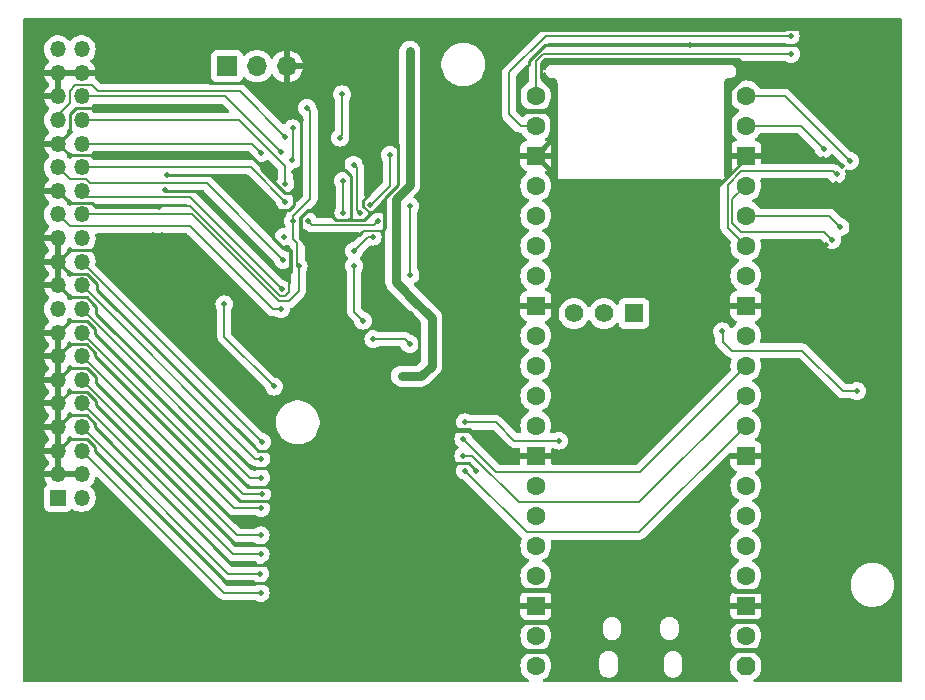
<source format=gbr>
%TF.GenerationSoftware,KiCad,Pcbnew,8.0.4-8.0.4-0~ubuntu22.04.1*%
%TF.CreationDate,2024-07-18T12:57:02-06:00*%
%TF.ProjectId,PowerBook,506f7765-7242-46f6-9f6b-2e6b69636164,rev?*%
%TF.SameCoordinates,Original*%
%TF.FileFunction,Copper,L2,Bot*%
%TF.FilePolarity,Positive*%
%FSLAX46Y46*%
G04 Gerber Fmt 4.6, Leading zero omitted, Abs format (unit mm)*
G04 Created by KiCad (PCBNEW 8.0.4-8.0.4-0~ubuntu22.04.1) date 2024-07-18 12:57:02*
%MOMM*%
%LPD*%
G01*
G04 APERTURE LIST*
G04 Aperture macros list*
%AMRoundRect*
0 Rectangle with rounded corners*
0 $1 Rounding radius*
0 $2 $3 $4 $5 $6 $7 $8 $9 X,Y pos of 4 corners*
0 Add a 4 corners polygon primitive as box body*
4,1,4,$2,$3,$4,$5,$6,$7,$8,$9,$2,$3,0*
0 Add four circle primitives for the rounded corners*
1,1,$1+$1,$2,$3*
1,1,$1+$1,$4,$5*
1,1,$1+$1,$6,$7*
1,1,$1+$1,$8,$9*
0 Add four rect primitives between the rounded corners*
20,1,$1+$1,$2,$3,$4,$5,0*
20,1,$1+$1,$4,$5,$6,$7,0*
20,1,$1+$1,$6,$7,$8,$9,0*
20,1,$1+$1,$8,$9,$2,$3,0*%
%AMFreePoly0*
4,1,26,0.335306,0.780194,0.389950,0.741421,0.741421,0.389950,0.788777,0.314585,0.800000,0.248529,0.800000,-0.248529,0.780194,-0.335306,0.741421,-0.389950,0.389950,-0.741421,0.314585,-0.788777,0.248529,-0.800000,0.000000,-0.800000,-0.248529,-0.800000,-0.335306,-0.780194,-0.389950,-0.741421,-0.741421,-0.389950,-0.788777,-0.314585,-0.800000,-0.248529,-0.800000,0.248529,-0.780194,0.335306,
-0.741421,0.389950,-0.389950,0.741421,-0.314585,0.788777,-0.248529,0.800000,0.248529,0.800000,0.335306,0.780194,0.335306,0.780194,$1*%
G04 Aperture macros list end*
%TA.AperFunction,ComponentPad*%
%ADD10R,1.700000X1.700000*%
%TD*%
%TA.AperFunction,ComponentPad*%
%ADD11O,1.700000X1.700000*%
%TD*%
%TA.AperFunction,ComponentPad*%
%ADD12FreePoly0,180.000000*%
%TD*%
%TA.AperFunction,ComponentPad*%
%ADD13C,1.600000*%
%TD*%
%TA.AperFunction,ComponentPad*%
%ADD14RoundRect,0.200000X0.600000X0.600000X-0.600000X0.600000X-0.600000X-0.600000X0.600000X-0.600000X0*%
%TD*%
%TA.AperFunction,ComponentPad*%
%ADD15R,1.574800X1.574800*%
%TD*%
%TA.AperFunction,ComponentPad*%
%ADD16C,1.574800*%
%TD*%
%TA.AperFunction,ComponentPad*%
%ADD17R,1.350000X1.350000*%
%TD*%
%TA.AperFunction,ComponentPad*%
%ADD18O,1.350000X1.350000*%
%TD*%
%TA.AperFunction,ViaPad*%
%ADD19C,0.500000*%
%TD*%
%TA.AperFunction,ViaPad*%
%ADD20C,0.800000*%
%TD*%
%TA.AperFunction,Conductor*%
%ADD21C,0.250000*%
%TD*%
%TA.AperFunction,Conductor*%
%ADD22C,0.330000*%
%TD*%
%TA.AperFunction,Conductor*%
%ADD23C,0.150000*%
%TD*%
%TA.AperFunction,Conductor*%
%ADD24C,0.400000*%
%TD*%
%TA.AperFunction,Conductor*%
%ADD25C,0.450000*%
%TD*%
%TA.AperFunction,Conductor*%
%ADD26C,0.750000*%
%TD*%
%TA.AperFunction,Conductor*%
%ADD27C,0.200000*%
%TD*%
G04 APERTURE END LIST*
D10*
%TO.P,J1,1,Pin_1*%
%TO.N,unconnected-(J1-Pad1)*%
X117373400Y-76225400D03*
D11*
%TO.P,J1,2,Pin_2*%
%TO.N,TRM_ON_J*%
X119913400Y-76225400D03*
%TO.P,J1,3,Pin_3*%
%TO.N,GND*%
X122453400Y-76225400D03*
%TD*%
D12*
%TO.P,RP1,1,G0*%
%TO.N,Net-(R42-Pad1)*%
X161305400Y-126986200D03*
D13*
%TO.P,RP1,2,G1*%
%TO.N,Net-(R19-Pad1)*%
X161305400Y-124446200D03*
D14*
%TO.P,RP1,3,GND*%
%TO.N,GND*%
X161305400Y-121906200D03*
D13*
%TO.P,RP1,4,G2*%
%TO.N,Net-(R18-Pad1)*%
X161305400Y-119366200D03*
%TO.P,RP1,5,G3*%
%TO.N,Net-(R17-Pad1)*%
X161305400Y-116826200D03*
%TO.P,RP1,6,G4*%
%TO.N,Net-(R16-Pad1)*%
X161305400Y-114286200D03*
%TO.P,RP1,7,G5*%
%TO.N,Net-(R15-Pad1)*%
X161305400Y-111746200D03*
D14*
%TO.P,RP1,8,GND*%
%TO.N,GND*%
X161305400Y-109206200D03*
D13*
%TO.P,RP1,9,G6*%
%TO.N,Net-(R14-Pad1)*%
X161305400Y-106666200D03*
%TO.P,RP1,10,G7*%
%TO.N,Net-(R13-Pad1)*%
X161305400Y-104126200D03*
%TO.P,RP1,11,G8*%
%TO.N,Net-(R12-Pad1)*%
X161305400Y-101586200D03*
%TO.P,RP1,12,G9*%
%TO.N,DBPTr*%
X161305400Y-99046200D03*
D14*
%TO.P,RP1,13,GND*%
%TO.N,GND*%
X161305400Y-96506200D03*
D13*
%TO.P,RP1,14,G10*%
%TO.N,SD_CLK*%
X161305400Y-93966200D03*
%TO.P,RP1,15,G11*%
%TO.N,SD_CMD_MOSI*%
X161305400Y-91426200D03*
%TO.P,RP1,16,G12*%
%TO.N,SD_D0_MISO*%
X161305400Y-88886200D03*
%TO.P,RP1,17,G13*%
%TO.N,SD_D1*%
X161305400Y-86346200D03*
D14*
%TO.P,RP1,18,GND*%
%TO.N,GND*%
X161305400Y-83806200D03*
D13*
%TO.P,RP1,19,G14*%
%TO.N,SD_D2*%
X161305400Y-81266200D03*
%TO.P,RP1,20,G15*%
%TO.N,SD_D3_CS*%
X161305400Y-78726200D03*
%TO.P,RP1,21,G16*%
%TO.N,SDA*%
X143525400Y-78726200D03*
%TO.P,RP1,22,G17*%
%TO.N,SCL*%
X143525400Y-81266200D03*
D14*
%TO.P,RP1,23,GND*%
%TO.N,GND*%
X143525400Y-83806200D03*
D13*
%TO.P,RP1,24,G18*%
%TO.N,oCD_iSEL*%
X143525400Y-86346200D03*
%TO.P,RP1,25,G19*%
%TO.N,oREQ*%
X143525400Y-88886200D03*
%TO.P,RP1,26,G20*%
%TO.N,oMSG_iBSY*%
X143525400Y-91426200D03*
%TO.P,RP1,27,G21*%
%TO.N,oSEL*%
X143525400Y-93966200D03*
D14*
%TO.P,RP1,28,GND*%
%TO.N,GND*%
X143525400Y-96506200D03*
D13*
%TO.P,RP1,29,G22*%
%TO.N,oIO*%
X143525400Y-99046200D03*
%TO.P,RP1,30,RUN*%
%TO.N,unconnected-(RP1-Pad30)*%
X143525400Y-101586200D03*
%TO.P,RP1,31,G26*%
%TO.N,iACK*%
X143525400Y-104126200D03*
%TO.P,RP1,32,G27*%
%TO.N,oBSY*%
X143525400Y-106666200D03*
D14*
%TO.P,RP1,33,A_GND*%
%TO.N,GND*%
X143525400Y-109206200D03*
D13*
%TO.P,RP1,34,G28*%
%TO.N,iATN*%
X143525400Y-111746200D03*
%TO.P,RP1,35,ADC_VREF*%
%TO.N,unconnected-(RP1-Pad35)*%
X143525400Y-114286200D03*
%TO.P,RP1,36,3v3*%
%TO.N,+3V3*%
X143525400Y-116826200D03*
%TO.P,RP1,37,3v3_EN*%
%TO.N,unconnected-(RP1-Pad37)*%
X143525400Y-119366200D03*
D14*
%TO.P,RP1,38,GND*%
%TO.N,GND*%
X143525400Y-121906200D03*
D13*
%TO.P,RP1,39,VSYS*%
%TO.N,unconnected-(RP1-Pad39)*%
X143525400Y-124446200D03*
%TO.P,RP1,40,VBUS_5V*%
%TO.N,+5VP*%
X143525400Y-126986200D03*
D15*
%TO.P,RP1,41*%
%TO.N,N/C*%
X151831200Y-97156200D03*
D16*
%TO.P,RP1,42*%
X149291200Y-97156200D03*
%TO.P,RP1,43*%
X146751200Y-97156200D03*
%TD*%
D17*
%TO.P,J2,1,+5_L*%
%TO.N,+5VA*%
X103073200Y-112776800D03*
D18*
%TO.P,J2,2,+5_L*%
X105073200Y-112776800D03*
%TO.P,J2,3,GND*%
%TO.N,GND*%
X103073200Y-110776800D03*
%TO.P,J2,4,GND*%
X105073200Y-110776800D03*
%TO.P,J2,5,GND*%
X103073200Y-108776800D03*
%TO.P,J2,6,DB0*%
%TO.N,DB0*%
X105073200Y-108776800D03*
%TO.P,J2,7,GND*%
%TO.N,GND*%
X103073200Y-106776800D03*
%TO.P,J2,8,DB1*%
%TO.N,DB1*%
X105073200Y-106776800D03*
%TO.P,J2,9,GND*%
%TO.N,GND*%
X103073200Y-104776800D03*
%TO.P,J2,10,DB2*%
%TO.N,DB2*%
X105073200Y-104776800D03*
%TO.P,J2,11,GND*%
%TO.N,GND*%
X103073200Y-102776800D03*
%TO.P,J2,12,DB3*%
%TO.N,DB3*%
X105073200Y-102776800D03*
%TO.P,J2,13,GND*%
%TO.N,GND*%
X103073200Y-100776800D03*
%TO.P,J2,14,DB4*%
%TO.N,DB4*%
X105073200Y-100776800D03*
%TO.P,J2,15,GND*%
%TO.N,GND*%
X103073200Y-98776800D03*
%TO.P,J2,16,DB5*%
%TO.N,DB5*%
X105073200Y-98776800D03*
%TO.P,J2,18,DB6*%
%TO.N,DB6*%
X105073200Y-96776800D03*
%TO.P,J2,19,GND*%
%TO.N,GND*%
X103073200Y-94776800D03*
%TO.P,J2,20,DB7*%
%TO.N,DB7*%
X105073200Y-94776800D03*
%TO.P,J2,21,GND*%
%TO.N,GND*%
X103073200Y-92776800D03*
%TO.P,J2,22,PARITY*%
%TO.N,DBP*%
X105073200Y-92776800D03*
%TO.P,J2,23,GND*%
%TO.N,GND*%
X103073200Y-90776800D03*
%TO.P,J2,24,TERMPWR*%
%TO.N,+5V*%
X105073200Y-90776800D03*
%TO.P,J2,25,ATN*%
%TO.N,ATN*%
X103073200Y-88776800D03*
%TO.P,J2,26,BSY*%
%TO.N,BSY*%
X105073200Y-88776800D03*
%TO.P,J2,27,GND*%
%TO.N,GND*%
X103073200Y-86776800D03*
%TO.P,J2,28,ACK*%
%TO.N,ACK*%
X105073200Y-86776800D03*
%TO.P,J2,29,RST*%
%TO.N,RST*%
X103073200Y-84776800D03*
%TO.P,J2,30,MSG*%
%TO.N,MSG*%
X105073200Y-84776800D03*
%TO.P,J2,31,GND*%
%TO.N,GND*%
X103073200Y-82776800D03*
%TO.P,J2,32,SEL*%
%TO.N,SEL*%
X105073200Y-82776800D03*
%TO.P,J2,33,I/O*%
%TO.N,IO*%
X103073200Y-80776800D03*
%TO.P,J2,34,C/D*%
%TO.N,CD*%
X105073200Y-80776800D03*
%TO.P,J2,35,GND*%
%TO.N,GND*%
X103073200Y-78776800D03*
%TO.P,J2,36,REQ*%
%TO.N,REQ*%
X105073200Y-78776800D03*
%TO.P,J2,37,GND*%
%TO.N,GND*%
X103073200Y-76776800D03*
%TO.P,J2,38,GND*%
X105073200Y-76776800D03*
%TO.P,J2,39,+5_M*%
%TO.N,+5VD*%
X103073200Y-74776800D03*
%TO.P,J2,40,+5_M*%
X105073200Y-74776800D03*
%TO.P,J2,NC*%
%TO.N,N/C*%
X103073200Y-96776800D03*
%TD*%
D19*
%TO.N,GND*%
X121462800Y-111836200D03*
X137236200Y-86817200D03*
X121335800Y-120015000D03*
X138582400Y-81508600D03*
X137185400Y-125933200D03*
X121386600Y-116738400D03*
X169468800Y-84658200D03*
X115265200Y-79857600D03*
X128320800Y-78917800D03*
X120243600Y-121894600D03*
X122059700Y-98640900D03*
X111883000Y-90504200D03*
X114350800Y-96316800D03*
X124028200Y-125780800D03*
X168935400Y-86182200D03*
X124394200Y-99989400D03*
X130657600Y-107340400D03*
X118338600Y-96901000D03*
X108356400Y-93319600D03*
X134010400Y-107238800D03*
X133807200Y-93141800D03*
X134670800Y-82499200D03*
X140335000Y-100279200D03*
X119684800Y-97891600D03*
X127410000Y-104130000D03*
X111095600Y-90504200D03*
X137515600Y-95123000D03*
X111582200Y-88138000D03*
X126034800Y-116941600D03*
X173177200Y-102235000D03*
X168071800Y-91389200D03*
X127177800Y-94361000D03*
X166090600Y-78359000D03*
X130454400Y-115620800D03*
X120345200Y-114808000D03*
X140106400Y-85699600D03*
D20*
X139827000Y-83820000D03*
D19*
X132715000Y-104952800D03*
X135432800Y-117551200D03*
X124053600Y-115239800D03*
X163779200Y-77190600D03*
X130124200Y-83362800D03*
X124409200Y-96088200D03*
X127228600Y-96113600D03*
X138480800Y-110464600D03*
X131445000Y-82499200D03*
X133121400Y-125806200D03*
X134594600Y-104927400D03*
X122351800Y-91643200D03*
X146100800Y-107061000D03*
X170713400Y-88773000D03*
X124104400Y-91313000D03*
X165633400Y-72948800D03*
X169849800Y-88900000D03*
X109270800Y-95580200D03*
X112318800Y-85420200D03*
X133375400Y-116967000D03*
X112115600Y-86741000D03*
X167868600Y-84048600D03*
X127050800Y-84861400D03*
X129413000Y-94818200D03*
X123672600Y-80772000D03*
X136194800Y-106934000D03*
X122377200Y-94056200D03*
X134842820Y-106934000D03*
X130581400Y-124053600D03*
D20*
X171145200Y-77698600D03*
D19*
X170408600Y-87833200D03*
X121361200Y-118364000D03*
X164160200Y-87604600D03*
X134442200Y-116941600D03*
X119532400Y-96951800D03*
X146151600Y-86715600D03*
X123037600Y-85166200D03*
X127285200Y-91307200D03*
X125857000Y-113334800D03*
X128473200Y-74447400D03*
X132969000Y-97231200D03*
X145313400Y-100304600D03*
X156616400Y-74396600D03*
X113563400Y-100050600D03*
X127366992Y-99960001D03*
%TO.N,+2V8*%
X132194300Y-95008700D03*
X132867400Y-75768200D03*
X132867400Y-85547200D03*
X132461000Y-86664800D03*
X132765800Y-102463600D03*
X132156200Y-102463600D03*
X133350000Y-102463600D03*
X132867400Y-75031600D03*
X132994400Y-95808800D03*
%TO.N,oSEL*%
X127228600Y-88620600D03*
X127203200Y-85928200D03*
%TO.N,oBSY*%
X132882267Y-88072999D03*
X170738800Y-103733600D03*
X159308800Y-98679000D03*
X132915019Y-93911128D03*
%TO.N,oCD_iSEL*%
X129514600Y-87956700D03*
X131165600Y-83718400D03*
%TO.N,ATN*%
X121957150Y-96787650D03*
%TO.N,BSY*%
X124155200Y-79730600D03*
X128905000Y-97764600D03*
X123444000Y-93157900D03*
X122986800Y-89331800D03*
X128155700Y-93129100D03*
%TO.N,DBP*%
X120319800Y-108026200D03*
%TO.N,ACK*%
X122058750Y-95111250D03*
%TO.N,RST*%
X122123200Y-92608400D03*
X128155700Y-91859100D03*
X129713200Y-90657200D03*
%TO.N,MSG*%
X130149600Y-89357200D03*
X124231400Y-89331800D03*
X122301000Y-87680800D03*
%TO.N,SEL*%
X120294400Y-83591400D03*
X122169400Y-90657200D03*
%TO.N,CD*%
X122326400Y-86182200D03*
%TO.N,REQ*%
X121970800Y-83515200D03*
%TO.N,IO*%
X122326400Y-82219800D03*
%TO.N,DB7*%
X120294400Y-109448600D03*
%TO.N,DB6*%
X120269000Y-111048800D03*
%TO.N,DB5*%
X120319800Y-112461500D03*
%TO.N,DB4*%
X120269000Y-113639600D03*
%TO.N,DB3*%
X120218200Y-115951000D03*
%TO.N,DB2*%
X120218200Y-117551200D03*
%TO.N,DB1*%
X120192800Y-119176800D03*
%TO.N,DB0*%
X120218200Y-120802400D03*
%TO.N,SEL_BUFF*%
X122923300Y-84137500D03*
X122936000Y-81483200D03*
%TO.N,BSY_BUFF*%
X126923800Y-82270600D03*
X127127000Y-78613000D03*
%TO.N,oMSG_iBSY*%
X128092200Y-84556600D03*
X128651000Y-88671400D03*
%TO.N,SD_CMD_MOSI*%
X168984933Y-85386866D03*
%TO.N,SD_D0_MISO*%
X169316400Y-89839800D03*
%TO.N,DBPTr*%
X137541000Y-106375200D03*
X145465800Y-107924600D03*
%TO.N,SD_D1*%
X168630600Y-90957400D03*
%TO.N,SD_D2*%
X167894000Y-83210400D03*
%TO.N,SD_D3_CS*%
X170116500Y-84239100D03*
%TO.N,iACK*%
X129768600Y-99339400D03*
X132842000Y-99745800D03*
%TO.N,TRM_ON_J*%
X117157500Y-96380300D03*
X121348500Y-103339900D03*
%TO.N,Net-(R12-Pad1)*%
X137388600Y-107772200D03*
%TO.N,Net-(R13-Pad1)*%
X137388600Y-109194600D03*
%TO.N,Net-(R14-Pad1)*%
X137515600Y-110464600D03*
%TO.N,SDA*%
X165125400Y-75184000D03*
%TO.N,SCL*%
X165100000Y-73634600D03*
%TD*%
D21*
%TO.N,GND*%
X106197400Y-106487477D02*
X106197400Y-106781600D01*
D22*
X126339600Y-88950800D02*
X126611680Y-89222880D01*
D23*
X127863600Y-89103200D02*
X128016000Y-89255600D01*
D21*
X104072711Y-87776311D02*
X105911911Y-87776311D01*
X120700800Y-111887000D02*
X121107200Y-111887000D01*
D23*
X127863600Y-89052400D02*
X127660400Y-89255600D01*
D21*
X106045000Y-96316800D02*
X106324400Y-96596200D01*
X142087600Y-78028800D02*
X142087600Y-76962000D01*
X106172000Y-100761800D02*
X118446211Y-113036011D01*
D23*
X127050800Y-84861400D02*
X127050800Y-84886800D01*
D21*
X159974102Y-78227098D02*
X161010600Y-77190600D01*
D23*
X122351800Y-95580200D02*
X122275600Y-95656400D01*
D21*
X160622320Y-75608520D02*
X161036000Y-76022200D01*
X105487212Y-99777289D02*
X106172000Y-100462077D01*
D24*
X160401000Y-120624600D02*
X160274000Y-120497600D01*
D21*
X119176800Y-111887000D02*
X120700800Y-111887000D01*
X115080000Y-76776800D02*
X115925600Y-77622400D01*
D23*
X130186911Y-90132689D02*
X130517111Y-90132689D01*
D21*
X105487212Y-107777289D02*
X106197400Y-108487477D01*
X144932400Y-78181200D02*
X143949920Y-77198720D01*
D24*
X142206511Y-120565711D02*
X142189200Y-120548400D01*
D21*
X128940089Y-89245911D02*
X127822489Y-89245911D01*
D24*
X145440400Y-125018800D02*
X144780000Y-125679200D01*
X145440400Y-123240800D02*
X145440400Y-125018800D01*
D21*
X104072711Y-103777289D02*
X105487212Y-103777289D01*
X117830600Y-118414800D02*
X120802400Y-118414800D01*
X142240000Y-79654400D02*
X142087600Y-79502000D01*
X126634711Y-89245911D02*
X126339600Y-88950800D01*
X104072711Y-81777289D02*
X104072711Y-80280489D01*
X103073200Y-106776800D02*
X104072711Y-105777289D01*
X131851400Y-86258400D02*
X131851400Y-82829400D01*
X104072711Y-95776311D02*
X105504511Y-95776311D01*
X142087600Y-79502000D02*
X142087600Y-78028800D01*
X132969000Y-97231200D02*
X133654800Y-97917000D01*
X118446211Y-113036011D02*
X121087811Y-113036011D01*
D24*
X143525400Y-121906200D02*
X145200200Y-121906200D01*
D21*
X130708400Y-89992200D02*
X130759200Y-89941400D01*
X142976600Y-76073000D02*
X142976600Y-75768200D01*
X103073200Y-102776800D02*
X104072711Y-101777289D01*
D23*
X128905000Y-88112600D02*
X128905000Y-87706200D01*
D24*
X163308200Y-121906200D02*
X163614100Y-122212100D01*
D21*
X142976600Y-75752038D02*
X144281238Y-74447400D01*
X104072711Y-93776311D02*
X105507705Y-93776311D01*
D23*
X122275600Y-95656400D02*
X121894600Y-95656400D01*
D21*
X127863600Y-89204800D02*
X127822489Y-89245911D01*
D22*
X123616889Y-89077260D02*
X124251349Y-88442800D01*
D21*
X127822489Y-89245911D02*
X126634711Y-89245911D01*
X103073200Y-94776800D02*
X104072711Y-95776311D01*
X106324400Y-97180400D02*
X119380000Y-110236000D01*
X105504511Y-95776311D02*
X106045000Y-96316800D01*
D24*
X144780000Y-125679200D02*
X144754600Y-125704600D01*
D21*
X106400600Y-95173800D02*
X119634000Y-108407200D01*
D23*
X129032000Y-88239600D02*
X128905000Y-88112600D01*
X122377200Y-94056200D02*
X122612280Y-94291280D01*
D21*
X144932400Y-80340200D02*
X144932400Y-78181200D01*
X144320842Y-75608520D02*
X160622320Y-75608520D01*
X106197400Y-98907600D02*
X118719600Y-111429800D01*
D23*
X127863600Y-87680800D02*
X127863600Y-89052400D01*
D24*
X162661600Y-120523000D02*
X162560000Y-120624600D01*
D23*
X127050800Y-84886800D02*
X127177800Y-85013800D01*
X130506036Y-87707036D02*
X131024080Y-87188992D01*
D22*
X122758200Y-91846400D02*
X122758200Y-93675200D01*
D21*
X106629200Y-79857600D02*
X115265200Y-79857600D01*
D24*
X136285511Y-107024711D02*
X137885711Y-107024711D01*
D21*
X104072711Y-83776311D02*
X119336311Y-83776311D01*
D24*
X164312600Y-125679200D02*
X164312600Y-126517400D01*
D21*
X106197400Y-108839000D02*
X117373400Y-120015000D01*
D23*
X128117600Y-90474800D02*
X128295400Y-90474800D01*
D21*
X122351800Y-91643200D02*
X122123200Y-91643200D01*
X112191800Y-86817200D02*
X114909600Y-86817200D01*
D24*
X143525400Y-83806200D02*
X144932400Y-82399200D01*
D21*
X128905000Y-88112600D02*
X128968500Y-88176100D01*
D24*
X144932400Y-80340200D02*
X144576800Y-79984600D01*
D21*
X142976600Y-75768200D02*
X142976600Y-75752038D01*
D23*
X128778000Y-90220800D02*
X128866111Y-90132689D01*
D21*
X138480800Y-110464600D02*
X137871200Y-109855000D01*
X103073200Y-92776800D02*
X104072711Y-91777289D01*
X129713982Y-88569800D02*
X129616200Y-88569800D01*
D24*
X145440400Y-121666000D02*
X145440400Y-123240800D01*
D23*
X130517111Y-90132689D02*
X130530600Y-90119200D01*
X129362200Y-88823800D02*
X129362200Y-88569800D01*
D24*
X164312600Y-122910600D02*
X164312600Y-123291600D01*
D21*
X105507705Y-93776311D02*
X106400600Y-94669206D01*
X122072400Y-88366600D02*
X119964200Y-88366600D01*
X123672600Y-86715600D02*
X123672600Y-80772000D01*
X104072711Y-101777289D02*
X105508683Y-101777289D01*
X119989600Y-108762800D02*
X121513600Y-108762800D01*
X103073200Y-108776800D02*
X104072711Y-107777289D01*
X105487212Y-97777289D02*
X106197400Y-98487477D01*
D22*
X122351800Y-91643200D02*
X122555000Y-91643200D01*
D21*
X103073200Y-92776800D02*
X104072711Y-93776311D01*
X103073200Y-100776800D02*
X104072711Y-99777289D01*
D24*
X143525400Y-83806200D02*
X143525400Y-83810000D01*
D23*
X130186911Y-90132689D02*
X130264689Y-90132689D01*
D21*
X121107200Y-111887000D02*
X121132600Y-111912400D01*
X112115600Y-86741000D02*
X112191800Y-86817200D01*
D22*
X123616889Y-90825489D02*
X123616889Y-89077260D01*
D24*
X164312600Y-123291600D02*
X164211000Y-123190000D01*
D21*
X106197400Y-106781600D02*
X117830600Y-118414800D01*
X104072711Y-97777289D02*
X105487212Y-97777289D01*
D23*
X129844800Y-88569800D02*
X129946400Y-88468200D01*
D21*
X130704582Y-87579200D02*
X129713982Y-88569800D01*
D23*
X129362200Y-88569800D02*
X129641600Y-88569800D01*
X130581400Y-90119200D02*
X130708400Y-89992200D01*
X127863600Y-85521800D02*
X127863600Y-87680800D01*
D21*
X123469400Y-86918800D02*
X123672600Y-86715600D01*
D24*
X145440400Y-121056400D02*
X144881600Y-120497600D01*
D21*
X142748000Y-76301600D02*
X142976600Y-76073000D01*
D23*
X128905000Y-87706200D02*
X128905000Y-87604600D01*
D21*
X161305400Y-84043004D02*
X159974102Y-85374302D01*
D24*
X164312600Y-123291600D02*
X164312600Y-125679200D01*
D23*
X122612280Y-94291280D02*
X122612280Y-95224600D01*
X121894600Y-95656400D02*
X121840052Y-95656400D01*
D21*
X122250518Y-86918800D02*
X123037600Y-86918800D01*
X119430800Y-88366600D02*
X116484400Y-85420200D01*
X159974102Y-85374302D02*
X159974102Y-78227098D01*
X165963600Y-74396600D02*
X165989000Y-74371200D01*
D23*
X127863600Y-89052400D02*
X127863600Y-89103200D01*
D21*
X122123200Y-91643200D02*
X121158000Y-90678000D01*
D24*
X162560000Y-120624600D02*
X160401000Y-120624600D01*
D23*
X122612280Y-95319720D02*
X122351800Y-95580200D01*
X131024080Y-87188992D02*
X131024080Y-87085720D01*
D24*
X161305400Y-121906200D02*
X163308200Y-121906200D01*
D21*
X137871200Y-109855000D02*
X136652000Y-109855000D01*
D23*
X129641600Y-88569800D02*
X129844800Y-88569800D01*
D21*
X143949920Y-77198720D02*
X143949920Y-75979442D01*
X103073200Y-98776800D02*
X104072711Y-97777289D01*
X105487212Y-103777289D02*
X106273600Y-104563677D01*
X127177800Y-85013800D02*
X127355600Y-85013800D01*
D23*
X130530600Y-90119200D02*
X130581400Y-90119200D01*
D21*
X159974102Y-85374302D02*
X158953200Y-86395204D01*
X105487212Y-105777289D02*
X106197400Y-106487477D01*
D23*
X130708400Y-89992200D02*
X130708400Y-87909400D01*
D21*
X106273600Y-88138000D02*
X111582200Y-88138000D01*
X127863600Y-85521800D02*
X127863600Y-89204800D01*
D24*
X163614100Y-122212100D02*
X164312600Y-122910600D01*
X144754600Y-125704600D02*
X142417800Y-125704600D01*
D23*
X114245452Y-88061800D02*
X113639600Y-88061800D01*
X131024080Y-87085720D02*
X131851400Y-86258400D01*
D21*
X120269000Y-84709000D02*
X120269000Y-84937282D01*
X122631200Y-88366600D02*
X122072400Y-88366600D01*
X128905000Y-87604600D02*
X128905000Y-88112600D01*
D24*
X138099800Y-107238800D02*
X138480800Y-107619800D01*
D21*
X128295400Y-90474800D02*
X128524000Y-90474800D01*
X133654800Y-97917000D02*
X133654800Y-100685600D01*
X130759200Y-89941400D02*
X130759200Y-87579200D01*
X123037600Y-87960200D02*
X122631200Y-88366600D01*
X115925600Y-77622400D02*
X118745000Y-77622400D01*
X130759200Y-87579200D02*
X130704582Y-87579200D01*
D24*
X159867600Y-123190000D02*
X159791400Y-123266200D01*
D21*
X105911911Y-87776311D02*
X106273600Y-88138000D01*
D23*
X130506036Y-87908564D02*
X130506036Y-87707036D01*
D22*
X122758200Y-93675200D02*
X122377200Y-94056200D01*
D24*
X144576800Y-79984600D02*
X142494000Y-79984600D01*
X145440400Y-123240800D02*
X142011400Y-123240800D01*
D21*
X105073200Y-76776800D02*
X113748600Y-76776800D01*
X103073200Y-86776800D02*
X104072711Y-87776311D01*
X106273600Y-104563677D02*
X106273600Y-104927400D01*
D25*
X164651680Y-72948800D02*
X164524680Y-73075800D01*
D21*
X104072711Y-105777289D02*
X105487212Y-105777289D01*
X129946400Y-88468200D02*
X130276600Y-88468200D01*
X103073200Y-82776800D02*
X104072711Y-81777289D01*
X112318800Y-85420200D02*
X112242600Y-85420200D01*
X122072400Y-88366600D02*
X119430800Y-88366600D01*
D24*
X136194800Y-106934000D02*
X136285511Y-107024711D01*
D21*
X106197400Y-108487477D02*
X106197400Y-108839000D01*
X114909600Y-86817200D02*
X115239800Y-86817200D01*
D25*
X143764000Y-73075800D02*
X140411200Y-76428600D01*
D21*
X142087600Y-76962000D02*
X142748000Y-76301600D01*
D24*
X145440400Y-121666000D02*
X145440400Y-121056400D01*
D22*
X124104400Y-91313000D02*
X123616889Y-90825489D01*
D23*
X122612280Y-95224600D02*
X122612280Y-95319720D01*
D25*
X164524680Y-73075800D02*
X143764000Y-73075800D01*
D21*
X142494000Y-79908400D02*
X142240000Y-79654400D01*
D24*
X145200200Y-121906200D02*
X145440400Y-121666000D01*
D21*
X118719600Y-111429800D02*
X119176800Y-111887000D01*
D24*
X138480800Y-107619800D02*
X138557000Y-107619800D01*
D21*
X143949920Y-75979442D02*
X144320842Y-75608520D01*
X106172000Y-100462077D02*
X106172000Y-100761800D01*
X113748600Y-76776800D02*
X115080000Y-76776800D01*
X117373400Y-120015000D02*
X120700800Y-120015000D01*
X119336311Y-83776311D02*
X120269000Y-84709000D01*
D24*
X164312600Y-126517400D02*
X164287200Y-126542800D01*
D21*
X104072711Y-99777289D02*
X105487212Y-99777289D01*
X123037600Y-86918800D02*
X123037600Y-87960200D01*
X144281238Y-74447400D02*
X144602200Y-74447400D01*
X104072711Y-80280489D02*
X104575911Y-79777289D01*
X121087811Y-113036011D02*
X121107200Y-113055400D01*
D24*
X137885711Y-107024711D02*
X138099800Y-107238800D01*
D21*
X118033800Y-114808000D02*
X120345200Y-114808000D01*
D23*
X128866111Y-90132689D02*
X130186911Y-90132689D01*
X127285200Y-91307200D02*
X128117600Y-90474800D01*
D21*
X127355600Y-85013800D02*
X127863600Y-85521800D01*
D23*
X121840052Y-95656400D02*
X121473626Y-95289974D01*
D24*
X163614100Y-121475500D02*
X162661600Y-120523000D01*
D21*
X118110000Y-116763800D02*
X120777000Y-116763800D01*
D23*
X126923800Y-89255600D02*
X126898400Y-89230200D01*
D24*
X163614100Y-122212100D02*
X163614100Y-121475500D01*
X164211000Y-123190000D02*
X159867600Y-123190000D01*
D21*
X113748600Y-76776800D02*
X115410200Y-76776800D01*
X130759200Y-87350600D02*
X131851400Y-86258400D01*
D24*
X164312600Y-125679200D02*
X160248600Y-125679200D01*
D21*
X104575911Y-79777289D02*
X106548889Y-79777289D01*
X128524000Y-90474800D02*
X128778000Y-90220800D01*
X106197400Y-98487477D02*
X106197400Y-98907600D01*
X105508683Y-101777289D02*
X106248200Y-102516806D01*
X129438400Y-87071200D02*
X128905000Y-87604600D01*
X106248200Y-102516806D02*
X106248200Y-103022400D01*
X119380000Y-110236000D02*
X120751600Y-110236000D01*
D23*
X130264689Y-90132689D02*
X130276600Y-90144600D01*
D21*
X104072711Y-107777289D02*
X105487212Y-107777289D01*
D24*
X144813489Y-120565711D02*
X142206511Y-120565711D01*
X143525400Y-83810000D02*
X144703800Y-84988400D01*
D21*
X106273600Y-104927400D02*
X118110000Y-116763800D01*
X106324400Y-96596200D02*
X106324400Y-97180400D01*
X103073200Y-104776800D02*
X104072711Y-103777289D01*
X129616200Y-88569800D02*
X129362200Y-88823800D01*
D23*
X131851400Y-86258400D02*
X131851400Y-83159600D01*
D21*
X161305400Y-83806200D02*
X161305400Y-84043004D01*
D24*
X144881600Y-120497600D02*
X144813489Y-120565711D01*
D21*
X106248200Y-103022400D02*
X118033800Y-114808000D01*
X116484400Y-85420200D02*
X112318800Y-85420200D01*
D23*
X130708400Y-87909400D02*
X130506036Y-87707036D01*
X129362200Y-88569800D02*
X129032000Y-88239600D01*
D21*
X104072711Y-91777289D02*
X106063311Y-91777289D01*
X129362200Y-88823800D02*
X128940089Y-89245911D01*
D22*
X124251349Y-88442800D02*
X124612400Y-88442800D01*
D25*
X165633400Y-72948800D02*
X164651680Y-72948800D01*
D21*
X129713982Y-88569800D02*
X129641600Y-88569800D01*
X142494000Y-79984600D02*
X142494000Y-79908400D01*
X156616400Y-74396600D02*
X165963600Y-74396600D01*
D23*
X128016000Y-89255600D02*
X128320800Y-89255600D01*
D24*
X144932400Y-82399200D02*
X144932400Y-80340200D01*
D23*
X129946400Y-88468200D02*
X130506036Y-87908564D01*
D21*
X106400600Y-94669206D02*
X106400600Y-95173800D01*
X115239800Y-86817200D02*
X115468400Y-87045800D01*
X103073200Y-82776800D02*
X104072711Y-83776311D01*
D22*
X122555000Y-91643200D02*
X122758200Y-91846400D01*
D21*
X119634000Y-108407200D02*
X119989600Y-108762800D01*
X158953200Y-86395204D02*
X158953200Y-86741000D01*
X123037600Y-86918800D02*
X123469400Y-86918800D01*
D22*
X126611680Y-89222880D02*
X126634711Y-89222880D01*
D23*
X127660400Y-89255600D02*
X126923800Y-89255600D01*
X121473626Y-95289974D02*
X114245452Y-88061800D01*
D21*
X130759200Y-87579200D02*
X130759200Y-87350600D01*
X106548889Y-79777289D02*
X106629200Y-79857600D01*
X120269000Y-84937282D02*
X122250518Y-86918800D01*
D26*
%TO.N,+2V8*%
X131673600Y-87452200D02*
X132461000Y-86664800D01*
X132867400Y-75031600D02*
X132867400Y-74955400D01*
X131673600Y-94488000D02*
X131673600Y-87452200D01*
X133832600Y-102463600D02*
X134696200Y-101600000D01*
X133350000Y-102463600D02*
X133832600Y-102463600D01*
X132867400Y-85547200D02*
X132867400Y-75768200D01*
X132994400Y-95808800D02*
X132194300Y-95008700D01*
X134696200Y-97510600D02*
X132994400Y-95808800D01*
X132867400Y-75768200D02*
X132867400Y-75031600D01*
X132461000Y-86664800D02*
X132867400Y-86258400D01*
X132194300Y-95008700D02*
X131673600Y-94488000D01*
X134696200Y-101600000D02*
X134696200Y-97510600D01*
X132156200Y-102463600D02*
X133350000Y-102463600D01*
X132867400Y-86258400D02*
X132867400Y-85547200D01*
D27*
%TO.N,oSEL*%
X127203200Y-85928200D02*
X127228600Y-85953600D01*
X127228600Y-85953600D02*
X127228600Y-88620600D01*
%TO.N,oBSY*%
X132915019Y-93911128D02*
X132867400Y-93853000D01*
X132882267Y-88072999D02*
X132882267Y-93838133D01*
X160096200Y-100304600D02*
X159334200Y-99542600D01*
X166090600Y-100304600D02*
X160096200Y-100304600D01*
X170738800Y-103733600D02*
X169519600Y-103733600D01*
X169519600Y-103733600D02*
X166090600Y-100304600D01*
X132882267Y-93838133D02*
X132915019Y-93911128D01*
X159334200Y-98704400D02*
X159308800Y-98679000D01*
X159334200Y-99542600D02*
X159334200Y-98704400D01*
%TO.N,oCD_iSEL*%
X129543500Y-87956700D02*
X129514600Y-87956700D01*
X131165600Y-86334600D02*
X129543500Y-87956700D01*
X131165600Y-83718400D02*
X131165600Y-86334600D01*
%TO.N,ATN*%
X104047711Y-89751311D02*
X114211511Y-89751311D01*
X121247850Y-96787650D02*
X121957150Y-96787650D01*
X103073200Y-88776800D02*
X104047711Y-89751311D01*
X114211511Y-89751311D02*
X121247850Y-96787650D01*
%TO.N,BSY*%
X124434600Y-87426800D02*
X124434600Y-80010000D01*
X128155700Y-93129100D02*
X128155700Y-97015300D01*
X114430800Y-88776800D02*
X105073200Y-88776800D01*
X123342400Y-93056300D02*
X123444000Y-93157900D01*
X123444000Y-93157900D02*
X123444000Y-95275400D01*
X122986800Y-90852330D02*
X123342400Y-91207930D01*
X124434600Y-80010000D02*
X124155200Y-79730600D01*
X122631200Y-96088200D02*
X121742200Y-96088200D01*
X123342400Y-91207930D02*
X123342400Y-93056300D01*
X121742200Y-96088200D02*
X114430800Y-88776800D01*
X122986800Y-88874600D02*
X124434600Y-87426800D01*
X122986800Y-89331800D02*
X122986800Y-88874600D01*
X122986800Y-89331800D02*
X122986800Y-90852330D01*
X123444000Y-95275400D02*
X122631200Y-96088200D01*
X128155700Y-97015300D02*
X128905000Y-97764600D01*
D23*
%TO.N,DBP*%
X120319800Y-108026200D02*
X120319800Y-108023400D01*
X120319800Y-108023400D02*
X105073200Y-92776800D01*
D27*
%TO.N,ACK*%
X114247300Y-87299800D02*
X122058750Y-95111250D01*
X105596200Y-87299800D02*
X114247300Y-87299800D01*
X105073200Y-86776800D02*
X105596200Y-87299800D01*
%TO.N,RST*%
X105476857Y-85802289D02*
X104098689Y-85802289D01*
X122123200Y-92608400D02*
X115646200Y-86131400D01*
X104098689Y-85802289D02*
X103073200Y-84776800D01*
X128155700Y-91859100D02*
X129357600Y-90657200D01*
X105805968Y-86131400D02*
X105476857Y-85802289D01*
X129357600Y-90657200D02*
X129713200Y-90657200D01*
X115646200Y-86131400D02*
X105805968Y-86131400D01*
%TO.N,MSG*%
X129819400Y-89687400D02*
X124587000Y-89687400D01*
X105073200Y-84776800D02*
X119397000Y-84776800D01*
X124587000Y-89687400D02*
X124231400Y-89331800D01*
X130149600Y-89357200D02*
X129819400Y-89687400D01*
X119397000Y-84776800D02*
X122301000Y-87680800D01*
%TO.N,SEL*%
X105073200Y-82776800D02*
X119479800Y-82776800D01*
X119479800Y-82776800D02*
X120294400Y-83591400D01*
%TO.N,CD*%
X105073200Y-80776800D02*
X118419600Y-80776800D01*
X118419600Y-80776800D02*
X122326400Y-84683600D01*
X122326400Y-84683600D02*
X122326400Y-86182200D01*
%TO.N,REQ*%
X117232400Y-78776800D02*
X121970800Y-83515200D01*
X105073200Y-78776800D02*
X117232400Y-78776800D01*
%TO.N,IO*%
X118440200Y-78333600D02*
X122326400Y-82219800D01*
X106476800Y-78333600D02*
X118440200Y-78333600D01*
X104544311Y-77802289D02*
X105945489Y-77802289D01*
X105945489Y-77802289D02*
X106476800Y-78333600D01*
X104047711Y-79340289D02*
X104047711Y-78298889D01*
X103073200Y-80314800D02*
X104047711Y-79340289D01*
X104047711Y-78298889D02*
X104544311Y-77802289D01*
X103073200Y-80776800D02*
X103073200Y-80314800D01*
D23*
%TO.N,DB7*%
X119745000Y-109448600D02*
X105073200Y-94776800D01*
X120294400Y-109448600D02*
X119745000Y-109448600D01*
%TO.N,DB6*%
X119345200Y-111048800D02*
X105073200Y-96776800D01*
X120269000Y-111048800D02*
X119345200Y-111048800D01*
%TO.N,DB5*%
X120319800Y-112461500D02*
X118757900Y-112461500D01*
X118757900Y-112461500D02*
X105073200Y-98776800D01*
%TO.N,DB4*%
X120269000Y-113639600D02*
X117936000Y-113639600D01*
X117936000Y-113639600D02*
X105073200Y-100776800D01*
%TO.N,DB3*%
X118247400Y-115951000D02*
X105073200Y-102776800D01*
X120218200Y-115951000D02*
X118247400Y-115951000D01*
%TO.N,DB2*%
X120218200Y-117551200D02*
X117847600Y-117551200D01*
X117847600Y-117551200D02*
X105073200Y-104776800D01*
%TO.N,DB1*%
X117473200Y-119176800D02*
X105073200Y-106776800D01*
X120192800Y-119176800D02*
X117473200Y-119176800D01*
%TO.N,DB0*%
X120218200Y-120802400D02*
X117098800Y-120802400D01*
X117098800Y-120802400D02*
X105073200Y-108776800D01*
D25*
%TO.N,+3V3*%
X143525400Y-116826200D02*
X143564600Y-116865400D01*
D27*
%TO.N,SEL_BUFF*%
X122936000Y-84124800D02*
X122923300Y-84137500D01*
X122936000Y-81483200D02*
X122936000Y-84124800D01*
X122923300Y-84137500D02*
X122910600Y-84150200D01*
%TO.N,BSY_BUFF*%
X127127000Y-78613000D02*
X127127000Y-82067400D01*
X127127000Y-82067400D02*
X126923800Y-82270600D01*
%TO.N,oMSG_iBSY*%
X128397000Y-84861400D02*
X128092200Y-84556600D01*
X128397000Y-88417400D02*
X128397000Y-84861400D01*
X128651000Y-88671400D02*
X128397000Y-88417400D01*
%TO.N,SD_CMD_MOSI*%
X159766000Y-86283800D02*
X160934400Y-85115400D01*
X168706800Y-85115400D02*
X168984933Y-85386866D01*
X160934400Y-85115400D02*
X168706800Y-85115400D01*
X159766000Y-89886800D02*
X159766000Y-86283800D01*
X161305400Y-91426200D02*
X159766000Y-89886800D01*
X168984933Y-85386866D02*
X168960800Y-85369400D01*
%TO.N,SD_D0_MISO*%
X168362800Y-88886200D02*
X169316400Y-89839800D01*
X169316400Y-89839800D02*
X169367200Y-89890600D01*
X161305400Y-88886200D02*
X168362800Y-88886200D01*
%TO.N,DBPTr*%
X141706600Y-107924600D02*
X143052800Y-107924600D01*
X143052800Y-107924600D02*
X145465800Y-107924600D01*
X140233400Y-106451400D02*
X140157200Y-106375200D01*
X140233400Y-106451400D02*
X141706600Y-107924600D01*
X140157200Y-106375200D02*
X137541000Y-106375200D01*
%TO.N,SD_D1*%
X167894000Y-90220800D02*
X168630600Y-90957400D01*
X160165520Y-89502720D02*
X160883600Y-90220800D01*
X161305400Y-86346200D02*
X160165520Y-87486080D01*
X168630600Y-90957400D02*
X168706800Y-91033600D01*
X160883600Y-90220800D02*
X167894000Y-90220800D01*
X160165520Y-87486080D02*
X160165520Y-89502720D01*
%TO.N,SD_D2*%
X161305400Y-81266200D02*
X165949800Y-81266200D01*
X165949800Y-81266200D02*
X167894000Y-83210400D01*
%TO.N,SD_D3_CS*%
X161305400Y-78726200D02*
X164603600Y-78726200D01*
X170116500Y-84239100D02*
X170205400Y-84328000D01*
X164603600Y-78726200D02*
X170116500Y-84239100D01*
%TO.N,iACK*%
X132435600Y-99339400D02*
X129768600Y-99339400D01*
X132842000Y-99745800D02*
X132435600Y-99339400D01*
D23*
%TO.N,TRM_ON_J*%
X117157500Y-96380300D02*
X117157500Y-99148900D01*
X117157500Y-99148900D02*
X121348500Y-103339900D01*
D27*
%TO.N,Net-(R12-Pad1)*%
X152325400Y-110566200D02*
X161305400Y-101586200D01*
X140182600Y-110566200D02*
X152325400Y-110566200D01*
X137388600Y-107772200D02*
X140182600Y-110566200D01*
%TO.N,Net-(R13-Pad1)*%
X137388600Y-109194600D02*
X138125200Y-109194600D01*
X152300000Y-113131600D02*
X161305400Y-104126200D01*
X142062200Y-113131600D02*
X152300000Y-113131600D01*
X138125200Y-109194600D02*
X142062200Y-113131600D01*
%TO.N,Net-(R14-Pad1)*%
X137515600Y-110464600D02*
X142748000Y-115697000D01*
X142748000Y-115697000D02*
X152274600Y-115697000D01*
X152274600Y-115697000D02*
X161305400Y-106666200D01*
%TO.N,SDA*%
X144145000Y-75184000D02*
X143525400Y-75803600D01*
X165125400Y-75184000D02*
X144145000Y-75184000D01*
X143525400Y-75803600D02*
X143525400Y-78726200D01*
%TO.N,SCL*%
X144348200Y-73634600D02*
X141274800Y-76708000D01*
X165100000Y-73634600D02*
X144348200Y-73634600D01*
X141274800Y-80289400D02*
X142251600Y-81266200D01*
X141274800Y-76708000D02*
X141274800Y-80289400D01*
X142251600Y-81266200D02*
X143525400Y-81266200D01*
%TD*%
%TA.AperFunction,Conductor*%
%TO.N,GND*%
G36*
X117113954Y-119643198D02*
G01*
X117116567Y-119644666D01*
X117181447Y-119682123D01*
X117181449Y-119682125D01*
X117247971Y-119720532D01*
X117247974Y-119720533D01*
X117247977Y-119720535D01*
X117396381Y-119760300D01*
X119659471Y-119760300D01*
X119726505Y-119779612D01*
X119861617Y-119864509D01*
X119891926Y-119875114D01*
X119949617Y-119916491D01*
X119975780Y-119982490D01*
X119962108Y-120052158D01*
X119912941Y-120103375D01*
X119891937Y-120112969D01*
X119887016Y-120114691D01*
X119827716Y-120151952D01*
X119751905Y-120199587D01*
X119684871Y-120218900D01*
X117392683Y-120218900D01*
X117324562Y-120198898D01*
X117303588Y-120181995D01*
X116964474Y-119842881D01*
X116930448Y-119780569D01*
X116935513Y-119709754D01*
X116978060Y-119652918D01*
X117044580Y-119628107D01*
X117113954Y-119643198D01*
G37*
%TD.AperFunction*%
%TA.AperFunction,Conductor*%
G36*
X117488355Y-118017598D02*
G01*
X117490970Y-118019067D01*
X117505261Y-118027318D01*
X117622378Y-118094936D01*
X117770781Y-118134700D01*
X117924420Y-118134700D01*
X119684871Y-118134700D01*
X119751905Y-118154012D01*
X119887017Y-118238909D01*
X119891929Y-118240627D01*
X119949619Y-118282007D01*
X119975781Y-118348007D01*
X119962106Y-118417675D01*
X119912938Y-118468890D01*
X119891927Y-118478485D01*
X119861616Y-118489091D01*
X119809407Y-118521897D01*
X119726505Y-118573987D01*
X119659471Y-118593300D01*
X117767084Y-118593300D01*
X117698963Y-118573298D01*
X117677989Y-118556395D01*
X117338875Y-118217281D01*
X117304849Y-118154969D01*
X117309914Y-118084154D01*
X117352461Y-118027318D01*
X117418981Y-118002507D01*
X117488355Y-118017598D01*
G37*
%TD.AperFunction*%
%TA.AperFunction,Conductor*%
G36*
X117888154Y-116417398D02*
G01*
X117890760Y-116418862D01*
X117894906Y-116421255D01*
X117904691Y-116426904D01*
X117904697Y-116426911D01*
X117904699Y-116426909D01*
X118022177Y-116494735D01*
X118170581Y-116534500D01*
X119684871Y-116534500D01*
X119751905Y-116553812D01*
X119887017Y-116638709D01*
X119893009Y-116642474D01*
X119891952Y-116644154D01*
X119937366Y-116685160D01*
X119955972Y-116753675D01*
X119934582Y-116821373D01*
X119892060Y-116858216D01*
X119893009Y-116859726D01*
X119887017Y-116863490D01*
X119887017Y-116863491D01*
X119751905Y-116948387D01*
X119684871Y-116967700D01*
X118141483Y-116967700D01*
X118073362Y-116947698D01*
X118052388Y-116930795D01*
X117738674Y-116617081D01*
X117704648Y-116554769D01*
X117709713Y-116483954D01*
X117752260Y-116427118D01*
X117818780Y-116402307D01*
X117888154Y-116417398D01*
G37*
%TD.AperFunction*%
%TA.AperFunction,Conductor*%
G36*
X118985956Y-111515199D02*
G01*
X118988538Y-111516649D01*
X119002494Y-111524706D01*
X119002498Y-111524710D01*
X119002499Y-111524709D01*
X119119977Y-111592535D01*
X119260894Y-111630294D01*
X119321516Y-111667245D01*
X119352537Y-111731106D01*
X119344109Y-111801600D01*
X119298906Y-111856347D01*
X119231280Y-111877964D01*
X119228282Y-111878000D01*
X119051784Y-111878000D01*
X118983663Y-111857998D01*
X118962689Y-111841095D01*
X118836476Y-111714882D01*
X118802450Y-111652570D01*
X118807515Y-111581755D01*
X118850062Y-111524919D01*
X118916582Y-111500108D01*
X118985956Y-111515199D01*
G37*
%TD.AperFunction*%
%TA.AperFunction,Conductor*%
G36*
X104753120Y-110531194D02*
G01*
X104700459Y-110622406D01*
X104673200Y-110724139D01*
X104673200Y-110829461D01*
X104700459Y-110931194D01*
X104753120Y-111022406D01*
X104761514Y-111030800D01*
X103384886Y-111030800D01*
X103393280Y-111022406D01*
X103445941Y-110931194D01*
X103473200Y-110829461D01*
X103473200Y-110724139D01*
X103445941Y-110622406D01*
X103393280Y-110531194D01*
X103384886Y-110522800D01*
X104761514Y-110522800D01*
X104753120Y-110531194D01*
G37*
%TD.AperFunction*%
%TA.AperFunction,Conductor*%
G36*
X119385755Y-109914998D02*
G01*
X119388370Y-109916467D01*
X119402299Y-109924509D01*
X119519778Y-109992336D01*
X119668181Y-110032100D01*
X119761071Y-110032100D01*
X119828105Y-110051412D01*
X119962372Y-110135778D01*
X120009409Y-110188957D01*
X120020229Y-110259125D01*
X119991396Y-110324003D01*
X119943609Y-110356822D01*
X119944188Y-110358023D01*
X119937818Y-110361090D01*
X119912816Y-110376800D01*
X119802705Y-110445987D01*
X119735671Y-110465300D01*
X119639084Y-110465300D01*
X119570963Y-110445298D01*
X119549989Y-110428395D01*
X119236275Y-110114681D01*
X119202249Y-110052369D01*
X119207314Y-109981554D01*
X119249861Y-109924718D01*
X119316381Y-109899907D01*
X119385755Y-109914998D01*
G37*
%TD.AperFunction*%
%TA.AperFunction,Conductor*%
G36*
X103327200Y-110465114D02*
G01*
X103318806Y-110456720D01*
X103227594Y-110404059D01*
X103125861Y-110376800D01*
X103020539Y-110376800D01*
X102918806Y-110404059D01*
X102827594Y-110456720D01*
X102819200Y-110465114D01*
X102819200Y-109088486D01*
X102827594Y-109096880D01*
X102918806Y-109149541D01*
X103020539Y-109176800D01*
X103125861Y-109176800D01*
X103227594Y-109149541D01*
X103318806Y-109096880D01*
X103327200Y-109088486D01*
X103327200Y-110465114D01*
G37*
%TD.AperFunction*%
%TA.AperFunction,Conductor*%
G36*
X103327200Y-108465114D02*
G01*
X103318806Y-108456720D01*
X103227594Y-108404059D01*
X103125861Y-108376800D01*
X103020539Y-108376800D01*
X102918806Y-108404059D01*
X102827594Y-108456720D01*
X102819200Y-108465114D01*
X102819200Y-107088486D01*
X102827594Y-107096880D01*
X102918806Y-107149541D01*
X103020539Y-107176800D01*
X103125861Y-107176800D01*
X103227594Y-107149541D01*
X103318806Y-107096880D01*
X103327200Y-107088486D01*
X103327200Y-108465114D01*
G37*
%TD.AperFunction*%
%TA.AperFunction,Conductor*%
G36*
X104162352Y-107536405D02*
G01*
X104173430Y-107549189D01*
X104194836Y-107577534D01*
X104222066Y-107602357D01*
X104311278Y-107683685D01*
X104348144Y-107744359D01*
X104346355Y-107815334D01*
X104311278Y-107869915D01*
X104194837Y-107976065D01*
X104194836Y-107976066D01*
X104192093Y-107979698D01*
X104173436Y-108004404D01*
X104116421Y-108046710D01*
X104045585Y-108051476D01*
X103983417Y-108017189D01*
X103972337Y-108004402D01*
X103951196Y-107976407D01*
X103834380Y-107869915D01*
X103797514Y-107809241D01*
X103799303Y-107738267D01*
X103834380Y-107683685D01*
X103951191Y-107577197D01*
X103972333Y-107549199D01*
X104029346Y-107506890D01*
X104100182Y-107502120D01*
X104162352Y-107536405D01*
G37*
%TD.AperFunction*%
%TA.AperFunction,Conductor*%
G36*
X103327200Y-106465114D02*
G01*
X103318806Y-106456720D01*
X103227594Y-106404059D01*
X103125861Y-106376800D01*
X103020539Y-106376800D01*
X102918806Y-106404059D01*
X102827594Y-106456720D01*
X102819200Y-106465114D01*
X102819200Y-105088486D01*
X102827594Y-105096880D01*
X102918806Y-105149541D01*
X103020539Y-105176800D01*
X103125861Y-105176800D01*
X103227594Y-105149541D01*
X103318806Y-105096880D01*
X103327200Y-105088486D01*
X103327200Y-106465114D01*
G37*
%TD.AperFunction*%
%TA.AperFunction,Conductor*%
G36*
X104162352Y-105536405D02*
G01*
X104173430Y-105549189D01*
X104194836Y-105577534D01*
X104232535Y-105611901D01*
X104311278Y-105683685D01*
X104348144Y-105744359D01*
X104346355Y-105815334D01*
X104311278Y-105869915D01*
X104279054Y-105899291D01*
X104194836Y-105976066D01*
X104179691Y-105996121D01*
X104173436Y-106004404D01*
X104116421Y-106046710D01*
X104045585Y-106051476D01*
X103983417Y-106017189D01*
X103972337Y-106004402D01*
X103951196Y-105976407D01*
X103834380Y-105869915D01*
X103797514Y-105809241D01*
X103799303Y-105738267D01*
X103834380Y-105683685D01*
X103951191Y-105577197D01*
X103972333Y-105549199D01*
X104029346Y-105506890D01*
X104100182Y-105502120D01*
X104162352Y-105536405D01*
G37*
%TD.AperFunction*%
%TA.AperFunction,Conductor*%
G36*
X103327200Y-104465114D02*
G01*
X103318806Y-104456720D01*
X103227594Y-104404059D01*
X103125861Y-104376800D01*
X103020539Y-104376800D01*
X102918806Y-104404059D01*
X102827594Y-104456720D01*
X102819200Y-104465114D01*
X102819200Y-103088486D01*
X102827594Y-103096880D01*
X102918806Y-103149541D01*
X103020539Y-103176800D01*
X103125861Y-103176800D01*
X103227594Y-103149541D01*
X103318806Y-103096880D01*
X103327200Y-103088486D01*
X103327200Y-104465114D01*
G37*
%TD.AperFunction*%
%TA.AperFunction,Conductor*%
G36*
X104162352Y-103536405D02*
G01*
X104173430Y-103549189D01*
X104194836Y-103577534D01*
X104271359Y-103647293D01*
X104311278Y-103683685D01*
X104348144Y-103744359D01*
X104346355Y-103815334D01*
X104311278Y-103869915D01*
X104238050Y-103936671D01*
X104194836Y-103976066D01*
X104189198Y-103983532D01*
X104173436Y-104004404D01*
X104116421Y-104046710D01*
X104045585Y-104051476D01*
X103983417Y-104017189D01*
X103972337Y-104004402D01*
X103951196Y-103976407D01*
X103834380Y-103869915D01*
X103797514Y-103809241D01*
X103799303Y-103738267D01*
X103834380Y-103683685D01*
X103951191Y-103577197D01*
X103972333Y-103549199D01*
X104029346Y-103506890D01*
X104100182Y-103502120D01*
X104162352Y-103536405D01*
G37*
%TD.AperFunction*%
%TA.AperFunction,Conductor*%
G36*
X103327200Y-102465114D02*
G01*
X103318806Y-102456720D01*
X103227594Y-102404059D01*
X103125861Y-102376800D01*
X103020539Y-102376800D01*
X102918806Y-102404059D01*
X102827594Y-102456720D01*
X102819200Y-102465114D01*
X102819200Y-101088486D01*
X102827594Y-101096880D01*
X102918806Y-101149541D01*
X103020539Y-101176800D01*
X103125861Y-101176800D01*
X103227594Y-101149541D01*
X103318806Y-101096880D01*
X103327200Y-101088486D01*
X103327200Y-102465114D01*
G37*
%TD.AperFunction*%
%TA.AperFunction,Conductor*%
G36*
X104162352Y-101536405D02*
G01*
X104173430Y-101549189D01*
X104194836Y-101577534D01*
X104234897Y-101614054D01*
X104311278Y-101683685D01*
X104348144Y-101744359D01*
X104346355Y-101815334D01*
X104311278Y-101869915D01*
X104272107Y-101905624D01*
X104194836Y-101976066D01*
X104194432Y-101976601D01*
X104173436Y-102004404D01*
X104116421Y-102046710D01*
X104045585Y-102051476D01*
X103983417Y-102017189D01*
X103972337Y-102004402D01*
X103951196Y-101976407D01*
X103834380Y-101869915D01*
X103797514Y-101809241D01*
X103799303Y-101738267D01*
X103834380Y-101683685D01*
X103951191Y-101577197D01*
X103972333Y-101549199D01*
X104029346Y-101506890D01*
X104100182Y-101502120D01*
X104162352Y-101536405D01*
G37*
%TD.AperFunction*%
%TA.AperFunction,Conductor*%
G36*
X103327200Y-100465114D02*
G01*
X103318806Y-100456720D01*
X103227594Y-100404059D01*
X103125861Y-100376800D01*
X103020539Y-100376800D01*
X102918806Y-100404059D01*
X102827594Y-100456720D01*
X102819200Y-100465114D01*
X102819200Y-99088486D01*
X102827594Y-99096880D01*
X102918806Y-99149541D01*
X103020539Y-99176800D01*
X103125861Y-99176800D01*
X103227594Y-99149541D01*
X103318806Y-99096880D01*
X103327200Y-99088486D01*
X103327200Y-100465114D01*
G37*
%TD.AperFunction*%
%TA.AperFunction,Conductor*%
G36*
X104162352Y-99536405D02*
G01*
X104173430Y-99549189D01*
X104194836Y-99577534D01*
X104271359Y-99647293D01*
X104311278Y-99683685D01*
X104348144Y-99744359D01*
X104346355Y-99815334D01*
X104311278Y-99869915D01*
X104203456Y-99968208D01*
X104194836Y-99976066D01*
X104179691Y-99996121D01*
X104173436Y-100004404D01*
X104116421Y-100046710D01*
X104045585Y-100051476D01*
X103983417Y-100017189D01*
X103972337Y-100004402D01*
X103951196Y-99976407D01*
X103834380Y-99869915D01*
X103797514Y-99809241D01*
X103799303Y-99738267D01*
X103834380Y-99683685D01*
X103951191Y-99577197D01*
X103972333Y-99549199D01*
X104029346Y-99506890D01*
X104100182Y-99502120D01*
X104162352Y-99536405D01*
G37*
%TD.AperFunction*%
%TA.AperFunction,Conductor*%
G36*
X104162668Y-97536823D02*
G01*
X104173751Y-97549613D01*
X104194838Y-97577537D01*
X104311277Y-97683685D01*
X104348144Y-97744359D01*
X104346355Y-97815333D01*
X104311278Y-97869915D01*
X104211494Y-97960880D01*
X104194836Y-97976066D01*
X104182615Y-97992249D01*
X104173436Y-98004404D01*
X104116421Y-98046710D01*
X104045585Y-98051476D01*
X103983417Y-98017189D01*
X103972337Y-98004402D01*
X103951196Y-97976407D01*
X103834751Y-97870252D01*
X103797885Y-97809577D01*
X103799674Y-97738603D01*
X103834750Y-97684023D01*
X103951564Y-97577534D01*
X103972649Y-97549613D01*
X104029663Y-97507305D01*
X104100499Y-97502537D01*
X104162668Y-97536823D01*
G37*
%TD.AperFunction*%
%TA.AperFunction,Conductor*%
G36*
X104162352Y-95536405D02*
G01*
X104173430Y-95549189D01*
X104194836Y-95577534D01*
X104256341Y-95633603D01*
X104311278Y-95683685D01*
X104348144Y-95744359D01*
X104346355Y-95815334D01*
X104311278Y-95869915D01*
X104194834Y-95976067D01*
X104173749Y-96003989D01*
X104116735Y-96046296D01*
X104045899Y-96051063D01*
X103983730Y-96016776D01*
X103972651Y-96003989D01*
X103951565Y-95976067D01*
X103834751Y-95869577D01*
X103797885Y-95808903D01*
X103799674Y-95737929D01*
X103834751Y-95683347D01*
X103951191Y-95577197D01*
X103972333Y-95549199D01*
X104029346Y-95506890D01*
X104100182Y-95502120D01*
X104162352Y-95536405D01*
G37*
%TD.AperFunction*%
%TA.AperFunction,Conductor*%
G36*
X115410082Y-86759902D02*
G01*
X115431056Y-86776805D01*
X121341072Y-92686821D01*
X121375098Y-92749133D01*
X121377184Y-92761802D01*
X121379037Y-92778247D01*
X121379038Y-92778252D01*
X121435490Y-92939582D01*
X121526431Y-93084312D01*
X121647287Y-93205168D01*
X121647289Y-93205169D01*
X121647291Y-93205171D01*
X121792017Y-93296109D01*
X121953350Y-93352562D01*
X121953349Y-93352562D01*
X121970548Y-93354499D01*
X122123200Y-93371699D01*
X122293050Y-93352562D01*
X122454383Y-93296109D01*
X122512740Y-93259440D01*
X122581059Y-93240134D01*
X122648973Y-93260828D01*
X122694917Y-93314955D01*
X122698705Y-93324512D01*
X122756290Y-93489082D01*
X122773807Y-93516959D01*
X122816187Y-93584406D01*
X122835500Y-93651442D01*
X122835500Y-94511129D01*
X122815498Y-94579250D01*
X122761842Y-94625743D01*
X122691568Y-94635847D01*
X122626988Y-94606353D01*
X122620405Y-94600224D01*
X122534662Y-94514481D01*
X122529327Y-94511129D01*
X122442737Y-94456720D01*
X122389932Y-94423540D01*
X122228602Y-94367088D01*
X122228597Y-94367087D01*
X122212152Y-94365234D01*
X122146701Y-94337727D01*
X122137171Y-94329122D01*
X114763045Y-86954995D01*
X114729019Y-86892683D01*
X114734084Y-86821868D01*
X114776631Y-86765032D01*
X114843151Y-86740221D01*
X114852140Y-86739900D01*
X115341961Y-86739900D01*
X115410082Y-86759902D01*
G37*
%TD.AperFunction*%
%TA.AperFunction,Conductor*%
G36*
X103327200Y-94465114D02*
G01*
X103318806Y-94456720D01*
X103227594Y-94404059D01*
X103125861Y-94376800D01*
X103020539Y-94376800D01*
X102918806Y-94404059D01*
X102827594Y-94456720D01*
X102819200Y-94465114D01*
X102819200Y-93088486D01*
X102827594Y-93096880D01*
X102918806Y-93149541D01*
X103020539Y-93176800D01*
X103125861Y-93176800D01*
X103227594Y-93149541D01*
X103318806Y-93096880D01*
X103327200Y-93088486D01*
X103327200Y-94465114D01*
G37*
%TD.AperFunction*%
%TA.AperFunction,Conductor*%
G36*
X104162352Y-93536405D02*
G01*
X104173430Y-93549189D01*
X104194836Y-93577534D01*
X104271359Y-93647293D01*
X104311278Y-93683685D01*
X104348144Y-93744359D01*
X104346355Y-93815334D01*
X104311278Y-93869915D01*
X104194837Y-93976065D01*
X104194836Y-93976066D01*
X104179691Y-93996121D01*
X104173436Y-94004404D01*
X104116421Y-94046710D01*
X104045585Y-94051476D01*
X103983417Y-94017189D01*
X103972337Y-94004402D01*
X103951196Y-93976407D01*
X103834380Y-93869915D01*
X103797514Y-93809241D01*
X103799303Y-93738267D01*
X103834380Y-93683685D01*
X103951191Y-93577197D01*
X103972333Y-93549199D01*
X104029346Y-93506890D01*
X104100182Y-93502120D01*
X104162352Y-93536405D01*
G37*
%TD.AperFunction*%
%TA.AperFunction,Conductor*%
G36*
X103327200Y-92465114D02*
G01*
X103318806Y-92456720D01*
X103227594Y-92404059D01*
X103125861Y-92376800D01*
X103020539Y-92376800D01*
X102918806Y-92404059D01*
X102827594Y-92456720D01*
X102819200Y-92465114D01*
X102819200Y-91088486D01*
X102827594Y-91096880D01*
X102918806Y-91149541D01*
X103020539Y-91176800D01*
X103125861Y-91176800D01*
X103227594Y-91149541D01*
X103318806Y-91096880D01*
X103327200Y-91088486D01*
X103327200Y-92465114D01*
G37*
%TD.AperFunction*%
%TA.AperFunction,Conductor*%
G36*
X104162352Y-91536405D02*
G01*
X104173430Y-91549189D01*
X104194836Y-91577534D01*
X104271359Y-91647293D01*
X104311278Y-91683685D01*
X104348144Y-91744359D01*
X104346355Y-91815334D01*
X104311278Y-91869915D01*
X104238277Y-91936464D01*
X104194836Y-91976066D01*
X104189632Y-91982957D01*
X104173436Y-92004404D01*
X104116421Y-92046710D01*
X104045585Y-92051476D01*
X103983417Y-92017189D01*
X103972337Y-92004402D01*
X103951196Y-91976407D01*
X103834380Y-91869915D01*
X103797514Y-91809241D01*
X103799303Y-91738267D01*
X103834380Y-91683685D01*
X103951191Y-91577197D01*
X103972333Y-91549199D01*
X104029346Y-91506890D01*
X104100182Y-91502120D01*
X104162352Y-91536405D01*
G37*
%TD.AperFunction*%
%TA.AperFunction,Conductor*%
G36*
X122635057Y-91361887D02*
G01*
X122643611Y-91369690D01*
X122696995Y-91423074D01*
X122731021Y-91485386D01*
X122733900Y-91512169D01*
X122733900Y-91868343D01*
X122713898Y-91936464D01*
X122660242Y-91982957D01*
X122589968Y-91993061D01*
X122540864Y-91975030D01*
X122454385Y-91920692D01*
X122454383Y-91920691D01*
X122293052Y-91864238D01*
X122293047Y-91864237D01*
X122276602Y-91862384D01*
X122211151Y-91834877D01*
X122201621Y-91826272D01*
X122003034Y-91627685D01*
X121969008Y-91565373D01*
X121974073Y-91494558D01*
X122016620Y-91437722D01*
X122083140Y-91412911D01*
X122106232Y-91413381D01*
X122169400Y-91420499D01*
X122339250Y-91401362D01*
X122452063Y-91361887D01*
X122507263Y-91342572D01*
X122507750Y-91343965D01*
X122569884Y-91333726D01*
X122635057Y-91361887D01*
G37*
%TD.AperFunction*%
%TA.AperFunction,Conductor*%
G36*
X119160882Y-85405302D02*
G01*
X119181856Y-85422205D01*
X121518872Y-87759221D01*
X121552898Y-87821533D01*
X121554984Y-87834202D01*
X121556837Y-87850647D01*
X121556838Y-87850652D01*
X121613290Y-88011982D01*
X121704231Y-88156712D01*
X121825087Y-88277568D01*
X121825089Y-88277569D01*
X121825091Y-88277571D01*
X121969817Y-88368509D01*
X122131150Y-88424962D01*
X122131149Y-88424962D01*
X122199021Y-88432609D01*
X122301000Y-88444099D01*
X122301000Y-88444098D01*
X122301001Y-88444099D01*
X122308076Y-88444099D01*
X122308076Y-88445395D01*
X122370730Y-88456361D01*
X122422944Y-88504468D01*
X122440861Y-88573166D01*
X122424041Y-88632324D01*
X122419769Y-88639722D01*
X122419768Y-88639725D01*
X122403427Y-88700709D01*
X122403428Y-88700710D01*
X122401413Y-88708230D01*
X122379383Y-88790450D01*
X122378300Y-88794490D01*
X122378300Y-88838257D01*
X122358987Y-88905293D01*
X122299092Y-89000614D01*
X122299091Y-89000616D01*
X122242637Y-89161951D01*
X122223501Y-89331800D01*
X122242637Y-89501648D01*
X122299091Y-89662983D01*
X122299092Y-89662985D01*
X122325920Y-89705682D01*
X122345226Y-89774003D01*
X122324531Y-89841916D01*
X122270404Y-89887860D01*
X122205127Y-89897926D01*
X122169400Y-89893901D01*
X121999551Y-89913037D01*
X121838217Y-89969490D01*
X121693487Y-90060431D01*
X121572631Y-90181287D01*
X121481690Y-90326017D01*
X121425237Y-90487351D01*
X121406101Y-90657200D01*
X121413217Y-90720364D01*
X121400967Y-90790296D01*
X121352853Y-90842503D01*
X121284152Y-90860411D01*
X121216676Y-90838333D01*
X121198914Y-90823565D01*
X116019833Y-85644483D01*
X116019823Y-85644475D01*
X115978156Y-85620419D01*
X115929163Y-85569036D01*
X115915727Y-85499323D01*
X115942113Y-85433412D01*
X115999945Y-85392230D01*
X116041156Y-85385300D01*
X119092761Y-85385300D01*
X119160882Y-85405302D01*
G37*
%TD.AperFunction*%
%TA.AperFunction,Conductor*%
G36*
X130708133Y-87756783D02*
G01*
X130764968Y-87799330D01*
X130789779Y-87865850D01*
X130790100Y-87874839D01*
X130790100Y-88635868D01*
X130770098Y-88703989D01*
X130716442Y-88750482D01*
X130646168Y-88760586D01*
X130597064Y-88742555D01*
X130480785Y-88669492D01*
X130480783Y-88669491D01*
X130319450Y-88613038D01*
X130319448Y-88613037D01*
X130319449Y-88613037D01*
X130218520Y-88601666D01*
X130153067Y-88574163D01*
X130112874Y-88515639D01*
X130110701Y-88444676D01*
X130125937Y-88409426D01*
X130202309Y-88287883D01*
X130252947Y-88143168D01*
X130261100Y-88119869D01*
X130263207Y-88120606D01*
X130291693Y-88069054D01*
X130575006Y-87785742D01*
X130637317Y-87751718D01*
X130708133Y-87756783D01*
G37*
%TD.AperFunction*%
%TA.AperFunction,Conductor*%
G36*
X114011182Y-87928302D02*
G01*
X114032156Y-87945205D01*
X114040156Y-87953205D01*
X114074182Y-88015517D01*
X114069117Y-88086332D01*
X114026570Y-88143168D01*
X113960050Y-88167979D01*
X113951061Y-88168300D01*
X106159473Y-88168300D01*
X106091352Y-88148298D01*
X106058921Y-88118229D01*
X106052880Y-88110229D01*
X106027792Y-88043813D01*
X106042593Y-87974377D01*
X106092586Y-87923965D01*
X106153432Y-87908300D01*
X113943061Y-87908300D01*
X114011182Y-87928302D01*
G37*
%TD.AperFunction*%
%TA.AperFunction,Conductor*%
G36*
X104162352Y-87536405D02*
G01*
X104173430Y-87549189D01*
X104194836Y-87577534D01*
X104236156Y-87615202D01*
X104311278Y-87683685D01*
X104348144Y-87744359D01*
X104346355Y-87815334D01*
X104311278Y-87869915D01*
X104194834Y-87976067D01*
X104173749Y-88003989D01*
X104116735Y-88046296D01*
X104045899Y-88051063D01*
X103983730Y-88016776D01*
X103972651Y-88003989D01*
X103951565Y-87976067D01*
X103834751Y-87869577D01*
X103797885Y-87808903D01*
X103799674Y-87737929D01*
X103834751Y-87683347D01*
X103951191Y-87577197D01*
X103972333Y-87549199D01*
X104029346Y-87506890D01*
X104100182Y-87502120D01*
X104162352Y-87536405D01*
G37*
%TD.AperFunction*%
%TA.AperFunction,Conductor*%
G36*
X123781637Y-84467662D02*
G01*
X123820628Y-84526994D01*
X123826100Y-84563723D01*
X123826100Y-87122559D01*
X123806098Y-87190680D01*
X123789195Y-87211655D01*
X123275205Y-87725644D01*
X123212893Y-87759669D01*
X123142077Y-87754604D01*
X123085242Y-87712057D01*
X123060902Y-87650654D01*
X123060876Y-87650424D01*
X123045162Y-87510950D01*
X122988709Y-87349617D01*
X122897771Y-87204891D01*
X122897769Y-87204889D01*
X122897768Y-87204887D01*
X122776913Y-87084032D01*
X122776909Y-87084029D01*
X122716652Y-87046167D01*
X122669614Y-86992989D01*
X122658794Y-86922821D01*
X122687627Y-86857943D01*
X122716652Y-86832793D01*
X122734467Y-86821599D01*
X122802309Y-86778971D01*
X122923171Y-86658109D01*
X123014109Y-86513383D01*
X123070562Y-86352050D01*
X123089699Y-86182200D01*
X123070562Y-86012350D01*
X123014109Y-85851017D01*
X122955882Y-85758350D01*
X122954213Y-85755693D01*
X122934900Y-85688657D01*
X122934900Y-85012093D01*
X122954902Y-84943972D01*
X123008558Y-84897479D01*
X123046794Y-84886885D01*
X123058660Y-84885547D01*
X123093150Y-84881662D01*
X123254483Y-84825209D01*
X123399209Y-84734271D01*
X123520071Y-84613409D01*
X123587532Y-84506046D01*
X123593413Y-84496687D01*
X123646592Y-84449649D01*
X123716759Y-84438829D01*
X123781637Y-84467662D01*
G37*
%TD.AperFunction*%
%TA.AperFunction,Conductor*%
G36*
X120914390Y-84148246D02*
G01*
X120959460Y-84177209D01*
X121680995Y-84898744D01*
X121715021Y-84961056D01*
X121717900Y-84987839D01*
X121717900Y-85688657D01*
X121698587Y-85755693D01*
X121638692Y-85851014D01*
X121638690Y-85851017D01*
X121625360Y-85889111D01*
X121583980Y-85946802D01*
X121517979Y-85972963D01*
X121448312Y-85959288D01*
X121417337Y-85936588D01*
X120031791Y-84551041D01*
X119997765Y-84488729D01*
X120002830Y-84417913D01*
X120045377Y-84361078D01*
X120111897Y-84336267D01*
X120134986Y-84336737D01*
X120294400Y-84354699D01*
X120464250Y-84335562D01*
X120625583Y-84279109D01*
X120770309Y-84188171D01*
X120781268Y-84177211D01*
X120843574Y-84143185D01*
X120914390Y-84148246D01*
G37*
%TD.AperFunction*%
%TA.AperFunction,Conductor*%
G36*
X119243682Y-83405302D02*
G01*
X119264656Y-83422205D01*
X119512272Y-83669821D01*
X119546298Y-83732133D01*
X119548384Y-83744802D01*
X119550237Y-83761247D01*
X119550238Y-83761252D01*
X119606690Y-83922582D01*
X119606691Y-83922583D01*
X119640297Y-83976067D01*
X119647770Y-83987959D01*
X119667076Y-84056281D01*
X119646381Y-84124194D01*
X119592254Y-84170137D01*
X119521881Y-84179524D01*
X119508473Y-84176703D01*
X119477112Y-84168300D01*
X119477111Y-84168300D01*
X106159473Y-84168300D01*
X106091352Y-84148298D01*
X106058923Y-84118232D01*
X105951562Y-83976063D01*
X105835123Y-83869915D01*
X105798256Y-83809241D01*
X105800045Y-83738267D01*
X105835123Y-83683685D01*
X105951562Y-83577536D01*
X105972962Y-83549199D01*
X106058923Y-83435368D01*
X106115936Y-83393061D01*
X106159473Y-83385300D01*
X119175561Y-83385300D01*
X119243682Y-83405302D01*
G37*
%TD.AperFunction*%
%TA.AperFunction,Conductor*%
G36*
X104162352Y-83536405D02*
G01*
X104173430Y-83549189D01*
X104194836Y-83577534D01*
X104212131Y-83593300D01*
X104311278Y-83683685D01*
X104348144Y-83744359D01*
X104346355Y-83815334D01*
X104311278Y-83869915D01*
X104194834Y-83976067D01*
X104173749Y-84003989D01*
X104116735Y-84046296D01*
X104045899Y-84051063D01*
X103983730Y-84016776D01*
X103972651Y-84003989D01*
X103951565Y-83976067D01*
X103948967Y-83973699D01*
X103834751Y-83869577D01*
X103797885Y-83808903D01*
X103799674Y-83737929D01*
X103834751Y-83683347D01*
X103951191Y-83577197D01*
X103972333Y-83549199D01*
X104029346Y-83506890D01*
X104100182Y-83502120D01*
X104162352Y-83536405D01*
G37*
%TD.AperFunction*%
%TA.AperFunction,Conductor*%
G36*
X123781638Y-81833575D02*
G01*
X123820628Y-81892907D01*
X123826100Y-81929635D01*
X123826100Y-83711276D01*
X123806098Y-83779397D01*
X123752442Y-83825890D01*
X123682168Y-83835994D01*
X123617588Y-83806500D01*
X123593413Y-83778313D01*
X123583911Y-83763191D01*
X123563812Y-83731204D01*
X123544500Y-83664169D01*
X123544500Y-81976742D01*
X123563812Y-81909706D01*
X123593413Y-81862597D01*
X123646593Y-81815561D01*
X123716760Y-81804741D01*
X123781638Y-81833575D01*
G37*
%TD.AperFunction*%
%TA.AperFunction,Conductor*%
G36*
X104162668Y-81536823D02*
G01*
X104173751Y-81549613D01*
X104194838Y-81577537D01*
X104311277Y-81683685D01*
X104348144Y-81744359D01*
X104346355Y-81815333D01*
X104311278Y-81869915D01*
X104194839Y-81976063D01*
X104194836Y-81976066D01*
X104194326Y-81976742D01*
X104173436Y-82004404D01*
X104116421Y-82046710D01*
X104045585Y-82051476D01*
X103983417Y-82017189D01*
X103972337Y-82004402D01*
X103951196Y-81976407D01*
X103834751Y-81870252D01*
X103797885Y-81809577D01*
X103799674Y-81738603D01*
X103834750Y-81684023D01*
X103951564Y-81577534D01*
X103972649Y-81549613D01*
X104029663Y-81507305D01*
X104100499Y-81502537D01*
X104162668Y-81536823D01*
G37*
%TD.AperFunction*%
%TA.AperFunction,Conductor*%
G36*
X116996282Y-79405302D02*
G01*
X117017256Y-79422205D01*
X117548256Y-79953205D01*
X117582282Y-80015517D01*
X117577217Y-80086332D01*
X117534670Y-80143168D01*
X117468150Y-80167979D01*
X117459161Y-80168300D01*
X106159473Y-80168300D01*
X106091352Y-80148298D01*
X106058923Y-80118232D01*
X105951562Y-79976063D01*
X105835123Y-79869915D01*
X105798256Y-79809241D01*
X105800045Y-79738267D01*
X105835123Y-79683685D01*
X105951562Y-79577536D01*
X105956876Y-79570500D01*
X106058923Y-79435368D01*
X106115936Y-79393061D01*
X106159473Y-79385300D01*
X116928161Y-79385300D01*
X116996282Y-79405302D01*
G37*
%TD.AperFunction*%
%TA.AperFunction,Conductor*%
G36*
X103327200Y-78465114D02*
G01*
X103318806Y-78456720D01*
X103227594Y-78404059D01*
X103125861Y-78376800D01*
X103020539Y-78376800D01*
X102918806Y-78404059D01*
X102827594Y-78456720D01*
X102819200Y-78465114D01*
X102819200Y-77088486D01*
X102827594Y-77096880D01*
X102918806Y-77149541D01*
X103020539Y-77176800D01*
X103125861Y-77176800D01*
X103227594Y-77149541D01*
X103318806Y-77096880D01*
X103327200Y-77088486D01*
X103327200Y-78465114D01*
G37*
%TD.AperFunction*%
%TA.AperFunction,Conductor*%
G36*
X104753120Y-76531194D02*
G01*
X104700459Y-76622406D01*
X104673200Y-76724139D01*
X104673200Y-76829461D01*
X104700459Y-76931194D01*
X104753120Y-77022406D01*
X104761514Y-77030800D01*
X103384886Y-77030800D01*
X103393280Y-77022406D01*
X103445941Y-76931194D01*
X103473200Y-76829461D01*
X103473200Y-76724139D01*
X103445941Y-76622406D01*
X103393280Y-76531194D01*
X103384886Y-76522800D01*
X104761514Y-76522800D01*
X104753120Y-76531194D01*
G37*
%TD.AperFunction*%
%TA.AperFunction,Conductor*%
G36*
X174465821Y-72155702D02*
G01*
X174512314Y-72209358D01*
X174523700Y-72261700D01*
X174523700Y-128245900D01*
X174503698Y-128314021D01*
X174450042Y-128360514D01*
X174397700Y-128371900D01*
X162073918Y-128371900D01*
X162005797Y-128351898D01*
X161959304Y-128298242D01*
X161949200Y-128227968D01*
X161978694Y-128163388D01*
X161995358Y-128147390D01*
X162061977Y-128094262D01*
X162061985Y-128094256D01*
X162413456Y-127742785D01*
X162469147Y-127676834D01*
X162508889Y-127620823D01*
X162538255Y-127574352D01*
X162590725Y-127437938D01*
X162611026Y-127348992D01*
X162623900Y-127234729D01*
X162623900Y-126737671D01*
X162616645Y-126651656D01*
X162605141Y-126583949D01*
X162593046Y-126530329D01*
X162533690Y-126396767D01*
X162485151Y-126319517D01*
X162485150Y-126319516D01*
X162485144Y-126319507D01*
X162413457Y-126229616D01*
X162413448Y-126229606D01*
X162062004Y-125878162D01*
X162061982Y-125878142D01*
X161996034Y-125822453D01*
X161955519Y-125793706D01*
X161911538Y-125737973D01*
X161904670Y-125667309D01*
X161937096Y-125604150D01*
X161958133Y-125587581D01*
X161957642Y-125586879D01*
X161988884Y-125565002D01*
X162149700Y-125452398D01*
X162311598Y-125290500D01*
X162442923Y-125102949D01*
X162539684Y-124895443D01*
X162598943Y-124674287D01*
X162618898Y-124446200D01*
X162598943Y-124218113D01*
X162539684Y-123996957D01*
X162442923Y-123789451D01*
X162311598Y-123601900D01*
X162149700Y-123440002D01*
X162149693Y-123439997D01*
X162094667Y-123401467D01*
X162050339Y-123346010D01*
X162043030Y-123275390D01*
X162075061Y-123212030D01*
X162129454Y-123177959D01*
X162198103Y-123156567D01*
X162198104Y-123156567D01*
X162345240Y-123067621D01*
X162345250Y-123067613D01*
X162466813Y-122946050D01*
X162466821Y-122946040D01*
X162555766Y-122798906D01*
X162606918Y-122634753D01*
X162606918Y-122634752D01*
X162613400Y-122563422D01*
X162613400Y-122160200D01*
X161736103Y-122160200D01*
X161771325Y-122099193D01*
X161805400Y-121972026D01*
X161805400Y-121840374D01*
X161771325Y-121713207D01*
X161736103Y-121652200D01*
X162613399Y-121652200D01*
X162613399Y-121248978D01*
X162606918Y-121177646D01*
X162555766Y-121013493D01*
X162466821Y-120866359D01*
X162466813Y-120866349D01*
X162345250Y-120744786D01*
X162345240Y-120744778D01*
X162198106Y-120655833D01*
X162129452Y-120634440D01*
X162070367Y-120595077D01*
X162041942Y-120530019D01*
X162053202Y-120459921D01*
X162094666Y-120410933D01*
X162149700Y-120372398D01*
X162311598Y-120210500D01*
X162442923Y-120022949D01*
X162443968Y-120020709D01*
X170183700Y-120020709D01*
X170183700Y-120263290D01*
X170215360Y-120503782D01*
X170278144Y-120738095D01*
X170278145Y-120738097D01*
X170278146Y-120738100D01*
X170370976Y-120962212D01*
X170370977Y-120962213D01*
X170370982Y-120962224D01*
X170492261Y-121172285D01*
X170492263Y-121172288D01*
X170492264Y-121172289D01*
X170639935Y-121364738D01*
X170639939Y-121364742D01*
X170639944Y-121364748D01*
X170811451Y-121536255D01*
X170811456Y-121536259D01*
X170811462Y-121536265D01*
X170893472Y-121599193D01*
X171003914Y-121683938D01*
X171213975Y-121805217D01*
X171213979Y-121805218D01*
X171213988Y-121805224D01*
X171438100Y-121898054D01*
X171672411Y-121960838D01*
X171672415Y-121960838D01*
X171672417Y-121960839D01*
X171734402Y-121968999D01*
X171912912Y-121992500D01*
X171912919Y-121992500D01*
X172155481Y-121992500D01*
X172155488Y-121992500D01*
X172372837Y-121963885D01*
X172395982Y-121960839D01*
X172395982Y-121960838D01*
X172395989Y-121960838D01*
X172630300Y-121898054D01*
X172854412Y-121805224D01*
X173064489Y-121683936D01*
X173256938Y-121536265D01*
X173428465Y-121364738D01*
X173576136Y-121172289D01*
X173697424Y-120962212D01*
X173790254Y-120738100D01*
X173853038Y-120503789D01*
X173884700Y-120263288D01*
X173884700Y-120020712D01*
X173853038Y-119780211D01*
X173790254Y-119545900D01*
X173697424Y-119321788D01*
X173697418Y-119321779D01*
X173697417Y-119321775D01*
X173576138Y-119111714D01*
X173576136Y-119111711D01*
X173428465Y-118919262D01*
X173428459Y-118919256D01*
X173428455Y-118919251D01*
X173256948Y-118747744D01*
X173256942Y-118747739D01*
X173256938Y-118747735D01*
X173064489Y-118600064D01*
X173064488Y-118600063D01*
X173064485Y-118600061D01*
X172854424Y-118478782D01*
X172854416Y-118478778D01*
X172854412Y-118478776D01*
X172630300Y-118385946D01*
X172630297Y-118385945D01*
X172630295Y-118385944D01*
X172395982Y-118323160D01*
X172155490Y-118291500D01*
X172155488Y-118291500D01*
X171912912Y-118291500D01*
X171912909Y-118291500D01*
X171672417Y-118323160D01*
X171438104Y-118385944D01*
X171438100Y-118385946D01*
X171213986Y-118478777D01*
X171213975Y-118478782D01*
X171003914Y-118600061D01*
X170811462Y-118747735D01*
X170811451Y-118747744D01*
X170639944Y-118919251D01*
X170639935Y-118919262D01*
X170492261Y-119111714D01*
X170370982Y-119321775D01*
X170370977Y-119321786D01*
X170278146Y-119545900D01*
X170278144Y-119545904D01*
X170215360Y-119780217D01*
X170183700Y-120020709D01*
X162443968Y-120020709D01*
X162539684Y-119815443D01*
X162598943Y-119594287D01*
X162618898Y-119366200D01*
X162598943Y-119138113D01*
X162539684Y-118916957D01*
X162442923Y-118709451D01*
X162311598Y-118521900D01*
X162149700Y-118360002D01*
X162132569Y-118348007D01*
X162084715Y-118314499D01*
X161962149Y-118228677D01*
X161922943Y-118210395D01*
X161869658Y-118163479D01*
X161850196Y-118095202D01*
X161870737Y-118027242D01*
X161922943Y-117982005D01*
X161925397Y-117980860D01*
X161962149Y-117963723D01*
X162149700Y-117832398D01*
X162311598Y-117670500D01*
X162442923Y-117482949D01*
X162539684Y-117275443D01*
X162598943Y-117054287D01*
X162618898Y-116826200D01*
X162598943Y-116598113D01*
X162539684Y-116376957D01*
X162442923Y-116169451D01*
X162311598Y-115981900D01*
X162149700Y-115820002D01*
X161962149Y-115688677D01*
X161922943Y-115670395D01*
X161869658Y-115623479D01*
X161850196Y-115555202D01*
X161870737Y-115487242D01*
X161922943Y-115442005D01*
X161925397Y-115440860D01*
X161962149Y-115423723D01*
X162149700Y-115292398D01*
X162311598Y-115130500D01*
X162442923Y-114942949D01*
X162539684Y-114735443D01*
X162598943Y-114514287D01*
X162618898Y-114286200D01*
X162598943Y-114058113D01*
X162539684Y-113836957D01*
X162442923Y-113629451D01*
X162311598Y-113441900D01*
X162149700Y-113280002D01*
X161962149Y-113148677D01*
X161922943Y-113130395D01*
X161869658Y-113083479D01*
X161850196Y-113015202D01*
X161870737Y-112947242D01*
X161922943Y-112902005D01*
X161925397Y-112900860D01*
X161962149Y-112883723D01*
X162149700Y-112752398D01*
X162311598Y-112590500D01*
X162442923Y-112402949D01*
X162539684Y-112195443D01*
X162598943Y-111974287D01*
X162618898Y-111746200D01*
X162598943Y-111518113D01*
X162539684Y-111296957D01*
X162442923Y-111089451D01*
X162311598Y-110901900D01*
X162149700Y-110740002D01*
X162149693Y-110739997D01*
X162094667Y-110701467D01*
X162050339Y-110646010D01*
X162043030Y-110575390D01*
X162075061Y-110512030D01*
X162129454Y-110477959D01*
X162198103Y-110456567D01*
X162198104Y-110456567D01*
X162345240Y-110367621D01*
X162345250Y-110367613D01*
X162466813Y-110246050D01*
X162466821Y-110246040D01*
X162555766Y-110098906D01*
X162606918Y-109934753D01*
X162606918Y-109934752D01*
X162613400Y-109863422D01*
X162613400Y-109460200D01*
X161736103Y-109460200D01*
X161771325Y-109399193D01*
X161805400Y-109272026D01*
X161805400Y-109140374D01*
X161771325Y-109013207D01*
X161736103Y-108952200D01*
X162613399Y-108952200D01*
X162613399Y-108548978D01*
X162606918Y-108477646D01*
X162555766Y-108313493D01*
X162466821Y-108166359D01*
X162466813Y-108166349D01*
X162345250Y-108044786D01*
X162345240Y-108044778D01*
X162198106Y-107955833D01*
X162129452Y-107934440D01*
X162070367Y-107895077D01*
X162041942Y-107830019D01*
X162053202Y-107759921D01*
X162094666Y-107710933D01*
X162149700Y-107672398D01*
X162311598Y-107510500D01*
X162442923Y-107322949D01*
X162539684Y-107115443D01*
X162598943Y-106894287D01*
X162618898Y-106666200D01*
X162598943Y-106438113D01*
X162539684Y-106216957D01*
X162442923Y-106009451D01*
X162311598Y-105821900D01*
X162149700Y-105660002D01*
X161962149Y-105528677D01*
X161922943Y-105510395D01*
X161869658Y-105463479D01*
X161850196Y-105395202D01*
X161870737Y-105327242D01*
X161922943Y-105282005D01*
X161925397Y-105280860D01*
X161962149Y-105263723D01*
X162149700Y-105132398D01*
X162311598Y-104970500D01*
X162442923Y-104782949D01*
X162539684Y-104575443D01*
X162598943Y-104354287D01*
X162618898Y-104126200D01*
X162598943Y-103898113D01*
X162539684Y-103676957D01*
X162442923Y-103469451D01*
X162311598Y-103281900D01*
X162149700Y-103120002D01*
X162116678Y-103096880D01*
X162043857Y-103045890D01*
X161962149Y-102988677D01*
X161922943Y-102970395D01*
X161869658Y-102923479D01*
X161850196Y-102855202D01*
X161870737Y-102787242D01*
X161922943Y-102742005D01*
X161925397Y-102740860D01*
X161962149Y-102723723D01*
X162149700Y-102592398D01*
X162311598Y-102430500D01*
X162442923Y-102242949D01*
X162539684Y-102035443D01*
X162598943Y-101814287D01*
X162618898Y-101586200D01*
X162598943Y-101358113D01*
X162539684Y-101136957D01*
X162518883Y-101092350D01*
X162508222Y-101022159D01*
X162537201Y-100957346D01*
X162596621Y-100918490D01*
X162633078Y-100913100D01*
X165786361Y-100913100D01*
X165854482Y-100933102D01*
X165875456Y-100950005D01*
X169145965Y-104220515D01*
X169145970Y-104220519D01*
X169145972Y-104220521D01*
X169284727Y-104300632D01*
X169362108Y-104321366D01*
X169439489Y-104342100D01*
X169439490Y-104342100D01*
X169599710Y-104342100D01*
X170245257Y-104342100D01*
X170312293Y-104361413D01*
X170375818Y-104401328D01*
X170407617Y-104421309D01*
X170568950Y-104477762D01*
X170568949Y-104477762D01*
X170586148Y-104479699D01*
X170738800Y-104496899D01*
X170908650Y-104477762D01*
X171069983Y-104421309D01*
X171214709Y-104330371D01*
X171335571Y-104209509D01*
X171426509Y-104064783D01*
X171482962Y-103903450D01*
X171502099Y-103733600D01*
X171482962Y-103563750D01*
X171426509Y-103402417D01*
X171335571Y-103257691D01*
X171335569Y-103257689D01*
X171335568Y-103257687D01*
X171214712Y-103136831D01*
X171196042Y-103125100D01*
X171069985Y-103045892D01*
X171069982Y-103045890D01*
X170963746Y-103008717D01*
X170908650Y-102989438D01*
X170908648Y-102989437D01*
X170908650Y-102989437D01*
X170738800Y-102970301D01*
X170568951Y-102989437D01*
X170407616Y-103045891D01*
X170407614Y-103045892D01*
X170312293Y-103105787D01*
X170245257Y-103125100D01*
X169823839Y-103125100D01*
X169755718Y-103105098D01*
X169734744Y-103088195D01*
X166464233Y-99817683D01*
X166464223Y-99817675D01*
X166325477Y-99737570D01*
X166325474Y-99737569D01*
X166325473Y-99737568D01*
X166325471Y-99737567D01*
X166325470Y-99737567D01*
X166233887Y-99713028D01*
X166170711Y-99696100D01*
X166170710Y-99696100D01*
X162643897Y-99696100D01*
X162575776Y-99676098D01*
X162529283Y-99622442D01*
X162519179Y-99552168D01*
X162529702Y-99516851D01*
X162539680Y-99495451D01*
X162539684Y-99495443D01*
X162598943Y-99274287D01*
X162618898Y-99046200D01*
X162598943Y-98818113D01*
X162539684Y-98596957D01*
X162442923Y-98389451D01*
X162311598Y-98201900D01*
X162149700Y-98040002D01*
X162149693Y-98039997D01*
X162094667Y-98001467D01*
X162050339Y-97946010D01*
X162043030Y-97875390D01*
X162075061Y-97812030D01*
X162129454Y-97777959D01*
X162198103Y-97756567D01*
X162198104Y-97756567D01*
X162345240Y-97667621D01*
X162345250Y-97667613D01*
X162466813Y-97546050D01*
X162466821Y-97546040D01*
X162555766Y-97398906D01*
X162606918Y-97234753D01*
X162606918Y-97234752D01*
X162613400Y-97163419D01*
X162613400Y-96760200D01*
X161736103Y-96760200D01*
X161771325Y-96699193D01*
X161805400Y-96572026D01*
X161805400Y-96440374D01*
X161771325Y-96313207D01*
X161736103Y-96252200D01*
X162613399Y-96252200D01*
X162613399Y-95848978D01*
X162606918Y-95777646D01*
X162555766Y-95613493D01*
X162466821Y-95466359D01*
X162466813Y-95466349D01*
X162345250Y-95344786D01*
X162345240Y-95344778D01*
X162198106Y-95255833D01*
X162129452Y-95234440D01*
X162070367Y-95195077D01*
X162041942Y-95130019D01*
X162053202Y-95059921D01*
X162094666Y-95010933D01*
X162149700Y-94972398D01*
X162311598Y-94810500D01*
X162442923Y-94622949D01*
X162539684Y-94415443D01*
X162598943Y-94194287D01*
X162618898Y-93966200D01*
X162598943Y-93738113D01*
X162539684Y-93516957D01*
X162442923Y-93309451D01*
X162311598Y-93121900D01*
X162149700Y-92960002D01*
X162148627Y-92959251D01*
X162087398Y-92916377D01*
X161962149Y-92828677D01*
X161922943Y-92810395D01*
X161869658Y-92763479D01*
X161850196Y-92695202D01*
X161870737Y-92627242D01*
X161922943Y-92582005D01*
X161925397Y-92580860D01*
X161962149Y-92563723D01*
X162149700Y-92432398D01*
X162311598Y-92270500D01*
X162442923Y-92082949D01*
X162539684Y-91875443D01*
X162598943Y-91654287D01*
X162618898Y-91426200D01*
X162598943Y-91198113D01*
X162542619Y-90987910D01*
X162544309Y-90916935D01*
X162584103Y-90858139D01*
X162649367Y-90830191D01*
X162664326Y-90829300D01*
X167589761Y-90829300D01*
X167657882Y-90849302D01*
X167678856Y-90866205D01*
X167848472Y-91035821D01*
X167882498Y-91098133D01*
X167884584Y-91110802D01*
X167886437Y-91127247D01*
X167886438Y-91127252D01*
X167942890Y-91288582D01*
X168033831Y-91433312D01*
X168154687Y-91554168D01*
X168154689Y-91554169D01*
X168154691Y-91554171D01*
X168299417Y-91645109D01*
X168460750Y-91701562D01*
X168460749Y-91701562D01*
X168477948Y-91703499D01*
X168630600Y-91720699D01*
X168800450Y-91701562D01*
X168961783Y-91645109D01*
X169106509Y-91554171D01*
X169227371Y-91433309D01*
X169318309Y-91288583D01*
X169374762Y-91127250D01*
X169393899Y-90957400D01*
X169374762Y-90787550D01*
X169362637Y-90752901D01*
X169359018Y-90681998D01*
X169394307Y-90620393D01*
X169457301Y-90587646D01*
X169467462Y-90586079D01*
X169473393Y-90585410D01*
X169486250Y-90583962D01*
X169647583Y-90527509D01*
X169792309Y-90436571D01*
X169913171Y-90315709D01*
X170004109Y-90170983D01*
X170060562Y-90009650D01*
X170079699Y-89839800D01*
X170060562Y-89669950D01*
X170004109Y-89508617D01*
X169913171Y-89363891D01*
X169913169Y-89363889D01*
X169913168Y-89363887D01*
X169792312Y-89243031D01*
X169647582Y-89152090D01*
X169486253Y-89095639D01*
X169486252Y-89095638D01*
X169486250Y-89095638D01*
X169469806Y-89093785D01*
X169404355Y-89066281D01*
X169394821Y-89057673D01*
X169079703Y-88742555D01*
X168736427Y-88399278D01*
X168736425Y-88399277D01*
X168736423Y-88399275D01*
X168597677Y-88319170D01*
X168597675Y-88319169D01*
X168597673Y-88319168D01*
X168517821Y-88297772D01*
X168517820Y-88297771D01*
X168462982Y-88283077D01*
X168442911Y-88277700D01*
X168442910Y-88277700D01*
X162542298Y-88277700D01*
X162474177Y-88257698D01*
X162439085Y-88223970D01*
X162311604Y-88041908D01*
X162311600Y-88041903D01*
X162311598Y-88041900D01*
X162149700Y-87880002D01*
X162142326Y-87874839D01*
X162084291Y-87834202D01*
X161962149Y-87748677D01*
X161947435Y-87741816D01*
X161922943Y-87730395D01*
X161869658Y-87683479D01*
X161850196Y-87615202D01*
X161870737Y-87547242D01*
X161922943Y-87502005D01*
X161925397Y-87500860D01*
X161962149Y-87483723D01*
X162149700Y-87352398D01*
X162311598Y-87190500D01*
X162442923Y-87002949D01*
X162539684Y-86795443D01*
X162598943Y-86574287D01*
X162618898Y-86346200D01*
X162598943Y-86118113D01*
X162539684Y-85896957D01*
X162539683Y-85896955D01*
X162539682Y-85896951D01*
X162538243Y-85892997D01*
X162533738Y-85822144D01*
X162568255Y-85760102D01*
X162630835Y-85726571D01*
X162656643Y-85723900D01*
X168231263Y-85723900D01*
X168299384Y-85743902D01*
X168337948Y-85782861D01*
X168388162Y-85862775D01*
X168388165Y-85862778D01*
X168388165Y-85862779D01*
X168509020Y-85983634D01*
X168509022Y-85983635D01*
X168509024Y-85983637D01*
X168653750Y-86074575D01*
X168815083Y-86131028D01*
X168815082Y-86131028D01*
X168832281Y-86132965D01*
X168984933Y-86150165D01*
X169154783Y-86131028D01*
X169316116Y-86074575D01*
X169460842Y-85983637D01*
X169581704Y-85862775D01*
X169672642Y-85718049D01*
X169729095Y-85556716D01*
X169748232Y-85386866D01*
X169729095Y-85217016D01*
X169691947Y-85110855D01*
X169688328Y-85039954D01*
X169723617Y-84978349D01*
X169786610Y-84945602D01*
X169852489Y-84950313D01*
X169946650Y-84983262D01*
X170116500Y-85002399D01*
X170286350Y-84983262D01*
X170447683Y-84926809D01*
X170592409Y-84835871D01*
X170713271Y-84715009D01*
X170804209Y-84570283D01*
X170860662Y-84408950D01*
X170879799Y-84239100D01*
X170860662Y-84069250D01*
X170804209Y-83907917D01*
X170713271Y-83763191D01*
X170713269Y-83763189D01*
X170713268Y-83763187D01*
X170592412Y-83642331D01*
X170447682Y-83551390D01*
X170286352Y-83494938D01*
X170286347Y-83494937D01*
X170269902Y-83493084D01*
X170204451Y-83465577D01*
X170194921Y-83456972D01*
X164977233Y-78239283D01*
X164977223Y-78239275D01*
X164838477Y-78159170D01*
X164838474Y-78159169D01*
X164838473Y-78159168D01*
X164838471Y-78159167D01*
X164838470Y-78159167D01*
X164756079Y-78137091D01*
X164756064Y-78137087D01*
X164683711Y-78117700D01*
X164683710Y-78117700D01*
X162542298Y-78117700D01*
X162474177Y-78097698D01*
X162439085Y-78063970D01*
X162311604Y-77881908D01*
X162311600Y-77881903D01*
X162311598Y-77881900D01*
X162149700Y-77720002D01*
X162104276Y-77688196D01*
X161962149Y-77588677D01*
X161754646Y-77491917D01*
X161754640Y-77491915D01*
X161661171Y-77466870D01*
X161533487Y-77432657D01*
X161305400Y-77412702D01*
X161077313Y-77432657D01*
X160856159Y-77491915D01*
X160856153Y-77491917D01*
X160648650Y-77588677D01*
X160461103Y-77719999D01*
X160461097Y-77720004D01*
X160299204Y-77881897D01*
X160299199Y-77881903D01*
X160167877Y-78069450D01*
X160071117Y-78276953D01*
X160071115Y-78276959D01*
X160052180Y-78347625D01*
X160011857Y-78498113D01*
X159991902Y-78726200D01*
X160007527Y-78904800D01*
X160011857Y-78954286D01*
X160071115Y-79175440D01*
X160071117Y-79175446D01*
X160167877Y-79382949D01*
X160299195Y-79570491D01*
X160299202Y-79570500D01*
X160461100Y-79732398D01*
X160648651Y-79863723D01*
X160683759Y-79880094D01*
X160687857Y-79882005D01*
X160741142Y-79928922D01*
X160760603Y-79997199D01*
X160740061Y-80065159D01*
X160687857Y-80110395D01*
X160648650Y-80128677D01*
X160461103Y-80259999D01*
X160461097Y-80260004D01*
X160299204Y-80421897D01*
X160299199Y-80421903D01*
X160167877Y-80609450D01*
X160071117Y-80816953D01*
X160071115Y-80816959D01*
X160011857Y-81038113D01*
X159991902Y-81266200D01*
X160011857Y-81494286D01*
X160071115Y-81715440D01*
X160071117Y-81715446D01*
X160167877Y-81922949D01*
X160299195Y-82110491D01*
X160299202Y-82110500D01*
X160461100Y-82272398D01*
X160461103Y-82272400D01*
X160516132Y-82310932D01*
X160560460Y-82366389D01*
X160567769Y-82437008D01*
X160535738Y-82500369D01*
X160481347Y-82534440D01*
X160412693Y-82555833D01*
X160265559Y-82644778D01*
X160265549Y-82644786D01*
X160143986Y-82766349D01*
X160143978Y-82766359D01*
X160055033Y-82913493D01*
X160003881Y-83077646D01*
X160003881Y-83077647D01*
X159997400Y-83148977D01*
X159997400Y-83552200D01*
X160874697Y-83552200D01*
X160839475Y-83613207D01*
X160805400Y-83740374D01*
X160805400Y-83872026D01*
X160839475Y-83999193D01*
X160874697Y-84060200D01*
X159997401Y-84060200D01*
X159997401Y-84463421D01*
X160003881Y-84534753D01*
X160055033Y-84698906D01*
X160143978Y-84846040D01*
X160143986Y-84846050D01*
X160154498Y-84856562D01*
X160188524Y-84918874D01*
X160183459Y-84989689D01*
X160154498Y-85034753D01*
X159655341Y-85533909D01*
X159593029Y-85567934D01*
X159522213Y-85562869D01*
X159465378Y-85520322D01*
X159440567Y-85453802D01*
X159443404Y-85416784D01*
X159465900Y-85318226D01*
X159465900Y-85256200D01*
X159465900Y-85255876D01*
X159475859Y-77676662D01*
X159477688Y-77655442D01*
X159477727Y-77655211D01*
X159477729Y-77655208D01*
X159477213Y-77651647D01*
X159475916Y-77633441D01*
X159475954Y-77604283D01*
X159474944Y-77599337D01*
X159474430Y-77552346D01*
X159478480Y-77519251D01*
X159486271Y-77489301D01*
X159496054Y-77451688D01*
X159508644Y-77420815D01*
X159543330Y-77360227D01*
X159563579Y-77333739D01*
X159612939Y-77284379D01*
X159639428Y-77264130D01*
X159700015Y-77229444D01*
X159730886Y-77216855D01*
X159798451Y-77199279D01*
X159831547Y-77195230D01*
X159909796Y-77196088D01*
X159926472Y-77197382D01*
X159974956Y-77204408D01*
X159974958Y-77204407D01*
X159974960Y-77204408D01*
X160007024Y-77201560D01*
X160089269Y-77194256D01*
X160198174Y-77158062D01*
X160295823Y-77097772D01*
X160376972Y-77016623D01*
X160437262Y-76918974D01*
X160473456Y-76810069D01*
X160483608Y-76695756D01*
X160479045Y-76664271D01*
X160479045Y-76628126D01*
X160483608Y-76596644D01*
X160473456Y-76482331D01*
X160437262Y-76373426D01*
X160386511Y-76291226D01*
X160376971Y-76275775D01*
X160295824Y-76194628D01*
X160198175Y-76134338D01*
X160089271Y-76098144D01*
X159974960Y-76087991D01*
X159974951Y-76087992D01*
X159930804Y-76094388D01*
X159912655Y-76095690D01*
X144938092Y-76085708D01*
X144920107Y-76084406D01*
X144875844Y-76077992D01*
X144875842Y-76077992D01*
X144875839Y-76077991D01*
X144761529Y-76088144D01*
X144652624Y-76124338D01*
X144554975Y-76184628D01*
X144473828Y-76265775D01*
X144413538Y-76363424D01*
X144379469Y-76465935D01*
X144339003Y-76524271D01*
X144273423Y-76551468D01*
X144203549Y-76538893D01*
X144151566Y-76490537D01*
X144133900Y-76426196D01*
X144133900Y-76107839D01*
X144153902Y-76039718D01*
X144170805Y-76018744D01*
X144360144Y-75829405D01*
X144422456Y-75795379D01*
X144449239Y-75792500D01*
X164631857Y-75792500D01*
X164698893Y-75811813D01*
X164794217Y-75871709D01*
X164955550Y-75928162D01*
X164955549Y-75928162D01*
X164972748Y-75930099D01*
X165125400Y-75947299D01*
X165295250Y-75928162D01*
X165456583Y-75871709D01*
X165601309Y-75780771D01*
X165722171Y-75659909D01*
X165813109Y-75515183D01*
X165869562Y-75353850D01*
X165888699Y-75184000D01*
X165869562Y-75014150D01*
X165813109Y-74852817D01*
X165722171Y-74708091D01*
X165722169Y-74708089D01*
X165722168Y-74708087D01*
X165601312Y-74587231D01*
X165582642Y-74575500D01*
X165555438Y-74558406D01*
X165475228Y-74508006D01*
X165428191Y-74454827D01*
X165417371Y-74384659D01*
X165446205Y-74319781D01*
X165475225Y-74294635D01*
X165575909Y-74231371D01*
X165696771Y-74110509D01*
X165787709Y-73965783D01*
X165844162Y-73804450D01*
X165863299Y-73634600D01*
X165844162Y-73464750D01*
X165787709Y-73303417D01*
X165696771Y-73158691D01*
X165696769Y-73158689D01*
X165696768Y-73158687D01*
X165575912Y-73037831D01*
X165557242Y-73026100D01*
X165431185Y-72946892D01*
X165431182Y-72946890D01*
X165331270Y-72911930D01*
X165269850Y-72890438D01*
X165269848Y-72890437D01*
X165269850Y-72890437D01*
X165100000Y-72871301D01*
X164930151Y-72890437D01*
X164768816Y-72946891D01*
X164768814Y-72946892D01*
X164673493Y-73006787D01*
X164606457Y-73026100D01*
X144268088Y-73026100D01*
X144224315Y-73037828D01*
X144224316Y-73037829D01*
X144113329Y-73067567D01*
X144113322Y-73067570D01*
X143974576Y-73147675D01*
X143974566Y-73147683D01*
X140787883Y-76334366D01*
X140787875Y-76334376D01*
X140707767Y-76473127D01*
X140707768Y-76473128D01*
X140666941Y-76625499D01*
X140666300Y-76627890D01*
X140666300Y-80369514D01*
X140675319Y-80403171D01*
X140675319Y-80403173D01*
X140675320Y-80403173D01*
X140707767Y-80524270D01*
X140707770Y-80524277D01*
X140787875Y-80663023D01*
X140787883Y-80663033D01*
X141877966Y-81753116D01*
X141877971Y-81753120D01*
X141877973Y-81753122D01*
X141877974Y-81753123D01*
X141877976Y-81753124D01*
X142008186Y-81828301D01*
X142016724Y-81833230D01*
X142016725Y-81833230D01*
X142016728Y-81833232D01*
X142171489Y-81874700D01*
X142171490Y-81874700D01*
X142288502Y-81874700D01*
X142356623Y-81894702D01*
X142391715Y-81928430D01*
X142519195Y-82110491D01*
X142519199Y-82110496D01*
X142519202Y-82110500D01*
X142681100Y-82272398D01*
X142681103Y-82272400D01*
X142736132Y-82310932D01*
X142780460Y-82366389D01*
X142787769Y-82437008D01*
X142755738Y-82500369D01*
X142701347Y-82534440D01*
X142632693Y-82555833D01*
X142485559Y-82644778D01*
X142485549Y-82644786D01*
X142363986Y-82766349D01*
X142363978Y-82766359D01*
X142275033Y-82913493D01*
X142223881Y-83077646D01*
X142223881Y-83077647D01*
X142217400Y-83148977D01*
X142217400Y-83552200D01*
X143094697Y-83552200D01*
X143059475Y-83613207D01*
X143025400Y-83740374D01*
X143025400Y-83872026D01*
X143059475Y-83999193D01*
X143094697Y-84060200D01*
X142217401Y-84060200D01*
X142217401Y-84463421D01*
X142223881Y-84534753D01*
X142275033Y-84698906D01*
X142363978Y-84846040D01*
X142363986Y-84846050D01*
X142485549Y-84967613D01*
X142485559Y-84967621D01*
X142632694Y-85056566D01*
X142701346Y-85077959D01*
X142760432Y-85117321D01*
X142788857Y-85182379D01*
X142777597Y-85252477D01*
X142736133Y-85301466D01*
X142681106Y-85339997D01*
X142681097Y-85340004D01*
X142519204Y-85501897D01*
X142519199Y-85501903D01*
X142387877Y-85689450D01*
X142291117Y-85896953D01*
X142291115Y-85896959D01*
X142245277Y-86068029D01*
X142231857Y-86118113D01*
X142211902Y-86346200D01*
X142227352Y-86522800D01*
X142231857Y-86574286D01*
X142291115Y-86795440D01*
X142291117Y-86795446D01*
X142350513Y-86922821D01*
X142387877Y-87002949D01*
X142519202Y-87190500D01*
X142681100Y-87352398D01*
X142868651Y-87483723D01*
X142903759Y-87500094D01*
X142907857Y-87502005D01*
X142961142Y-87548922D01*
X142980603Y-87617199D01*
X142960061Y-87685159D01*
X142907857Y-87730395D01*
X142868650Y-87748677D01*
X142681103Y-87879999D01*
X142681097Y-87880004D01*
X142519204Y-88041897D01*
X142519199Y-88041903D01*
X142387877Y-88229450D01*
X142291117Y-88436953D01*
X142291115Y-88436959D01*
X142254351Y-88574163D01*
X142231857Y-88658113D01*
X142211902Y-88886200D01*
X142231857Y-89114287D01*
X142256475Y-89206161D01*
X142291115Y-89335440D01*
X142291117Y-89335446D01*
X142387877Y-89542949D01*
X142465473Y-89653768D01*
X142519202Y-89730500D01*
X142681100Y-89892398D01*
X142868651Y-90023723D01*
X142903759Y-90040094D01*
X142907857Y-90042005D01*
X142961142Y-90088922D01*
X142980603Y-90157199D01*
X142960061Y-90225159D01*
X142907857Y-90270395D01*
X142868650Y-90288677D01*
X142681103Y-90419999D01*
X142681097Y-90420004D01*
X142519204Y-90581897D01*
X142519199Y-90581903D01*
X142387877Y-90769450D01*
X142291117Y-90976953D01*
X142291115Y-90976959D01*
X142250845Y-91127248D01*
X142231857Y-91198113D01*
X142211902Y-91426200D01*
X142231857Y-91654287D01*
X142266070Y-91781971D01*
X142291115Y-91875440D01*
X142291117Y-91875446D01*
X142387877Y-92082949D01*
X142463032Y-92190282D01*
X142519202Y-92270500D01*
X142681100Y-92432398D01*
X142868651Y-92563723D01*
X142903759Y-92580094D01*
X142907857Y-92582005D01*
X142961142Y-92628922D01*
X142980603Y-92697199D01*
X142960061Y-92765159D01*
X142907857Y-92810395D01*
X142868650Y-92828677D01*
X142681103Y-92959999D01*
X142681097Y-92960004D01*
X142519204Y-93121897D01*
X142519199Y-93121903D01*
X142387877Y-93309450D01*
X142291117Y-93516953D01*
X142291115Y-93516959D01*
X142231857Y-93738113D01*
X142211902Y-93966200D01*
X142228101Y-94151361D01*
X142231857Y-94194286D01*
X142291115Y-94415440D01*
X142291117Y-94415446D01*
X142387877Y-94622949D01*
X142497892Y-94780067D01*
X142519202Y-94810500D01*
X142681100Y-94972398D01*
X142681103Y-94972400D01*
X142736132Y-95010932D01*
X142780460Y-95066389D01*
X142787769Y-95137008D01*
X142755738Y-95200369D01*
X142701347Y-95234440D01*
X142632693Y-95255833D01*
X142485559Y-95344778D01*
X142485549Y-95344786D01*
X142363986Y-95466349D01*
X142363978Y-95466359D01*
X142275033Y-95613493D01*
X142223881Y-95777646D01*
X142223881Y-95777647D01*
X142217400Y-95848977D01*
X142217400Y-96252200D01*
X143094697Y-96252200D01*
X143059475Y-96313207D01*
X143025400Y-96440374D01*
X143025400Y-96572026D01*
X143059475Y-96699193D01*
X143094697Y-96760200D01*
X142217401Y-96760200D01*
X142217401Y-97163419D01*
X142223881Y-97234753D01*
X142275033Y-97398906D01*
X142363978Y-97546040D01*
X142363986Y-97546050D01*
X142485549Y-97667613D01*
X142485559Y-97667621D01*
X142632694Y-97756566D01*
X142701346Y-97777959D01*
X142760432Y-97817321D01*
X142788857Y-97882379D01*
X142777597Y-97952477D01*
X142736133Y-98001466D01*
X142681106Y-98039997D01*
X142681097Y-98040004D01*
X142519204Y-98201897D01*
X142519199Y-98201903D01*
X142387877Y-98389450D01*
X142291117Y-98596953D01*
X142291115Y-98596959D01*
X142231857Y-98818113D01*
X142211902Y-99046200D01*
X142231857Y-99274286D01*
X142291115Y-99495440D01*
X142291117Y-99495446D01*
X142387877Y-99702949D01*
X142514898Y-99884354D01*
X142519202Y-99890500D01*
X142681100Y-100052398D01*
X142868651Y-100183723D01*
X142903759Y-100200094D01*
X142907857Y-100202005D01*
X142961142Y-100248922D01*
X142980603Y-100317199D01*
X142960061Y-100385159D01*
X142907857Y-100430395D01*
X142868650Y-100448677D01*
X142681103Y-100579999D01*
X142681097Y-100580004D01*
X142519204Y-100741897D01*
X142519199Y-100741903D01*
X142387877Y-100929450D01*
X142291117Y-101136953D01*
X142291115Y-101136959D01*
X142265102Y-101234042D01*
X142231857Y-101358113D01*
X142211902Y-101586200D01*
X142220165Y-101680652D01*
X142231857Y-101814286D01*
X142291115Y-102035440D01*
X142291117Y-102035446D01*
X142298592Y-102051476D01*
X142387877Y-102242949D01*
X142519202Y-102430500D01*
X142681100Y-102592398D01*
X142868651Y-102723723D01*
X142903759Y-102740094D01*
X142907857Y-102742005D01*
X142961142Y-102788922D01*
X142980603Y-102857199D01*
X142960061Y-102925159D01*
X142907857Y-102970395D01*
X142868650Y-102988677D01*
X142681103Y-103119999D01*
X142681097Y-103120004D01*
X142519204Y-103281897D01*
X142519199Y-103281903D01*
X142387877Y-103469450D01*
X142291117Y-103676953D01*
X142291115Y-103676959D01*
X142250563Y-103828301D01*
X142231857Y-103898113D01*
X142211902Y-104126200D01*
X142231857Y-104354287D01*
X142249815Y-104421307D01*
X142291115Y-104575440D01*
X142291117Y-104575446D01*
X142387877Y-104782949D01*
X142491679Y-104931194D01*
X142519202Y-104970500D01*
X142681100Y-105132398D01*
X142868651Y-105263723D01*
X142903759Y-105280094D01*
X142907857Y-105282005D01*
X142961142Y-105328922D01*
X142980603Y-105397199D01*
X142960061Y-105465159D01*
X142907857Y-105510395D01*
X142868650Y-105528677D01*
X142681103Y-105659999D01*
X142681097Y-105660004D01*
X142519204Y-105821897D01*
X142519199Y-105821903D01*
X142387877Y-106009450D01*
X142291117Y-106216953D01*
X142291115Y-106216959D01*
X142248286Y-106376800D01*
X142231857Y-106438113D01*
X142211902Y-106666200D01*
X142231857Y-106894287D01*
X142260990Y-107003011D01*
X142291115Y-107115440D01*
X142291119Y-107115451D01*
X142301098Y-107136851D01*
X142311759Y-107207043D01*
X142282778Y-107271855D01*
X142223358Y-107310711D01*
X142186903Y-107316100D01*
X142010839Y-107316100D01*
X141942718Y-107296098D01*
X141921744Y-107279195D01*
X140530828Y-105888279D01*
X140530823Y-105888275D01*
X140392077Y-105808170D01*
X140392074Y-105808169D01*
X140392073Y-105808168D01*
X140392071Y-105808167D01*
X140392070Y-105808167D01*
X140314691Y-105787434D01*
X140237311Y-105766700D01*
X140237309Y-105766700D01*
X138034543Y-105766700D01*
X137967507Y-105747387D01*
X137872185Y-105687492D01*
X137872183Y-105687491D01*
X137861306Y-105683685D01*
X137710850Y-105631038D01*
X137710848Y-105631037D01*
X137710850Y-105631037D01*
X137541000Y-105611901D01*
X137371151Y-105631037D01*
X137209817Y-105687490D01*
X137065087Y-105778431D01*
X136944231Y-105899287D01*
X136853290Y-106044017D01*
X136796837Y-106205351D01*
X136777701Y-106375200D01*
X136796837Y-106545048D01*
X136853290Y-106706382D01*
X136944231Y-106851112D01*
X137019508Y-106926389D01*
X137053534Y-106988701D01*
X137048469Y-107059516D01*
X137005922Y-107116352D01*
X136997450Y-107122171D01*
X136912687Y-107175431D01*
X136791831Y-107296287D01*
X136700890Y-107441017D01*
X136644437Y-107602351D01*
X136625301Y-107772200D01*
X136644437Y-107942048D01*
X136700890Y-108103382D01*
X136791831Y-108248112D01*
X136912687Y-108368968D01*
X136912689Y-108368969D01*
X136912691Y-108368971D01*
X136925013Y-108376714D01*
X136972050Y-108429892D01*
X136982870Y-108500060D01*
X136954037Y-108564938D01*
X136925015Y-108590085D01*
X136923593Y-108590979D01*
X136912687Y-108597831D01*
X136791831Y-108718687D01*
X136700890Y-108863417D01*
X136644437Y-109024751D01*
X136625301Y-109194600D01*
X136644437Y-109364448D01*
X136700890Y-109525782D01*
X136791831Y-109670512D01*
X136912690Y-109791371D01*
X136915649Y-109793731D01*
X136917059Y-109795740D01*
X136917694Y-109796375D01*
X136917582Y-109796486D01*
X136956436Y-109851842D01*
X136959331Y-109922780D01*
X136926187Y-109981332D01*
X136918831Y-109988688D01*
X136827890Y-110133417D01*
X136771437Y-110294751D01*
X136752301Y-110464600D01*
X136771437Y-110634448D01*
X136827890Y-110795782D01*
X136918831Y-110940512D01*
X137039687Y-111061368D01*
X137039689Y-111061369D01*
X137039691Y-111061371D01*
X137184417Y-111152309D01*
X137345750Y-111208762D01*
X137345755Y-111208762D01*
X137345757Y-111208763D01*
X137362188Y-111210614D01*
X137427641Y-111238116D01*
X137437178Y-111246727D01*
X142256668Y-116066216D01*
X142256689Y-116066239D01*
X142316594Y-116126144D01*
X142350620Y-116188456D01*
X142345555Y-116259271D01*
X142341694Y-116268488D01*
X142291119Y-116376948D01*
X142291115Y-116376959D01*
X142231857Y-116598113D01*
X142211902Y-116826200D01*
X142231857Y-117054286D01*
X142276264Y-117220017D01*
X142291116Y-117275443D01*
X142387877Y-117482949D01*
X142519202Y-117670500D01*
X142681100Y-117832398D01*
X142868651Y-117963723D01*
X142903759Y-117980094D01*
X142907857Y-117982005D01*
X142961142Y-118028922D01*
X142980603Y-118097199D01*
X142960061Y-118165159D01*
X142907857Y-118210395D01*
X142868650Y-118228677D01*
X142681103Y-118359999D01*
X142681097Y-118360004D01*
X142519204Y-118521897D01*
X142519199Y-118521903D01*
X142387877Y-118709450D01*
X142291117Y-118916953D01*
X142291115Y-118916959D01*
X142231857Y-119138113D01*
X142211902Y-119366200D01*
X142231857Y-119594286D01*
X142291115Y-119815440D01*
X142291117Y-119815446D01*
X142387877Y-120022949D01*
X142515792Y-120205631D01*
X142519202Y-120210500D01*
X142681100Y-120372398D01*
X142681103Y-120372400D01*
X142736132Y-120410932D01*
X142780460Y-120466389D01*
X142787769Y-120537008D01*
X142755738Y-120600369D01*
X142701347Y-120634440D01*
X142632693Y-120655833D01*
X142485559Y-120744778D01*
X142485549Y-120744786D01*
X142363986Y-120866349D01*
X142363978Y-120866359D01*
X142275033Y-121013493D01*
X142223881Y-121177646D01*
X142223881Y-121177647D01*
X142217400Y-121248977D01*
X142217400Y-121652200D01*
X143094697Y-121652200D01*
X143059475Y-121713207D01*
X143025400Y-121840374D01*
X143025400Y-121972026D01*
X143059475Y-122099193D01*
X143094697Y-122160200D01*
X142217401Y-122160200D01*
X142217401Y-122563421D01*
X142223881Y-122634753D01*
X142275033Y-122798906D01*
X142363978Y-122946040D01*
X142363986Y-122946050D01*
X142485549Y-123067613D01*
X142485559Y-123067621D01*
X142632694Y-123156566D01*
X142701346Y-123177959D01*
X142760432Y-123217321D01*
X142788857Y-123282379D01*
X142777597Y-123352477D01*
X142736133Y-123401466D01*
X142681106Y-123439997D01*
X142681097Y-123440004D01*
X142519204Y-123601897D01*
X142519199Y-123601903D01*
X142387877Y-123789450D01*
X142291117Y-123996953D01*
X142291115Y-123996959D01*
X142231857Y-124218113D01*
X142211902Y-124446200D01*
X142231857Y-124674287D01*
X142291116Y-124895443D01*
X142387877Y-125102949D01*
X142519202Y-125290500D01*
X142681100Y-125452398D01*
X142868651Y-125583723D01*
X142903759Y-125600094D01*
X142907857Y-125602005D01*
X142961142Y-125648922D01*
X142980603Y-125717199D01*
X142960061Y-125785159D01*
X142907857Y-125830395D01*
X142868650Y-125848677D01*
X142681103Y-125979999D01*
X142681097Y-125980004D01*
X142519204Y-126141897D01*
X142519199Y-126141903D01*
X142387877Y-126329450D01*
X142291117Y-126536953D01*
X142291116Y-126536957D01*
X142231857Y-126758113D01*
X142211902Y-126986200D01*
X142231857Y-127214287D01*
X142260382Y-127320743D01*
X142291115Y-127435440D01*
X142291117Y-127435446D01*
X142387877Y-127642949D01*
X142517441Y-127827986D01*
X142519202Y-127830500D01*
X142681100Y-127992398D01*
X142868651Y-128123723D01*
X142879575Y-128128817D01*
X142885768Y-128131705D01*
X142939053Y-128178621D01*
X142958515Y-128246898D01*
X142937974Y-128314858D01*
X142883952Y-128360925D01*
X142832519Y-128371900D01*
X100252500Y-128371900D01*
X100184379Y-128351898D01*
X100137886Y-128298242D01*
X100126500Y-128245900D01*
X100126500Y-74776795D01*
X101884630Y-74776795D01*
X101884630Y-74776804D01*
X101904867Y-74995193D01*
X101904867Y-74995197D01*
X101964888Y-75206153D01*
X101964890Y-75206158D01*
X101964891Y-75206161D01*
X102062657Y-75402501D01*
X102062658Y-75402502D01*
X102194834Y-75577533D01*
X102251660Y-75629335D01*
X102311649Y-75684022D01*
X102348515Y-75744695D01*
X102346727Y-75815669D01*
X102311649Y-75870252D01*
X102195205Y-75976404D01*
X102063085Y-76151361D01*
X101965360Y-76347620D01*
X101965358Y-76347625D01*
X101915517Y-76522800D01*
X102761514Y-76522800D01*
X102753120Y-76531194D01*
X102700459Y-76622406D01*
X102673200Y-76724139D01*
X102673200Y-76829461D01*
X102700459Y-76931194D01*
X102753120Y-77022406D01*
X102761514Y-77030800D01*
X101915517Y-77030800D01*
X101965358Y-77205974D01*
X101965360Y-77205979D01*
X102063085Y-77402238D01*
X102195205Y-77577195D01*
X102312018Y-77683685D01*
X102348884Y-77744360D01*
X102347095Y-77815334D01*
X102312018Y-77869915D01*
X102195205Y-77976404D01*
X102063085Y-78151361D01*
X101965360Y-78347620D01*
X101965358Y-78347625D01*
X101915517Y-78522800D01*
X102761514Y-78522800D01*
X102753120Y-78531194D01*
X102700459Y-78622406D01*
X102673200Y-78724139D01*
X102673200Y-78829461D01*
X102700459Y-78931194D01*
X102753120Y-79022406D01*
X102761514Y-79030800D01*
X101915517Y-79030800D01*
X101965358Y-79205974D01*
X101965360Y-79205979D01*
X102063085Y-79402238D01*
X102195205Y-79577195D01*
X102311648Y-79683347D01*
X102348514Y-79744021D01*
X102346725Y-79814996D01*
X102311648Y-79869577D01*
X102194834Y-79976066D01*
X102062658Y-80151097D01*
X101964891Y-80347439D01*
X101964888Y-80347446D01*
X101904867Y-80558402D01*
X101904867Y-80558406D01*
X101884630Y-80776795D01*
X101884630Y-80776804D01*
X101904867Y-80995193D01*
X101904867Y-80995197D01*
X101964888Y-81206153D01*
X101964890Y-81206158D01*
X101964891Y-81206161D01*
X102062657Y-81402501D01*
X102062658Y-81402502D01*
X102194834Y-81577533D01*
X102250134Y-81627945D01*
X102311649Y-81684022D01*
X102348515Y-81744695D01*
X102346727Y-81815669D01*
X102311649Y-81870252D01*
X102195205Y-81976404D01*
X102063085Y-82151361D01*
X101965360Y-82347620D01*
X101965358Y-82347625D01*
X101915517Y-82522800D01*
X102761514Y-82522800D01*
X102753120Y-82531194D01*
X102700459Y-82622406D01*
X102673200Y-82724139D01*
X102673200Y-82829461D01*
X102700459Y-82931194D01*
X102753120Y-83022406D01*
X102761514Y-83030800D01*
X101915517Y-83030800D01*
X101965358Y-83205974D01*
X101965360Y-83205979D01*
X102063085Y-83402238D01*
X102195205Y-83577195D01*
X102311648Y-83683347D01*
X102348514Y-83744021D01*
X102346725Y-83814996D01*
X102311648Y-83869577D01*
X102194834Y-83976066D01*
X102062658Y-84151097D01*
X101964891Y-84347439D01*
X101964888Y-84347446D01*
X101904867Y-84558402D01*
X101904867Y-84558406D01*
X101884630Y-84776795D01*
X101884630Y-84776804D01*
X101904867Y-84995193D01*
X101904867Y-84995197D01*
X101964888Y-85206153D01*
X101964890Y-85206158D01*
X101964891Y-85206161D01*
X102062657Y-85402501D01*
X102077537Y-85422205D01*
X102194834Y-85577533D01*
X102241879Y-85620419D01*
X102311649Y-85684022D01*
X102348515Y-85744695D01*
X102346727Y-85815669D01*
X102311649Y-85870252D01*
X102195205Y-85976404D01*
X102063085Y-86151361D01*
X101965360Y-86347620D01*
X101965358Y-86347625D01*
X101915517Y-86522800D01*
X102761514Y-86522800D01*
X102753120Y-86531194D01*
X102700459Y-86622406D01*
X102673200Y-86724139D01*
X102673200Y-86829461D01*
X102700459Y-86931194D01*
X102753120Y-87022406D01*
X102761514Y-87030800D01*
X101915517Y-87030800D01*
X101965358Y-87205974D01*
X101965360Y-87205979D01*
X102063085Y-87402238D01*
X102195205Y-87577195D01*
X102311648Y-87683347D01*
X102348514Y-87744021D01*
X102346725Y-87814996D01*
X102311648Y-87869577D01*
X102194834Y-87976066D01*
X102062658Y-88151097D01*
X101964891Y-88347439D01*
X101964888Y-88347446D01*
X101904867Y-88558402D01*
X101904867Y-88558406D01*
X101884630Y-88776795D01*
X101884630Y-88776804D01*
X101904867Y-88995193D01*
X101904867Y-88995197D01*
X101964888Y-89206153D01*
X101964890Y-89206158D01*
X101964891Y-89206161D01*
X102062657Y-89402501D01*
X102062658Y-89402502D01*
X102194834Y-89577533D01*
X102251660Y-89629335D01*
X102311649Y-89684022D01*
X102348515Y-89744695D01*
X102346727Y-89815669D01*
X102311649Y-89870252D01*
X102195205Y-89976404D01*
X102063085Y-90151361D01*
X101965360Y-90347620D01*
X101965358Y-90347625D01*
X101915517Y-90522800D01*
X102761514Y-90522800D01*
X102753120Y-90531194D01*
X102700459Y-90622406D01*
X102673200Y-90724139D01*
X102673200Y-90829461D01*
X102700459Y-90931194D01*
X102753120Y-91022406D01*
X102761514Y-91030800D01*
X101915517Y-91030800D01*
X101965358Y-91205974D01*
X101965360Y-91205979D01*
X102063085Y-91402238D01*
X102195205Y-91577195D01*
X102312018Y-91683685D01*
X102348884Y-91744360D01*
X102347095Y-91815334D01*
X102312018Y-91869915D01*
X102195205Y-91976404D01*
X102063085Y-92151361D01*
X101965360Y-92347620D01*
X101965358Y-92347625D01*
X101915517Y-92522800D01*
X102761514Y-92522800D01*
X102753120Y-92531194D01*
X102700459Y-92622406D01*
X102673200Y-92724139D01*
X102673200Y-92829461D01*
X102700459Y-92931194D01*
X102753120Y-93022406D01*
X102761514Y-93030800D01*
X101915517Y-93030800D01*
X101965358Y-93205974D01*
X101965360Y-93205979D01*
X102063085Y-93402238D01*
X102195205Y-93577195D01*
X102312018Y-93683685D01*
X102348884Y-93744360D01*
X102347095Y-93815334D01*
X102312018Y-93869915D01*
X102195205Y-93976404D01*
X102063085Y-94151361D01*
X101965360Y-94347620D01*
X101965358Y-94347625D01*
X101915517Y-94522800D01*
X102761514Y-94522800D01*
X102753120Y-94531194D01*
X102700459Y-94622406D01*
X102673200Y-94724139D01*
X102673200Y-94829461D01*
X102700459Y-94931194D01*
X102753120Y-95022406D01*
X102761514Y-95030800D01*
X101915517Y-95030800D01*
X101965358Y-95205974D01*
X101965360Y-95205979D01*
X102063085Y-95402238D01*
X102195205Y-95577195D01*
X102311648Y-95683347D01*
X102348514Y-95744021D01*
X102346725Y-95814996D01*
X102311648Y-95869577D01*
X102194834Y-95976066D01*
X102062658Y-96151097D01*
X101964891Y-96347439D01*
X101964888Y-96347446D01*
X101904867Y-96558402D01*
X101904867Y-96558406D01*
X101884630Y-96776795D01*
X101884630Y-96776804D01*
X101904867Y-96995193D01*
X101904867Y-96995197D01*
X101964888Y-97206153D01*
X101964890Y-97206158D01*
X101964891Y-97206161D01*
X102062657Y-97402501D01*
X102073200Y-97416462D01*
X102194834Y-97577533D01*
X102251660Y-97629335D01*
X102311649Y-97684022D01*
X102348515Y-97744695D01*
X102346727Y-97815669D01*
X102311649Y-97870252D01*
X102195205Y-97976404D01*
X102063085Y-98151361D01*
X101965360Y-98347620D01*
X101965358Y-98347625D01*
X101915517Y-98522800D01*
X102761514Y-98522800D01*
X102753120Y-98531194D01*
X102700459Y-98622406D01*
X102673200Y-98724139D01*
X102673200Y-98829461D01*
X102700459Y-98931194D01*
X102753120Y-99022406D01*
X102761514Y-99030800D01*
X101915517Y-99030800D01*
X101965358Y-99205974D01*
X101965360Y-99205979D01*
X102063085Y-99402238D01*
X102195205Y-99577195D01*
X102312018Y-99683685D01*
X102348884Y-99744360D01*
X102347095Y-99815334D01*
X102312018Y-99869915D01*
X102195205Y-99976404D01*
X102063085Y-100151361D01*
X101965360Y-100347620D01*
X101965358Y-100347625D01*
X101915517Y-100522800D01*
X102761514Y-100522800D01*
X102753120Y-100531194D01*
X102700459Y-100622406D01*
X102673200Y-100724139D01*
X102673200Y-100829461D01*
X102700459Y-100931194D01*
X102753120Y-101022406D01*
X102761514Y-101030800D01*
X101915517Y-101030800D01*
X101965358Y-101205974D01*
X101965360Y-101205979D01*
X102063085Y-101402238D01*
X102195205Y-101577195D01*
X102312018Y-101683685D01*
X102348884Y-101744360D01*
X102347095Y-101815334D01*
X102312018Y-101869915D01*
X102195205Y-101976404D01*
X102063085Y-102151361D01*
X101965360Y-102347620D01*
X101965358Y-102347625D01*
X101915517Y-102522800D01*
X102761514Y-102522800D01*
X102753120Y-102531194D01*
X102700459Y-102622406D01*
X102673200Y-102724139D01*
X102673200Y-102829461D01*
X102700459Y-102931194D01*
X102753120Y-103022406D01*
X102761514Y-103030800D01*
X101915517Y-103030800D01*
X101965358Y-103205974D01*
X101965360Y-103205979D01*
X102063085Y-103402238D01*
X102195205Y-103577195D01*
X102312018Y-103683685D01*
X102348884Y-103744360D01*
X102347095Y-103815334D01*
X102312018Y-103869915D01*
X102195205Y-103976404D01*
X102063085Y-104151361D01*
X101965360Y-104347620D01*
X101965358Y-104347625D01*
X101915517Y-104522800D01*
X102761514Y-104522800D01*
X102753120Y-104531194D01*
X102700459Y-104622406D01*
X102673200Y-104724139D01*
X102673200Y-104829461D01*
X102700459Y-104931194D01*
X102753120Y-105022406D01*
X102761514Y-105030800D01*
X101915517Y-105030800D01*
X101965358Y-105205974D01*
X101965360Y-105205979D01*
X102063085Y-105402238D01*
X102195205Y-105577195D01*
X102312018Y-105683685D01*
X102348884Y-105744360D01*
X102347095Y-105815334D01*
X102312018Y-105869915D01*
X102195205Y-105976404D01*
X102063085Y-106151361D01*
X101965360Y-106347620D01*
X101965358Y-106347625D01*
X101915517Y-106522800D01*
X102761514Y-106522800D01*
X102753120Y-106531194D01*
X102700459Y-106622406D01*
X102673200Y-106724139D01*
X102673200Y-106829461D01*
X102700459Y-106931194D01*
X102753120Y-107022406D01*
X102761514Y-107030800D01*
X101915517Y-107030800D01*
X101965358Y-107205974D01*
X101965360Y-107205979D01*
X102063085Y-107402238D01*
X102195205Y-107577195D01*
X102312018Y-107683685D01*
X102348884Y-107744360D01*
X102347095Y-107815334D01*
X102312018Y-107869915D01*
X102195205Y-107976404D01*
X102063085Y-108151361D01*
X101965360Y-108347620D01*
X101965358Y-108347625D01*
X101915517Y-108522800D01*
X102761514Y-108522800D01*
X102753120Y-108531194D01*
X102700459Y-108622406D01*
X102673200Y-108724139D01*
X102673200Y-108829461D01*
X102700459Y-108931194D01*
X102753120Y-109022406D01*
X102761514Y-109030800D01*
X101915517Y-109030800D01*
X101965358Y-109205974D01*
X101965360Y-109205979D01*
X102063085Y-109402238D01*
X102195205Y-109577195D01*
X102312018Y-109683685D01*
X102348884Y-109744360D01*
X102347095Y-109815334D01*
X102312018Y-109869915D01*
X102195205Y-109976404D01*
X102063085Y-110151361D01*
X101965360Y-110347620D01*
X101965358Y-110347625D01*
X101915517Y-110522800D01*
X102761514Y-110522800D01*
X102753120Y-110531194D01*
X102700459Y-110622406D01*
X102673200Y-110724139D01*
X102673200Y-110829461D01*
X102700459Y-110931194D01*
X102753120Y-111022406D01*
X102761514Y-111030800D01*
X101915517Y-111030800D01*
X101965358Y-111205974D01*
X101965360Y-111205979D01*
X102063085Y-111402238D01*
X102138912Y-111502650D01*
X102164002Y-111569066D01*
X102149202Y-111638502D01*
X102113872Y-111679450D01*
X102034937Y-111738540D01*
X101947312Y-111855592D01*
X101947310Y-111855597D01*
X101896211Y-111992595D01*
X101896209Y-111992603D01*
X101889700Y-112053150D01*
X101889700Y-113500449D01*
X101896209Y-113560996D01*
X101896211Y-113561004D01*
X101947310Y-113698002D01*
X101947312Y-113698007D01*
X102034938Y-113815061D01*
X102151992Y-113902687D01*
X102151994Y-113902688D01*
X102151996Y-113902689D01*
X102198395Y-113919995D01*
X102288995Y-113953788D01*
X102289003Y-113953790D01*
X102349550Y-113960299D01*
X102349555Y-113960299D01*
X102349562Y-113960300D01*
X102349568Y-113960300D01*
X103796832Y-113960300D01*
X103796838Y-113960300D01*
X103796845Y-113960299D01*
X103796849Y-113960299D01*
X103857396Y-113953790D01*
X103857399Y-113953789D01*
X103857401Y-113953789D01*
X103994404Y-113902689D01*
X104111461Y-113815061D01*
X104167789Y-113739815D01*
X104224622Y-113697272D01*
X104295438Y-113692206D01*
X104353545Y-113722216D01*
X104356927Y-113725299D01*
X104543409Y-113840764D01*
X104543413Y-113840765D01*
X104543414Y-113840766D01*
X104747925Y-113919995D01*
X104747928Y-113919995D01*
X104747932Y-113919997D01*
X104963533Y-113960300D01*
X104963536Y-113960300D01*
X105182864Y-113960300D01*
X105182867Y-113960300D01*
X105398468Y-113919997D01*
X105398472Y-113919995D01*
X105398474Y-113919995D01*
X105500729Y-113880380D01*
X105602991Y-113840764D01*
X105789473Y-113725299D01*
X105789475Y-113725296D01*
X105789478Y-113725295D01*
X105951562Y-113577536D01*
X105951564Y-113577534D01*
X106083743Y-113402501D01*
X106181509Y-113206161D01*
X106241532Y-112995199D01*
X106253674Y-112864159D01*
X106261770Y-112776804D01*
X106261770Y-112776795D01*
X106248292Y-112631350D01*
X106241532Y-112558401D01*
X106181509Y-112347439D01*
X106083743Y-112151099D01*
X105951564Y-111976066D01*
X105951562Y-111976063D01*
X105834752Y-111869577D01*
X105797885Y-111808903D01*
X105799674Y-111737929D01*
X105834752Y-111683347D01*
X105951191Y-111577198D01*
X106083314Y-111402238D01*
X106181041Y-111205975D01*
X106232262Y-111025954D01*
X106270143Y-110965908D01*
X106334473Y-110935874D01*
X106404830Y-110945387D01*
X106442547Y-110971341D01*
X116740516Y-121269310D01*
X116740520Y-121269313D01*
X116740523Y-121269316D01*
X116873578Y-121346136D01*
X117021981Y-121385900D01*
X117175620Y-121385900D01*
X119684871Y-121385900D01*
X119751905Y-121405212D01*
X119887017Y-121490109D01*
X120048350Y-121546562D01*
X120048349Y-121546562D01*
X120065548Y-121548499D01*
X120218200Y-121565699D01*
X120388050Y-121546562D01*
X120549383Y-121490109D01*
X120694109Y-121399171D01*
X120814971Y-121278309D01*
X120905909Y-121133583D01*
X120962362Y-120972250D01*
X120981499Y-120802400D01*
X120962362Y-120632550D01*
X120905909Y-120471217D01*
X120814971Y-120326491D01*
X120814969Y-120326489D01*
X120814968Y-120326487D01*
X120694112Y-120205631D01*
X120549382Y-120114690D01*
X120519073Y-120104085D01*
X120461381Y-120062707D01*
X120435219Y-119996707D01*
X120448892Y-119927039D01*
X120498059Y-119875823D01*
X120519067Y-119866229D01*
X120523983Y-119864509D01*
X120668709Y-119773571D01*
X120789571Y-119652709D01*
X120880509Y-119507983D01*
X120936962Y-119346650D01*
X120956099Y-119176800D01*
X120936962Y-119006950D01*
X120880509Y-118845617D01*
X120789571Y-118700891D01*
X120789569Y-118700889D01*
X120789568Y-118700887D01*
X120668712Y-118580031D01*
X120523983Y-118489091D01*
X120519065Y-118487370D01*
X120461376Y-118445987D01*
X120435218Y-118379985D01*
X120448895Y-118310319D01*
X120498066Y-118259106D01*
X120519067Y-118249516D01*
X120549383Y-118238909D01*
X120694109Y-118147971D01*
X120814971Y-118027109D01*
X120905909Y-117882383D01*
X120962362Y-117721050D01*
X120981499Y-117551200D01*
X120962362Y-117381350D01*
X120905909Y-117220017D01*
X120814971Y-117075291D01*
X120814969Y-117075289D01*
X120814968Y-117075287D01*
X120694112Y-116954431D01*
X120543391Y-116859726D01*
X120544448Y-116858043D01*
X120499040Y-116817051D01*
X120480427Y-116748537D01*
X120501810Y-116680838D01*
X120544340Y-116643985D01*
X120543391Y-116642474D01*
X120549383Y-116638709D01*
X120694109Y-116547771D01*
X120814971Y-116426909D01*
X120905909Y-116282183D01*
X120962362Y-116120850D01*
X120981499Y-115951000D01*
X120962362Y-115781150D01*
X120905909Y-115619817D01*
X120814971Y-115475091D01*
X120814969Y-115475089D01*
X120814968Y-115475087D01*
X120694112Y-115354231D01*
X120549382Y-115263290D01*
X120449470Y-115228330D01*
X120388050Y-115206838D01*
X120388048Y-115206837D01*
X120388050Y-115206837D01*
X120218200Y-115187701D01*
X120048351Y-115206837D01*
X119887017Y-115263290D01*
X119812092Y-115310369D01*
X119751905Y-115348187D01*
X119684871Y-115367500D01*
X118541284Y-115367500D01*
X118473163Y-115347498D01*
X118452189Y-115330595D01*
X117427276Y-114305682D01*
X117393250Y-114243370D01*
X117398315Y-114172555D01*
X117440862Y-114115719D01*
X117507382Y-114090908D01*
X117576756Y-114105999D01*
X117579338Y-114107449D01*
X117593294Y-114115506D01*
X117593298Y-114115510D01*
X117593299Y-114115509D01*
X117710777Y-114183335D01*
X117859181Y-114223100D01*
X119735671Y-114223100D01*
X119802705Y-114242412D01*
X119937817Y-114327309D01*
X120099150Y-114383762D01*
X120099149Y-114383762D01*
X120116348Y-114385699D01*
X120269000Y-114402899D01*
X120438850Y-114383762D01*
X120600183Y-114327309D01*
X120744909Y-114236371D01*
X120865771Y-114115509D01*
X120956709Y-113970783D01*
X121013162Y-113809450D01*
X121032299Y-113639600D01*
X121013162Y-113469750D01*
X120956709Y-113308417D01*
X120865771Y-113163691D01*
X120865769Y-113163689D01*
X120865768Y-113163687D01*
X120861358Y-113158157D01*
X120862757Y-113157040D01*
X120833103Y-113102750D01*
X120838158Y-113031934D01*
X120867123Y-112986856D01*
X120916571Y-112937409D01*
X121007509Y-112792683D01*
X121063962Y-112631350D01*
X121083099Y-112461500D01*
X121063962Y-112291650D01*
X121007509Y-112130317D01*
X120916571Y-111985591D01*
X120916569Y-111985589D01*
X120916568Y-111985587D01*
X120795713Y-111864732D01*
X120795710Y-111864730D01*
X120795709Y-111864729D01*
X120763701Y-111844616D01*
X120716665Y-111791439D01*
X120705845Y-111721272D01*
X120734678Y-111656394D01*
X120741644Y-111648835D01*
X120744906Y-111645572D01*
X120744909Y-111645571D01*
X120865771Y-111524709D01*
X120956709Y-111379983D01*
X121013162Y-111218650D01*
X121032299Y-111048800D01*
X121013162Y-110878950D01*
X120956709Y-110717617D01*
X120865771Y-110572891D01*
X120865769Y-110572889D01*
X120865768Y-110572887D01*
X120744912Y-110452031D01*
X120601027Y-110361621D01*
X120553990Y-110308442D01*
X120543170Y-110238274D01*
X120572004Y-110173396D01*
X120619792Y-110140581D01*
X120619212Y-110139377D01*
X120625575Y-110136311D01*
X120625583Y-110136309D01*
X120770309Y-110045371D01*
X120891171Y-109924509D01*
X120982109Y-109779783D01*
X121038562Y-109618450D01*
X121057699Y-109448600D01*
X121038562Y-109278750D01*
X120982109Y-109117417D01*
X120891171Y-108972691D01*
X120891169Y-108972689D01*
X120891168Y-108972687D01*
X120770313Y-108851832D01*
X120764779Y-108847419D01*
X120765631Y-108846349D01*
X120723653Y-108798896D01*
X120712828Y-108728729D01*
X120741657Y-108663849D01*
X120770684Y-108638695D01*
X120795709Y-108622971D01*
X120916571Y-108502109D01*
X121007509Y-108357383D01*
X121063962Y-108196050D01*
X121083099Y-108026200D01*
X121063962Y-107856350D01*
X121007509Y-107695017D01*
X120916571Y-107550291D01*
X120916569Y-107550289D01*
X120916568Y-107550287D01*
X120795712Y-107429431D01*
X120650982Y-107338490D01*
X120489652Y-107282038D01*
X120489645Y-107282037D01*
X120436516Y-107276050D01*
X120371064Y-107248546D01*
X120361531Y-107239938D01*
X119375502Y-106253909D01*
X121517300Y-106253909D01*
X121517300Y-106496490D01*
X121548960Y-106736982D01*
X121611744Y-106971295D01*
X121611745Y-106971297D01*
X121611746Y-106971300D01*
X121704576Y-107195412D01*
X121704577Y-107195413D01*
X121704582Y-107195424D01*
X121825861Y-107405485D01*
X121825863Y-107405488D01*
X121825864Y-107405489D01*
X121973535Y-107597938D01*
X121973539Y-107597942D01*
X121973544Y-107597948D01*
X122145051Y-107769455D01*
X122145056Y-107769459D01*
X122145062Y-107769465D01*
X122315810Y-107900484D01*
X122337514Y-107917138D01*
X122547575Y-108038417D01*
X122547579Y-108038418D01*
X122547588Y-108038424D01*
X122771700Y-108131254D01*
X123006011Y-108194038D01*
X123006015Y-108194038D01*
X123006017Y-108194039D01*
X123068002Y-108202199D01*
X123246512Y-108225700D01*
X123246519Y-108225700D01*
X123489081Y-108225700D01*
X123489088Y-108225700D01*
X123714321Y-108196048D01*
X123729582Y-108194039D01*
X123729582Y-108194038D01*
X123729589Y-108194038D01*
X123963900Y-108131254D01*
X124188012Y-108038424D01*
X124398089Y-107917136D01*
X124590538Y-107769465D01*
X124762065Y-107597938D01*
X124909736Y-107405489D01*
X125031024Y-107195412D01*
X125123854Y-106971300D01*
X125186638Y-106736989D01*
X125218300Y-106496488D01*
X125218300Y-106253912D01*
X125190667Y-106044017D01*
X125186639Y-106013417D01*
X125186638Y-106013415D01*
X125186638Y-106013411D01*
X125123854Y-105779100D01*
X125031024Y-105554988D01*
X125031018Y-105554979D01*
X125031017Y-105554975D01*
X124909738Y-105344914D01*
X124896178Y-105327242D01*
X124762065Y-105152462D01*
X124762059Y-105152456D01*
X124762055Y-105152451D01*
X124590548Y-104980944D01*
X124590542Y-104980939D01*
X124590538Y-104980935D01*
X124398089Y-104833264D01*
X124398088Y-104833263D01*
X124398085Y-104833261D01*
X124188024Y-104711982D01*
X124188016Y-104711978D01*
X124188012Y-104711976D01*
X123963900Y-104619146D01*
X123963897Y-104619145D01*
X123963895Y-104619144D01*
X123729582Y-104556360D01*
X123489090Y-104524700D01*
X123489088Y-104524700D01*
X123246512Y-104524700D01*
X123246509Y-104524700D01*
X123006017Y-104556360D01*
X122771704Y-104619144D01*
X122771700Y-104619146D01*
X122547586Y-104711977D01*
X122547575Y-104711982D01*
X122337514Y-104833261D01*
X122145062Y-104980935D01*
X122145051Y-104980944D01*
X121973544Y-105152451D01*
X121973535Y-105152462D01*
X121825861Y-105344914D01*
X121704582Y-105554975D01*
X121704577Y-105554986D01*
X121611746Y-105779100D01*
X121611744Y-105779104D01*
X121548960Y-106013417D01*
X121517300Y-106253909D01*
X119375502Y-106253909D01*
X109501894Y-96380300D01*
X116394201Y-96380300D01*
X116413337Y-96550148D01*
X116469790Y-96711482D01*
X116469791Y-96711483D01*
X116554687Y-96846594D01*
X116574000Y-96913629D01*
X116574000Y-99225717D01*
X116573999Y-99225717D01*
X116587014Y-99274287D01*
X116613765Y-99374123D01*
X116639969Y-99419510D01*
X116690581Y-99507174D01*
X116690589Y-99507184D01*
X120561883Y-103378477D01*
X120595909Y-103440789D01*
X120597996Y-103453463D01*
X120604338Y-103509750D01*
X120604338Y-103509752D01*
X120604339Y-103509753D01*
X120660790Y-103671082D01*
X120751731Y-103815812D01*
X120872587Y-103936668D01*
X120872589Y-103936669D01*
X120872591Y-103936671D01*
X121017317Y-104027609D01*
X121178650Y-104084062D01*
X121178649Y-104084062D01*
X121195848Y-104085999D01*
X121348500Y-104103199D01*
X121518350Y-104084062D01*
X121679683Y-104027609D01*
X121824409Y-103936671D01*
X121945271Y-103815809D01*
X122036209Y-103671083D01*
X122092662Y-103509750D01*
X122111799Y-103339900D01*
X122092662Y-103170050D01*
X122036209Y-103008717D01*
X121945271Y-102863991D01*
X121945269Y-102863989D01*
X121945268Y-102863987D01*
X121824412Y-102743131D01*
X121679682Y-102652190D01*
X121518353Y-102595739D01*
X121518352Y-102595738D01*
X121518350Y-102595738D01*
X121462063Y-102589396D01*
X121396610Y-102561891D01*
X121387077Y-102553283D01*
X117777905Y-98944111D01*
X117743879Y-98881799D01*
X117741000Y-98855016D01*
X117741000Y-96913629D01*
X117760312Y-96846594D01*
X117845209Y-96711483D01*
X117901662Y-96550150D01*
X117920799Y-96380300D01*
X117901662Y-96210450D01*
X117845209Y-96049117D01*
X117754271Y-95904391D01*
X117754269Y-95904389D01*
X117754268Y-95904387D01*
X117633412Y-95783531D01*
X117488682Y-95692590D01*
X117388770Y-95657630D01*
X117327350Y-95636138D01*
X117327348Y-95636137D01*
X117327350Y-95636137D01*
X117157500Y-95617001D01*
X116987651Y-95636137D01*
X116826317Y-95692590D01*
X116681587Y-95783531D01*
X116560731Y-95904387D01*
X116469790Y-96049117D01*
X116413337Y-96210451D01*
X116394201Y-96380300D01*
X109501894Y-96380300D01*
X106266260Y-93144666D01*
X106232234Y-93082354D01*
X106234164Y-93021091D01*
X106241532Y-92995199D01*
X106256963Y-92828676D01*
X106261770Y-92776804D01*
X106261770Y-92776795D01*
X106247463Y-92622406D01*
X106241532Y-92558401D01*
X106181562Y-92347625D01*
X106181511Y-92347446D01*
X106181510Y-92347445D01*
X106181509Y-92347439D01*
X106083743Y-92151099D01*
X105972964Y-92004404D01*
X105951562Y-91976063D01*
X105835123Y-91869915D01*
X105798256Y-91809241D01*
X105800045Y-91738267D01*
X105835123Y-91683685D01*
X105951562Y-91577536D01*
X105951820Y-91577195D01*
X106083743Y-91402501D01*
X106181509Y-91206161D01*
X106241532Y-90995199D01*
X106257437Y-90823565D01*
X106261770Y-90776804D01*
X106261770Y-90776795D01*
X106249909Y-90648800D01*
X106241532Y-90558401D01*
X106230689Y-90520291D01*
X106231285Y-90449298D01*
X106270170Y-90389897D01*
X106334996Y-90360947D01*
X106351879Y-90359811D01*
X113907272Y-90359811D01*
X113975393Y-90379813D01*
X113996367Y-90396716D01*
X120756518Y-97156866D01*
X120756539Y-97156889D01*
X120874214Y-97274564D01*
X120874217Y-97274566D01*
X120874222Y-97274571D01*
X120898679Y-97288691D01*
X120898680Y-97288692D01*
X120988826Y-97340738D01*
X121012977Y-97354682D01*
X121090358Y-97375416D01*
X121167739Y-97396150D01*
X121167740Y-97396150D01*
X121327960Y-97396150D01*
X121463607Y-97396150D01*
X121530643Y-97415463D01*
X121543561Y-97423580D01*
X121625967Y-97475359D01*
X121787300Y-97531812D01*
X121787299Y-97531812D01*
X121804498Y-97533749D01*
X121957150Y-97550949D01*
X122127000Y-97531812D01*
X122288333Y-97475359D01*
X122433059Y-97384421D01*
X122553921Y-97263559D01*
X122644859Y-97118833D01*
X122701312Y-96957500D01*
X122720449Y-96787650D01*
X122720448Y-96787649D01*
X122721241Y-96780619D01*
X122723406Y-96780862D01*
X122740451Y-96722813D01*
X122794107Y-96676320D01*
X122813830Y-96669229D01*
X122866073Y-96655232D01*
X123004827Y-96575122D01*
X123930922Y-95649027D01*
X124011032Y-95510272D01*
X124052500Y-95355510D01*
X124052500Y-95195290D01*
X124052500Y-93651442D01*
X124071812Y-93584406D01*
X124131709Y-93489083D01*
X124188162Y-93327750D01*
X124207299Y-93157900D01*
X124188162Y-92988050D01*
X124131709Y-92826717D01*
X124040771Y-92681991D01*
X124040769Y-92681989D01*
X124040768Y-92681987D01*
X123987805Y-92629024D01*
X123953779Y-92566712D01*
X123950900Y-92539929D01*
X123950900Y-91127820D01*
X123950747Y-91127250D01*
X123915365Y-90995199D01*
X123915364Y-90995197D01*
X123912398Y-90984128D01*
X123909432Y-90973057D01*
X123844395Y-90860411D01*
X123829323Y-90834305D01*
X123829315Y-90834295D01*
X123632205Y-90637185D01*
X123598179Y-90574873D01*
X123595300Y-90548090D01*
X123595300Y-90055896D01*
X123615302Y-89987775D01*
X123668958Y-89941282D01*
X123739232Y-89931178D01*
X123788334Y-89949208D01*
X123900217Y-90019509D01*
X124061550Y-90075962D01*
X124061555Y-90075962D01*
X124061557Y-90075963D01*
X124077987Y-90077814D01*
X124143441Y-90105316D01*
X124152977Y-90113927D01*
X124213365Y-90174315D01*
X124213370Y-90174319D01*
X124213372Y-90174321D01*
X124352127Y-90254432D01*
X124352133Y-90254433D01*
X124352134Y-90254434D01*
X124409074Y-90269691D01*
X124409075Y-90269691D01*
X124506889Y-90295900D01*
X124506890Y-90295900D01*
X124667110Y-90295900D01*
X128554160Y-90295900D01*
X128622281Y-90315902D01*
X128668774Y-90369558D01*
X128678878Y-90439832D01*
X128649384Y-90504412D01*
X128643255Y-90510996D01*
X128077275Y-91076974D01*
X128014963Y-91110999D01*
X128002291Y-91113085D01*
X127985857Y-91114936D01*
X127985844Y-91114939D01*
X127824517Y-91171390D01*
X127679787Y-91262331D01*
X127558931Y-91383187D01*
X127467990Y-91527917D01*
X127411537Y-91689251D01*
X127392401Y-91859100D01*
X127411537Y-92028948D01*
X127467990Y-92190282D01*
X127558931Y-92335012D01*
X127628924Y-92405005D01*
X127662950Y-92467317D01*
X127657885Y-92538132D01*
X127628924Y-92583195D01*
X127558932Y-92653186D01*
X127558931Y-92653187D01*
X127467990Y-92797917D01*
X127411537Y-92959251D01*
X127392401Y-93129100D01*
X127411537Y-93298948D01*
X127467990Y-93460282D01*
X127467991Y-93460283D01*
X127527887Y-93555606D01*
X127547200Y-93622642D01*
X127547200Y-97095411D01*
X127563487Y-97156199D01*
X127588665Y-97250165D01*
X127588670Y-97250177D01*
X127668775Y-97388923D01*
X127668783Y-97388933D01*
X128122872Y-97843022D01*
X128156898Y-97905334D01*
X128158984Y-97918002D01*
X128160837Y-97934448D01*
X128160838Y-97934452D01*
X128217290Y-98095782D01*
X128308231Y-98240512D01*
X128429087Y-98361368D01*
X128429089Y-98361369D01*
X128429091Y-98361371D01*
X128573817Y-98452309D01*
X128735150Y-98508762D01*
X128735149Y-98508762D01*
X128752348Y-98510699D01*
X128905000Y-98527899D01*
X129074850Y-98508762D01*
X129236183Y-98452309D01*
X129380909Y-98361371D01*
X129501771Y-98240509D01*
X129592709Y-98095783D01*
X129649162Y-97934450D01*
X129668299Y-97764600D01*
X129649162Y-97594750D01*
X129592709Y-97433417D01*
X129501771Y-97288691D01*
X129501769Y-97288689D01*
X129501768Y-97288687D01*
X129380912Y-97167831D01*
X129373890Y-97163419D01*
X129302931Y-97118832D01*
X129236182Y-97076890D01*
X129074852Y-97020438D01*
X129074847Y-97020437D01*
X129058402Y-97018584D01*
X128992951Y-96991077D01*
X128983421Y-96982472D01*
X128801105Y-96800156D01*
X128767079Y-96737844D01*
X128764200Y-96711061D01*
X128764200Y-93622642D01*
X128783512Y-93555606D01*
X128843409Y-93460283D01*
X128899862Y-93298950D01*
X128918999Y-93129100D01*
X128899862Y-92959250D01*
X128843409Y-92797917D01*
X128752471Y-92653191D01*
X128752469Y-92653189D01*
X128752468Y-92653187D01*
X128682476Y-92583195D01*
X128648450Y-92520883D01*
X128653515Y-92450068D01*
X128682476Y-92405005D01*
X128752467Y-92335013D01*
X128752468Y-92335012D01*
X128752471Y-92335009D01*
X128843409Y-92190283D01*
X128899862Y-92028950D01*
X128901714Y-92012512D01*
X128929215Y-91947058D01*
X128937817Y-91937530D01*
X129438105Y-91437242D01*
X129500415Y-91403218D01*
X129541305Y-91401131D01*
X129543347Y-91401361D01*
X129543350Y-91401362D01*
X129713200Y-91420499D01*
X129883050Y-91401362D01*
X130044383Y-91344909D01*
X130189109Y-91253971D01*
X130309971Y-91133109D01*
X130400909Y-90988383D01*
X130457362Y-90827050D01*
X130476499Y-90657200D01*
X130457362Y-90487350D01*
X130400909Y-90326017D01*
X130354568Y-90252266D01*
X130335263Y-90183948D01*
X130355958Y-90116035D01*
X130410084Y-90070091D01*
X130419615Y-90066312D01*
X130480783Y-90044909D01*
X130597065Y-89971843D01*
X130665384Y-89952538D01*
X130733297Y-89973233D01*
X130779241Y-90027360D01*
X130790100Y-90078531D01*
X130790100Y-94575020D01*
X130824052Y-94745708D01*
X130890652Y-94906495D01*
X130934689Y-94972400D01*
X130960434Y-95010931D01*
X130987341Y-95051199D01*
X131508041Y-95571899D01*
X132308140Y-96371998D01*
X132308141Y-96371999D01*
X133054975Y-97118833D01*
X133775795Y-97839652D01*
X133809820Y-97901964D01*
X133812700Y-97928747D01*
X133812700Y-99481776D01*
X133792698Y-99549897D01*
X133739042Y-99596390D01*
X133668768Y-99606494D01*
X133604188Y-99577000D01*
X133567771Y-99523391D01*
X133529709Y-99414617D01*
X133504265Y-99374123D01*
X133438771Y-99269891D01*
X133438769Y-99269889D01*
X133438768Y-99269887D01*
X133317912Y-99149031D01*
X133173182Y-99058090D01*
X133011853Y-99001639D01*
X133011852Y-99001638D01*
X133011850Y-99001638D01*
X132995405Y-98999785D01*
X132929955Y-98972281D01*
X132920431Y-98963682D01*
X132809227Y-98852478D01*
X132809226Y-98852477D01*
X132809223Y-98852475D01*
X132670477Y-98772370D01*
X132670474Y-98772369D01*
X132670473Y-98772368D01*
X132670471Y-98772367D01*
X132670470Y-98772367D01*
X132559484Y-98742629D01*
X132559484Y-98742628D01*
X132515711Y-98730900D01*
X130262143Y-98730900D01*
X130195107Y-98711587D01*
X130099785Y-98651692D01*
X130099783Y-98651691D01*
X130016091Y-98622406D01*
X129938450Y-98595238D01*
X129938448Y-98595237D01*
X129938450Y-98595237D01*
X129768600Y-98576101D01*
X129598751Y-98595237D01*
X129437417Y-98651690D01*
X129292687Y-98742631D01*
X129171831Y-98863487D01*
X129080890Y-99008217D01*
X129024437Y-99169551D01*
X129005301Y-99339400D01*
X129024437Y-99509248D01*
X129080890Y-99670582D01*
X129171831Y-99815312D01*
X129292687Y-99936168D01*
X129292689Y-99936169D01*
X129292691Y-99936171D01*
X129437417Y-100027109D01*
X129598750Y-100083562D01*
X129598749Y-100083562D01*
X129615948Y-100085499D01*
X129768600Y-100102699D01*
X129938450Y-100083562D01*
X130099783Y-100027109D01*
X130195107Y-99967213D01*
X130262143Y-99947900D01*
X132019721Y-99947900D01*
X132087842Y-99967902D01*
X132134335Y-100021558D01*
X132138650Y-100032284D01*
X132154291Y-100076983D01*
X132200861Y-100151099D01*
X132245231Y-100221712D01*
X132366087Y-100342568D01*
X132366089Y-100342569D01*
X132366091Y-100342571D01*
X132510817Y-100433509D01*
X132672150Y-100489962D01*
X132672149Y-100489962D01*
X132689348Y-100491899D01*
X132842000Y-100509099D01*
X133011850Y-100489962D01*
X133173183Y-100433509D01*
X133317909Y-100342571D01*
X133438771Y-100221709D01*
X133529709Y-100076983D01*
X133567771Y-99968207D01*
X133609149Y-99910516D01*
X133675149Y-99884354D01*
X133744817Y-99898027D01*
X133796033Y-99947194D01*
X133812700Y-100009823D01*
X133812700Y-101181852D01*
X133792698Y-101249973D01*
X133775795Y-101270947D01*
X133503547Y-101543195D01*
X133441235Y-101577221D01*
X133414452Y-101580100D01*
X132069180Y-101580100D01*
X131898492Y-101614052D01*
X131898487Y-101614054D01*
X131737706Y-101680652D01*
X131593002Y-101777340D01*
X131592996Y-101777345D01*
X131469945Y-101900396D01*
X131469940Y-101900402D01*
X131373252Y-102045106D01*
X131306654Y-102205887D01*
X131306652Y-102205892D01*
X131272700Y-102376580D01*
X131272700Y-102550619D01*
X131292904Y-102652190D01*
X131306652Y-102721307D01*
X131373252Y-102882094D01*
X131406060Y-102931194D01*
X131469940Y-103026797D01*
X131469945Y-103026803D01*
X131592996Y-103149854D01*
X131593002Y-103149859D01*
X131737706Y-103246548D01*
X131898493Y-103313148D01*
X132069183Y-103347100D01*
X132069184Y-103347100D01*
X133919616Y-103347100D01*
X133919617Y-103347100D01*
X134090308Y-103313148D01*
X134251095Y-103246548D01*
X134395799Y-103149859D01*
X135382459Y-102163198D01*
X135479148Y-102018495D01*
X135545748Y-101857708D01*
X135579700Y-101687017D01*
X135579700Y-101512983D01*
X135579700Y-97423583D01*
X135565995Y-97354682D01*
X135545748Y-97252892D01*
X135479148Y-97092105D01*
X135382459Y-96947402D01*
X135382458Y-96947401D01*
X135382456Y-96947398D01*
X133227541Y-94792483D01*
X133193515Y-94730171D01*
X133198580Y-94659356D01*
X133241127Y-94602520D01*
X133249584Y-94596711D01*
X133390928Y-94507899D01*
X133511790Y-94387037D01*
X133602728Y-94242311D01*
X133659181Y-94080978D01*
X133678318Y-93911128D01*
X133659181Y-93741278D01*
X133602728Y-93579945D01*
X133527539Y-93460283D01*
X133510080Y-93432497D01*
X133490767Y-93365461D01*
X133490767Y-88566541D01*
X133510079Y-88499505D01*
X133569976Y-88404182D01*
X133626429Y-88242849D01*
X133645566Y-88072999D01*
X133626429Y-87903149D01*
X133569976Y-87741816D01*
X133479038Y-87597090D01*
X133479036Y-87597088D01*
X133479035Y-87597086D01*
X133358180Y-87476231D01*
X133358177Y-87476229D01*
X133358176Y-87476228D01*
X133213450Y-87385290D01*
X133213449Y-87385289D01*
X133209985Y-87383113D01*
X133162948Y-87329934D01*
X133152128Y-87259767D01*
X133180961Y-87194889D01*
X133187927Y-87187330D01*
X133291228Y-87084029D01*
X133553659Y-86821599D01*
X133629412Y-86708227D01*
X133650348Y-86676894D01*
X133700495Y-86555828D01*
X133716948Y-86516108D01*
X133725301Y-86474115D01*
X133750900Y-86345417D01*
X133750900Y-85460183D01*
X133750900Y-75951709D01*
X135538100Y-75951709D01*
X135538100Y-76194290D01*
X135569760Y-76434782D01*
X135632544Y-76669095D01*
X135632545Y-76669097D01*
X135632546Y-76669100D01*
X135725376Y-76893212D01*
X135725377Y-76893213D01*
X135725382Y-76893224D01*
X135846661Y-77103285D01*
X135846663Y-77103288D01*
X135846664Y-77103289D01*
X135994335Y-77295738D01*
X135994339Y-77295742D01*
X135994344Y-77295748D01*
X136165851Y-77467255D01*
X136165856Y-77467259D01*
X136165862Y-77467265D01*
X136337977Y-77599333D01*
X136358314Y-77614938D01*
X136568375Y-77736217D01*
X136568379Y-77736218D01*
X136568388Y-77736224D01*
X136792500Y-77829054D01*
X137026811Y-77891838D01*
X137026815Y-77891838D01*
X137026817Y-77891839D01*
X137088802Y-77899999D01*
X137267312Y-77923500D01*
X137267319Y-77923500D01*
X137509881Y-77923500D01*
X137509888Y-77923500D01*
X137727237Y-77894885D01*
X137750382Y-77891839D01*
X137750382Y-77891838D01*
X137750389Y-77891838D01*
X137984700Y-77829054D01*
X138208812Y-77736224D01*
X138418889Y-77614936D01*
X138611338Y-77467265D01*
X138782865Y-77295738D01*
X138930536Y-77103289D01*
X139051824Y-76893212D01*
X139144654Y-76669100D01*
X139207438Y-76434789D01*
X139239100Y-76194288D01*
X139239100Y-75951712D01*
X139207438Y-75711211D01*
X139144654Y-75476900D01*
X139051824Y-75252788D01*
X139051818Y-75252779D01*
X139051817Y-75252775D01*
X138930538Y-75042714D01*
X138907077Y-75012139D01*
X138782865Y-74850262D01*
X138782859Y-74850256D01*
X138782855Y-74850251D01*
X138611348Y-74678744D01*
X138611342Y-74678739D01*
X138611338Y-74678735D01*
X138418889Y-74531064D01*
X138418888Y-74531063D01*
X138418885Y-74531061D01*
X138208824Y-74409782D01*
X138208816Y-74409778D01*
X138208812Y-74409776D01*
X137984700Y-74316946D01*
X137984697Y-74316945D01*
X137984695Y-74316944D01*
X137750382Y-74254160D01*
X137509890Y-74222500D01*
X137509888Y-74222500D01*
X137267312Y-74222500D01*
X137267309Y-74222500D01*
X137026817Y-74254160D01*
X136792504Y-74316944D01*
X136792500Y-74316946D01*
X136610816Y-74392202D01*
X136568386Y-74409777D01*
X136568375Y-74409782D01*
X136358314Y-74531061D01*
X136165862Y-74678735D01*
X136165851Y-74678744D01*
X135994344Y-74850251D01*
X135994335Y-74850262D01*
X135846661Y-75042714D01*
X135725382Y-75252775D01*
X135725377Y-75252786D01*
X135725376Y-75252788D01*
X135712847Y-75283036D01*
X135632546Y-75476900D01*
X135632544Y-75476904D01*
X135569760Y-75711217D01*
X135538100Y-75951709D01*
X133750900Y-75951709D01*
X133750900Y-75681183D01*
X133750900Y-74944583D01*
X133750900Y-74868383D01*
X133716948Y-74697693D01*
X133650348Y-74536906D01*
X133553659Y-74392202D01*
X133553654Y-74392196D01*
X133430603Y-74269145D01*
X133430597Y-74269140D01*
X133360795Y-74222500D01*
X133285894Y-74172452D01*
X133125107Y-74105852D01*
X132954419Y-74071900D01*
X132954417Y-74071900D01*
X132780383Y-74071900D01*
X132780380Y-74071900D01*
X132609692Y-74105852D01*
X132609687Y-74105854D01*
X132448906Y-74172452D01*
X132304202Y-74269140D01*
X132304196Y-74269145D01*
X132181145Y-74392196D01*
X132181140Y-74392202D01*
X132084452Y-74536906D01*
X132017854Y-74697687D01*
X132017852Y-74697692D01*
X131983900Y-74868380D01*
X131983900Y-83160192D01*
X131963898Y-83228313D01*
X131910242Y-83274806D01*
X131839968Y-83284910D01*
X131775388Y-83255416D01*
X131767582Y-83247286D01*
X131767375Y-83247494D01*
X131641512Y-83121631D01*
X131496782Y-83030690D01*
X131395353Y-82995199D01*
X131335450Y-82974238D01*
X131335448Y-82974237D01*
X131335450Y-82974237D01*
X131165600Y-82955101D01*
X130995751Y-82974237D01*
X130834417Y-83030690D01*
X130689687Y-83121631D01*
X130568831Y-83242487D01*
X130477890Y-83387217D01*
X130421437Y-83548551D01*
X130402301Y-83718400D01*
X130421437Y-83888248D01*
X130477890Y-84049582D01*
X130484562Y-84060200D01*
X130537787Y-84144906D01*
X130557100Y-84211942D01*
X130557100Y-86030360D01*
X130537098Y-86098481D01*
X130520195Y-86119455D01*
X129468747Y-87170902D01*
X129406435Y-87204928D01*
X129393763Y-87207014D01*
X129344757Y-87212536D01*
X129344744Y-87212539D01*
X129176738Y-87271328D01*
X129176041Y-87269336D01*
X129116095Y-87279198D01*
X129050931Y-87251017D01*
X129011347Y-87192080D01*
X129005500Y-87154143D01*
X129005500Y-84781290D01*
X128992901Y-84734271D01*
X128973992Y-84663700D01*
X128964032Y-84626527D01*
X128906386Y-84526682D01*
X128883923Y-84487775D01*
X128883915Y-84487765D01*
X128874327Y-84478177D01*
X128840301Y-84415865D01*
X128838214Y-84403187D01*
X128836363Y-84386757D01*
X128836362Y-84386755D01*
X128836362Y-84386750D01*
X128779909Y-84225417D01*
X128688971Y-84080691D01*
X128688969Y-84080689D01*
X128688968Y-84080687D01*
X128568112Y-83959831D01*
X128423382Y-83868890D01*
X128323470Y-83833930D01*
X128262050Y-83812438D01*
X128262048Y-83812437D01*
X128262050Y-83812437D01*
X128092200Y-83793301D01*
X127922351Y-83812437D01*
X127761017Y-83868890D01*
X127616287Y-83959831D01*
X127495431Y-84080687D01*
X127404490Y-84225417D01*
X127348037Y-84386751D01*
X127328901Y-84556600D01*
X127348037Y-84726448D01*
X127404490Y-84887782D01*
X127404491Y-84887783D01*
X127468017Y-84988884D01*
X127487323Y-85057203D01*
X127466628Y-85125116D01*
X127412502Y-85171060D01*
X127347224Y-85181127D01*
X127203200Y-85164901D01*
X127033351Y-85184037D01*
X126872017Y-85240490D01*
X126727287Y-85331431D01*
X126606431Y-85452287D01*
X126515490Y-85597017D01*
X126459037Y-85758351D01*
X126439901Y-85928200D01*
X126459037Y-86098048D01*
X126515490Y-86259382D01*
X126515491Y-86259383D01*
X126600787Y-86395130D01*
X126620100Y-86462166D01*
X126620100Y-88127057D01*
X126600787Y-88194093D01*
X126540892Y-88289414D01*
X126540891Y-88289416D01*
X126484437Y-88450751D01*
X126465301Y-88620600D01*
X126484437Y-88790448D01*
X126526720Y-88911285D01*
X126530340Y-88982189D01*
X126495050Y-89043794D01*
X126432057Y-89076541D01*
X126407791Y-89078900D01*
X125035903Y-89078900D01*
X124967782Y-89058898D01*
X124922617Y-89006775D01*
X124922177Y-89006988D01*
X124921395Y-89005364D01*
X124921289Y-89005242D01*
X124921048Y-89004645D01*
X124919109Y-89000618D01*
X124919109Y-89000617D01*
X124828171Y-88855891D01*
X124828169Y-88855889D01*
X124828168Y-88855887D01*
X124707312Y-88735031D01*
X124562582Y-88644090D01*
X124394571Y-88585301D01*
X124395456Y-88582770D01*
X124344201Y-88554088D01*
X124310824Y-88491427D01*
X124316623Y-88420667D01*
X124345118Y-88376829D01*
X124921521Y-87800428D01*
X124944337Y-87760910D01*
X125001632Y-87661672D01*
X125043100Y-87506911D01*
X125043100Y-82270600D01*
X126160501Y-82270600D01*
X126179637Y-82440448D01*
X126236090Y-82601782D01*
X126327031Y-82746512D01*
X126447887Y-82867368D01*
X126447889Y-82867369D01*
X126447891Y-82867371D01*
X126592617Y-82958309D01*
X126753950Y-83014762D01*
X126753949Y-83014762D01*
X126771148Y-83016699D01*
X126923800Y-83033899D01*
X127093650Y-83014762D01*
X127254983Y-82958309D01*
X127399709Y-82867371D01*
X127520571Y-82746509D01*
X127611509Y-82601783D01*
X127667962Y-82440450D01*
X127678040Y-82350996D01*
X127691481Y-82310155D01*
X127690871Y-82309903D01*
X127694029Y-82302278D01*
X127694032Y-82302273D01*
X127723984Y-82190490D01*
X127735500Y-82147511D01*
X127735500Y-79106542D01*
X127754812Y-79039506D01*
X127814709Y-78944183D01*
X127871162Y-78782850D01*
X127890299Y-78613000D01*
X127871162Y-78443150D01*
X127814709Y-78281817D01*
X127723771Y-78137091D01*
X127723769Y-78137089D01*
X127723768Y-78137087D01*
X127602912Y-78016231D01*
X127458182Y-77925290D01*
X127358270Y-77890330D01*
X127296850Y-77868838D01*
X127296848Y-77868837D01*
X127296850Y-77868837D01*
X127127000Y-77849701D01*
X126957151Y-77868837D01*
X126795817Y-77925290D01*
X126651087Y-78016231D01*
X126530231Y-78137087D01*
X126439290Y-78281817D01*
X126382837Y-78443151D01*
X126363701Y-78613000D01*
X126382837Y-78782848D01*
X126439290Y-78944182D01*
X126439291Y-78944183D01*
X126499187Y-79039506D01*
X126518500Y-79106542D01*
X126518500Y-81559824D01*
X126498498Y-81627945D01*
X126459540Y-81666509D01*
X126447889Y-81673830D01*
X126447886Y-81673832D01*
X126327031Y-81794687D01*
X126236090Y-81939417D01*
X126179637Y-82100751D01*
X126160501Y-82270600D01*
X125043100Y-82270600D01*
X125043100Y-79929889D01*
X125011166Y-79810710D01*
X125010772Y-79809241D01*
X125001633Y-79775131D01*
X125001632Y-79775127D01*
X124921521Y-79636372D01*
X124921520Y-79636371D01*
X124917720Y-79629789D01*
X124901631Y-79580891D01*
X124899363Y-79560759D01*
X124899362Y-79560750D01*
X124842909Y-79399417D01*
X124751971Y-79254691D01*
X124751969Y-79254689D01*
X124751968Y-79254687D01*
X124631112Y-79133831D01*
X124486382Y-79042890D01*
X124386470Y-79007930D01*
X124325050Y-78986438D01*
X124325048Y-78986437D01*
X124325050Y-78986437D01*
X124155200Y-78967301D01*
X123985351Y-78986437D01*
X123824017Y-79042890D01*
X123679287Y-79133831D01*
X123558431Y-79254687D01*
X123467490Y-79399417D01*
X123411037Y-79560751D01*
X123391901Y-79730600D01*
X123411037Y-79900448D01*
X123467490Y-80061782D01*
X123558431Y-80206512D01*
X123679286Y-80327367D01*
X123679290Y-80327370D01*
X123679291Y-80327371D01*
X123711229Y-80347439D01*
X123767136Y-80382568D01*
X123814174Y-80435747D01*
X123826100Y-80489255D01*
X123826100Y-81036764D01*
X123806098Y-81104885D01*
X123752442Y-81151378D01*
X123682168Y-81161482D01*
X123617588Y-81131988D01*
X123593413Y-81103801D01*
X123532768Y-81007287D01*
X123411912Y-80886431D01*
X123267182Y-80795490D01*
X123167270Y-80760530D01*
X123105850Y-80739038D01*
X123105848Y-80739037D01*
X123105850Y-80739037D01*
X122936000Y-80719901D01*
X122766151Y-80739037D01*
X122604817Y-80795490D01*
X122460087Y-80886431D01*
X122339232Y-81007286D01*
X122339227Y-81007293D01*
X122282523Y-81097535D01*
X122229344Y-81144572D01*
X122159177Y-81155392D01*
X122094299Y-81126558D01*
X122086742Y-81119593D01*
X118813833Y-77846683D01*
X118813823Y-77846675D01*
X118675077Y-77766570D01*
X118675074Y-77766569D01*
X118675073Y-77766568D01*
X118675071Y-77766567D01*
X118675070Y-77766567D01*
X118561826Y-77736224D01*
X118537937Y-77729823D01*
X118477314Y-77692871D01*
X118446293Y-77629011D01*
X118454721Y-77558516D01*
X118495036Y-77507250D01*
X118586661Y-77438661D01*
X118674289Y-77321604D01*
X118718399Y-77203339D01*
X118760945Y-77146507D01*
X118827466Y-77121696D01*
X118896840Y-77136788D01*
X118929153Y-77162035D01*
X118979617Y-77216853D01*
X118990162Y-77228308D01*
X119023400Y-77254178D01*
X119167824Y-77366589D01*
X119365826Y-77473742D01*
X119365827Y-77473742D01*
X119365828Y-77473743D01*
X119418762Y-77491915D01*
X119578765Y-77546844D01*
X119800831Y-77583900D01*
X119800835Y-77583900D01*
X120025965Y-77583900D01*
X120025969Y-77583900D01*
X120248035Y-77546844D01*
X120460974Y-77473742D01*
X120658976Y-77366589D01*
X120836640Y-77228306D01*
X120989122Y-77062668D01*
X121078216Y-76926298D01*
X121132219Y-76880210D01*
X121202567Y-76870635D01*
X121266924Y-76900612D01*
X121289182Y-76926298D01*
X121378074Y-77062358D01*
X121530497Y-77227934D01*
X121708098Y-77366167D01*
X121708099Y-77366168D01*
X121906028Y-77473282D01*
X121906030Y-77473283D01*
X122118883Y-77546355D01*
X122118892Y-77546357D01*
X122199400Y-77559791D01*
X122199400Y-76656102D01*
X122260407Y-76691325D01*
X122387574Y-76725400D01*
X122519226Y-76725400D01*
X122646393Y-76691325D01*
X122707400Y-76656102D01*
X122707400Y-77559790D01*
X122787907Y-77546357D01*
X122787916Y-77546355D01*
X123000769Y-77473283D01*
X123000771Y-77473282D01*
X123198700Y-77366168D01*
X123198701Y-77366167D01*
X123376302Y-77227934D01*
X123528725Y-77062358D01*
X123651819Y-76873948D01*
X123742220Y-76667856D01*
X123742223Y-76667849D01*
X123789944Y-76479400D01*
X122884103Y-76479400D01*
X122919325Y-76418393D01*
X122953400Y-76291226D01*
X122953400Y-76159574D01*
X122919325Y-76032407D01*
X122884103Y-75971400D01*
X123789944Y-75971400D01*
X123789944Y-75971399D01*
X123742223Y-75782950D01*
X123742220Y-75782943D01*
X123651819Y-75576851D01*
X123528725Y-75388441D01*
X123376302Y-75222865D01*
X123198701Y-75084632D01*
X123198700Y-75084631D01*
X123000771Y-74977517D01*
X123000769Y-74977516D01*
X122787912Y-74904443D01*
X122787901Y-74904440D01*
X122707400Y-74891006D01*
X122707400Y-75794697D01*
X122646393Y-75759475D01*
X122519226Y-75725400D01*
X122387574Y-75725400D01*
X122260407Y-75759475D01*
X122199400Y-75794697D01*
X122199400Y-74891007D01*
X122199399Y-74891006D01*
X122118898Y-74904440D01*
X122118887Y-74904443D01*
X121906030Y-74977516D01*
X121906028Y-74977517D01*
X121708099Y-75084631D01*
X121708098Y-75084632D01*
X121530497Y-75222865D01*
X121378070Y-75388445D01*
X121289180Y-75524501D01*
X121235176Y-75570589D01*
X121164828Y-75580164D01*
X121100471Y-75550186D01*
X121078216Y-75524501D01*
X121007631Y-75416462D01*
X120989124Y-75388134D01*
X120989120Y-75388129D01*
X120859620Y-75247457D01*
X120836640Y-75222494D01*
X120836639Y-75222493D01*
X120836637Y-75222491D01*
X120716767Y-75129192D01*
X120658976Y-75084211D01*
X120460974Y-74977058D01*
X120460972Y-74977057D01*
X120460971Y-74977056D01*
X120248039Y-74903957D01*
X120248030Y-74903955D01*
X120170429Y-74891006D01*
X120025969Y-74866900D01*
X119800831Y-74866900D01*
X119656371Y-74891006D01*
X119578769Y-74903955D01*
X119578760Y-74903957D01*
X119365828Y-74977056D01*
X119365826Y-74977058D01*
X119167826Y-75084210D01*
X119167824Y-75084211D01*
X118990162Y-75222491D01*
X118929154Y-75288763D01*
X118868301Y-75325333D01*
X118797336Y-75323198D01*
X118738791Y-75283036D01*
X118718399Y-75247457D01*
X118674289Y-75129197D01*
X118674287Y-75129192D01*
X118586661Y-75012138D01*
X118469607Y-74924512D01*
X118469602Y-74924510D01*
X118332604Y-74873411D01*
X118332596Y-74873409D01*
X118272049Y-74866900D01*
X118272038Y-74866900D01*
X116474762Y-74866900D01*
X116474750Y-74866900D01*
X116414203Y-74873409D01*
X116414195Y-74873411D01*
X116277197Y-74924510D01*
X116277192Y-74924512D01*
X116160138Y-75012138D01*
X116072512Y-75129192D01*
X116072510Y-75129197D01*
X116021411Y-75266195D01*
X116021409Y-75266203D01*
X116014900Y-75326750D01*
X116014900Y-77124049D01*
X116021409Y-77184596D01*
X116021411Y-77184604D01*
X116072510Y-77321602D01*
X116072512Y-77321607D01*
X116160138Y-77438661D01*
X116239716Y-77498232D01*
X116282263Y-77555068D01*
X116287327Y-77625883D01*
X116253302Y-77688196D01*
X116190990Y-77722221D01*
X116164207Y-77725100D01*
X106781039Y-77725100D01*
X106712918Y-77705098D01*
X106691948Y-77688199D01*
X106319116Y-77315367D01*
X106319114Y-77315366D01*
X106319112Y-77315364D01*
X106258862Y-77280579D01*
X106209869Y-77229196D01*
X106196433Y-77159483D01*
X106200672Y-77136978D01*
X106230883Y-77030800D01*
X105384886Y-77030800D01*
X105393280Y-77022406D01*
X105445941Y-76931194D01*
X105473200Y-76829461D01*
X105473200Y-76724139D01*
X105445941Y-76622406D01*
X105393280Y-76531194D01*
X105384886Y-76522800D01*
X106230883Y-76522800D01*
X106181041Y-76347625D01*
X106181039Y-76347620D01*
X106083314Y-76151361D01*
X105951194Y-75976404D01*
X105834751Y-75870252D01*
X105797885Y-75809577D01*
X105799674Y-75738603D01*
X105834750Y-75684023D01*
X105951564Y-75577534D01*
X106083743Y-75402501D01*
X106181509Y-75206161D01*
X106241532Y-74995199D01*
X106261770Y-74776800D01*
X106254439Y-74697692D01*
X106251651Y-74667600D01*
X106241532Y-74558401D01*
X106181509Y-74347439D01*
X106083743Y-74151099D01*
X105951564Y-73976066D01*
X105951562Y-73976063D01*
X105789478Y-73828304D01*
X105789475Y-73828302D01*
X105602994Y-73712838D01*
X105602991Y-73712836D01*
X105602989Y-73712835D01*
X105602985Y-73712833D01*
X105398474Y-73633604D01*
X105360053Y-73626422D01*
X105182867Y-73593300D01*
X104963533Y-73593300D01*
X104824447Y-73619299D01*
X104747925Y-73633604D01*
X104543414Y-73712833D01*
X104543405Y-73712838D01*
X104356925Y-73828301D01*
X104194834Y-73976067D01*
X104173749Y-74003989D01*
X104116735Y-74046296D01*
X104045899Y-74051063D01*
X103983730Y-74016776D01*
X103972651Y-74003989D01*
X103951565Y-73976067D01*
X103789474Y-73828301D01*
X103602994Y-73712838D01*
X103602991Y-73712836D01*
X103602989Y-73712835D01*
X103602985Y-73712833D01*
X103398474Y-73633604D01*
X103360053Y-73626422D01*
X103182867Y-73593300D01*
X102963533Y-73593300D01*
X102824447Y-73619299D01*
X102747925Y-73633604D01*
X102543414Y-73712833D01*
X102543405Y-73712838D01*
X102356924Y-73828302D01*
X102356921Y-73828304D01*
X102194837Y-73976063D01*
X102062658Y-74151097D01*
X101964891Y-74347439D01*
X101964888Y-74347446D01*
X101904867Y-74558402D01*
X101904867Y-74558406D01*
X101884630Y-74776795D01*
X100126500Y-74776795D01*
X100126500Y-72261700D01*
X100146502Y-72193579D01*
X100200158Y-72147086D01*
X100252500Y-72135700D01*
X174397700Y-72135700D01*
X174465821Y-72155702D01*
G37*
%TD.AperFunction*%
%TA.AperFunction,Conductor*%
G36*
X159963016Y-108952200D02*
G01*
X160874697Y-108952200D01*
X160839475Y-109013207D01*
X160805400Y-109140374D01*
X160805400Y-109272026D01*
X160839475Y-109399193D01*
X160874697Y-109460200D01*
X159997401Y-109460200D01*
X159997401Y-109863421D01*
X160003881Y-109934753D01*
X160055033Y-110098906D01*
X160143978Y-110246040D01*
X160143986Y-110246050D01*
X160265549Y-110367613D01*
X160265559Y-110367621D01*
X160412694Y-110456566D01*
X160481346Y-110477959D01*
X160540432Y-110517321D01*
X160568857Y-110582379D01*
X160557597Y-110652477D01*
X160516133Y-110701466D01*
X160461106Y-110739997D01*
X160461097Y-110740004D01*
X160299204Y-110901897D01*
X160299199Y-110901903D01*
X160167877Y-111089450D01*
X160071117Y-111296953D01*
X160071115Y-111296959D01*
X160061375Y-111333311D01*
X160011857Y-111518113D01*
X159991902Y-111746200D01*
X160011857Y-111974287D01*
X160032992Y-112053162D01*
X160071115Y-112195440D01*
X160071117Y-112195446D01*
X160113804Y-112286988D01*
X160167877Y-112402949D01*
X160299202Y-112590500D01*
X160461100Y-112752398D01*
X160648651Y-112883723D01*
X160683759Y-112900094D01*
X160687857Y-112902005D01*
X160741142Y-112948922D01*
X160760603Y-113017199D01*
X160740061Y-113085159D01*
X160687857Y-113130395D01*
X160648650Y-113148677D01*
X160461103Y-113279999D01*
X160461097Y-113280004D01*
X160299204Y-113441897D01*
X160299199Y-113441903D01*
X160167877Y-113629450D01*
X160071117Y-113836953D01*
X160071115Y-113836959D01*
X160011857Y-114058113D01*
X159991902Y-114286200D01*
X160011857Y-114514286D01*
X160071115Y-114735440D01*
X160071117Y-114735446D01*
X160167877Y-114942949D01*
X160255787Y-115068498D01*
X160299202Y-115130500D01*
X160461100Y-115292398D01*
X160648651Y-115423723D01*
X160683759Y-115440094D01*
X160687857Y-115442005D01*
X160741142Y-115488922D01*
X160760603Y-115557199D01*
X160740061Y-115625159D01*
X160687857Y-115670395D01*
X160648650Y-115688677D01*
X160461103Y-115819999D01*
X160461097Y-115820004D01*
X160299204Y-115981897D01*
X160299199Y-115981903D01*
X160167877Y-116169450D01*
X160071117Y-116376953D01*
X160071115Y-116376959D01*
X160011857Y-116598113D01*
X159991902Y-116826200D01*
X160011857Y-117054286D01*
X160056264Y-117220017D01*
X160071116Y-117275443D01*
X160167877Y-117482949D01*
X160299202Y-117670500D01*
X160461100Y-117832398D01*
X160648651Y-117963723D01*
X160683759Y-117980094D01*
X160687857Y-117982005D01*
X160741142Y-118028922D01*
X160760603Y-118097199D01*
X160740061Y-118165159D01*
X160687857Y-118210395D01*
X160648650Y-118228677D01*
X160461103Y-118359999D01*
X160461097Y-118360004D01*
X160299204Y-118521897D01*
X160299199Y-118521903D01*
X160167877Y-118709450D01*
X160071117Y-118916953D01*
X160071115Y-118916959D01*
X160011857Y-119138113D01*
X159991902Y-119366200D01*
X160011857Y-119594286D01*
X160071115Y-119815440D01*
X160071117Y-119815446D01*
X160167877Y-120022949D01*
X160295792Y-120205631D01*
X160299202Y-120210500D01*
X160461100Y-120372398D01*
X160461103Y-120372400D01*
X160516132Y-120410932D01*
X160560460Y-120466389D01*
X160567769Y-120537008D01*
X160535738Y-120600369D01*
X160481347Y-120634440D01*
X160412693Y-120655833D01*
X160265559Y-120744778D01*
X160265549Y-120744786D01*
X160143986Y-120866349D01*
X160143978Y-120866359D01*
X160055033Y-121013493D01*
X160003881Y-121177646D01*
X160003881Y-121177647D01*
X159997400Y-121248977D01*
X159997400Y-121652200D01*
X160874697Y-121652200D01*
X160839475Y-121713207D01*
X160805400Y-121840374D01*
X160805400Y-121972026D01*
X160839475Y-122099193D01*
X160874697Y-122160200D01*
X159997401Y-122160200D01*
X159997401Y-122563421D01*
X160003881Y-122634753D01*
X160055033Y-122798906D01*
X160143978Y-122946040D01*
X160143986Y-122946050D01*
X160265549Y-123067613D01*
X160265559Y-123067621D01*
X160412694Y-123156566D01*
X160481346Y-123177959D01*
X160540432Y-123217321D01*
X160568857Y-123282379D01*
X160557597Y-123352477D01*
X160516133Y-123401466D01*
X160461106Y-123439997D01*
X160461097Y-123440004D01*
X160299204Y-123601897D01*
X160299199Y-123601903D01*
X160167877Y-123789450D01*
X160071117Y-123996953D01*
X160071115Y-123996959D01*
X160011857Y-124218113D01*
X159991902Y-124446200D01*
X160011857Y-124674287D01*
X160071116Y-124895443D01*
X160167877Y-125102949D01*
X160299202Y-125290500D01*
X160461100Y-125452398D01*
X160461103Y-125452400D01*
X160653158Y-125586879D01*
X160652229Y-125588205D01*
X160696099Y-125634210D01*
X160709539Y-125703923D01*
X160683156Y-125769835D01*
X160651147Y-125798638D01*
X160638723Y-125806444D01*
X160638707Y-125806455D01*
X160548816Y-125878142D01*
X160548806Y-125878151D01*
X160197362Y-126229595D01*
X160197337Y-126229622D01*
X160141659Y-126295558D01*
X160141648Y-126295571D01*
X160101924Y-126351557D01*
X160101906Y-126351583D01*
X160072546Y-126398045D01*
X160020073Y-126534466D01*
X159999775Y-126623401D01*
X159986900Y-126737670D01*
X159986900Y-127234730D01*
X159994155Y-127320743D01*
X160005659Y-127388453D01*
X160017753Y-127442068D01*
X160017754Y-127442071D01*
X160077110Y-127575633D01*
X160077112Y-127575636D01*
X160125646Y-127652879D01*
X160125655Y-127652892D01*
X160197342Y-127742783D01*
X160197351Y-127742793D01*
X160548795Y-128094237D01*
X160548807Y-128094248D01*
X160548815Y-128094256D01*
X160548820Y-128094260D01*
X160548822Y-128094262D01*
X160614393Y-128149632D01*
X160653535Y-128208864D01*
X160654440Y-128279854D01*
X160616821Y-128340065D01*
X160552621Y-128370379D01*
X160533101Y-128371900D01*
X144218281Y-128371900D01*
X144150160Y-128351898D01*
X144103667Y-128298242D01*
X144093563Y-128227968D01*
X144123057Y-128163388D01*
X144165032Y-128131705D01*
X144168811Y-128129942D01*
X144182149Y-128123723D01*
X144369700Y-127992398D01*
X144531598Y-127830500D01*
X144662923Y-127642949D01*
X144759684Y-127435443D01*
X144818943Y-127214287D01*
X144838898Y-126986200D01*
X144818943Y-126758113D01*
X144759684Y-126536957D01*
X144708576Y-126427355D01*
X148889900Y-126427355D01*
X148889900Y-127285044D01*
X148920663Y-127439697D01*
X148920665Y-127439702D01*
X148976439Y-127574354D01*
X148981006Y-127585379D01*
X149068611Y-127716489D01*
X149180111Y-127827989D01*
X149311221Y-127915594D01*
X149456903Y-127975937D01*
X149611558Y-128006700D01*
X149611559Y-128006700D01*
X149769241Y-128006700D01*
X149769242Y-128006700D01*
X149923897Y-127975937D01*
X150069579Y-127915594D01*
X150200689Y-127827989D01*
X150312189Y-127716489D01*
X150399794Y-127585379D01*
X150460137Y-127439697D01*
X150490900Y-127285042D01*
X150490900Y-126427358D01*
X150490899Y-126427355D01*
X154339900Y-126427355D01*
X154339900Y-127285044D01*
X154370663Y-127439697D01*
X154370665Y-127439702D01*
X154426439Y-127574354D01*
X154431006Y-127585379D01*
X154518611Y-127716489D01*
X154630111Y-127827989D01*
X154761221Y-127915594D01*
X154906903Y-127975937D01*
X155061558Y-128006700D01*
X155061559Y-128006700D01*
X155219241Y-128006700D01*
X155219242Y-128006700D01*
X155373897Y-127975937D01*
X155519579Y-127915594D01*
X155650689Y-127827989D01*
X155762189Y-127716489D01*
X155849794Y-127585379D01*
X155910137Y-127439697D01*
X155940900Y-127285042D01*
X155940900Y-126427358D01*
X155910137Y-126272703D01*
X155849794Y-126127021D01*
X155762189Y-125995911D01*
X155650689Y-125884411D01*
X155519579Y-125796806D01*
X155411204Y-125751916D01*
X155373902Y-125736465D01*
X155373897Y-125736463D01*
X155219244Y-125705700D01*
X155219242Y-125705700D01*
X155061558Y-125705700D01*
X155061555Y-125705700D01*
X154906902Y-125736463D01*
X154906897Y-125736465D01*
X154761220Y-125796806D01*
X154630115Y-125884408D01*
X154630108Y-125884413D01*
X154518613Y-125995908D01*
X154518608Y-125995915D01*
X154431006Y-126127020D01*
X154370665Y-126272697D01*
X154370663Y-126272702D01*
X154339900Y-126427355D01*
X150490899Y-126427355D01*
X150460137Y-126272703D01*
X150399794Y-126127021D01*
X150312189Y-125995911D01*
X150200689Y-125884411D01*
X150069579Y-125796806D01*
X149961204Y-125751916D01*
X149923902Y-125736465D01*
X149923897Y-125736463D01*
X149769244Y-125705700D01*
X149769242Y-125705700D01*
X149611558Y-125705700D01*
X149611555Y-125705700D01*
X149456902Y-125736463D01*
X149456897Y-125736465D01*
X149311220Y-125796806D01*
X149180115Y-125884408D01*
X149180108Y-125884413D01*
X149068613Y-125995908D01*
X149068608Y-125995915D01*
X148981006Y-126127020D01*
X148920665Y-126272697D01*
X148920663Y-126272702D01*
X148889900Y-126427355D01*
X144708576Y-126427355D01*
X144662923Y-126329451D01*
X144531598Y-126141900D01*
X144369700Y-125980002D01*
X144182149Y-125848677D01*
X144142943Y-125830395D01*
X144089658Y-125783479D01*
X144070196Y-125715202D01*
X144090737Y-125647242D01*
X144142943Y-125602005D01*
X144145397Y-125600860D01*
X144182149Y-125583723D01*
X144369700Y-125452398D01*
X144531598Y-125290500D01*
X144662923Y-125102949D01*
X144759684Y-124895443D01*
X144818943Y-124674287D01*
X144838898Y-124446200D01*
X144818943Y-124218113D01*
X144759684Y-123996957D01*
X144662923Y-123789451D01*
X144531598Y-123601900D01*
X144479515Y-123549817D01*
X149214900Y-123549817D01*
X149214900Y-123549820D01*
X149214900Y-124102580D01*
X149244702Y-124252405D01*
X149303161Y-124393537D01*
X149359868Y-124478405D01*
X149388029Y-124520551D01*
X149388034Y-124520557D01*
X149496042Y-124628565D01*
X149496048Y-124628570D01*
X149623063Y-124713439D01*
X149764195Y-124771898D01*
X149914020Y-124801700D01*
X149914021Y-124801700D01*
X150066779Y-124801700D01*
X150066780Y-124801700D01*
X150216605Y-124771898D01*
X150357737Y-124713439D01*
X150484752Y-124628570D01*
X150592770Y-124520552D01*
X150677639Y-124393537D01*
X150736098Y-124252405D01*
X150765900Y-124102580D01*
X150765900Y-123549820D01*
X150765899Y-123549817D01*
X154064900Y-123549817D01*
X154064900Y-123549820D01*
X154064900Y-124102580D01*
X154094702Y-124252405D01*
X154153161Y-124393537D01*
X154209868Y-124478405D01*
X154238029Y-124520551D01*
X154238034Y-124520557D01*
X154346042Y-124628565D01*
X154346048Y-124628570D01*
X154473063Y-124713439D01*
X154614195Y-124771898D01*
X154764020Y-124801700D01*
X154764021Y-124801700D01*
X154916779Y-124801700D01*
X154916780Y-124801700D01*
X155066605Y-124771898D01*
X155207737Y-124713439D01*
X155334752Y-124628570D01*
X155442770Y-124520552D01*
X155527639Y-124393537D01*
X155586098Y-124252405D01*
X155615900Y-124102580D01*
X155615900Y-123549820D01*
X155586098Y-123399995D01*
X155527639Y-123258863D01*
X155442770Y-123131848D01*
X155442765Y-123131842D01*
X155334757Y-123023834D01*
X155334751Y-123023829D01*
X155218331Y-122946040D01*
X155207737Y-122938961D01*
X155066605Y-122880502D01*
X154916782Y-122850700D01*
X154916780Y-122850700D01*
X154764020Y-122850700D01*
X154764017Y-122850700D01*
X154614194Y-122880502D01*
X154614189Y-122880504D01*
X154473063Y-122938961D01*
X154346048Y-123023829D01*
X154346042Y-123023834D01*
X154238034Y-123131842D01*
X154238029Y-123131848D01*
X154153161Y-123258863D01*
X154094704Y-123399989D01*
X154094702Y-123399994D01*
X154064900Y-123549817D01*
X150765899Y-123549817D01*
X150736098Y-123399995D01*
X150677639Y-123258863D01*
X150592770Y-123131848D01*
X150592765Y-123131842D01*
X150484757Y-123023834D01*
X150484751Y-123023829D01*
X150368331Y-122946040D01*
X150357737Y-122938961D01*
X150216605Y-122880502D01*
X150066782Y-122850700D01*
X150066780Y-122850700D01*
X149914020Y-122850700D01*
X149914017Y-122850700D01*
X149764194Y-122880502D01*
X149764189Y-122880504D01*
X149623063Y-122938961D01*
X149496048Y-123023829D01*
X149496042Y-123023834D01*
X149388034Y-123131842D01*
X149388029Y-123131848D01*
X149303161Y-123258863D01*
X149244704Y-123399989D01*
X149244702Y-123399994D01*
X149214900Y-123549817D01*
X144479515Y-123549817D01*
X144369700Y-123440002D01*
X144369693Y-123439997D01*
X144314667Y-123401467D01*
X144270339Y-123346010D01*
X144263030Y-123275390D01*
X144295061Y-123212030D01*
X144349454Y-123177959D01*
X144418103Y-123156567D01*
X144418104Y-123156567D01*
X144565240Y-123067621D01*
X144565250Y-123067613D01*
X144686813Y-122946050D01*
X144686821Y-122946040D01*
X144775766Y-122798906D01*
X144826918Y-122634753D01*
X144826918Y-122634752D01*
X144833400Y-122563422D01*
X144833400Y-122160200D01*
X143956103Y-122160200D01*
X143991325Y-122099193D01*
X144025400Y-121972026D01*
X144025400Y-121840374D01*
X143991325Y-121713207D01*
X143956103Y-121652200D01*
X144833399Y-121652200D01*
X144833399Y-121248978D01*
X144826918Y-121177646D01*
X144775766Y-121013493D01*
X144686821Y-120866359D01*
X144686813Y-120866349D01*
X144565250Y-120744786D01*
X144565240Y-120744778D01*
X144418106Y-120655833D01*
X144349452Y-120634440D01*
X144290367Y-120595077D01*
X144261942Y-120530019D01*
X144273202Y-120459921D01*
X144314666Y-120410933D01*
X144369700Y-120372398D01*
X144531598Y-120210500D01*
X144662923Y-120022949D01*
X144759684Y-119815443D01*
X144818943Y-119594287D01*
X144838898Y-119366200D01*
X144818943Y-119138113D01*
X144759684Y-118916957D01*
X144662923Y-118709451D01*
X144531598Y-118521900D01*
X144369700Y-118360002D01*
X144352569Y-118348007D01*
X144304715Y-118314499D01*
X144182149Y-118228677D01*
X144142943Y-118210395D01*
X144089658Y-118163479D01*
X144070196Y-118095202D01*
X144090737Y-118027242D01*
X144142943Y-117982005D01*
X144145397Y-117980860D01*
X144182149Y-117963723D01*
X144369700Y-117832398D01*
X144531598Y-117670500D01*
X144662923Y-117482949D01*
X144759684Y-117275443D01*
X144818943Y-117054287D01*
X144838898Y-116826200D01*
X144818943Y-116598113D01*
X144783037Y-116464110D01*
X144784727Y-116393134D01*
X144824521Y-116334339D01*
X144889786Y-116306391D01*
X144904744Y-116305500D01*
X152354710Y-116305500D01*
X152354711Y-116305500D01*
X152432091Y-116284766D01*
X152509473Y-116264032D01*
X152648227Y-116183922D01*
X159849580Y-108982567D01*
X159911890Y-108948544D01*
X159963016Y-108952200D01*
G37*
%TD.AperFunction*%
%TA.AperFunction,Conductor*%
G36*
X139921082Y-107003702D02*
G01*
X139942056Y-107020605D01*
X141219678Y-108298227D01*
X141219679Y-108298228D01*
X141332972Y-108411521D01*
X141471728Y-108491632D01*
X141626489Y-108533100D01*
X141786710Y-108533100D01*
X142091400Y-108533100D01*
X142159521Y-108553102D01*
X142206014Y-108606758D01*
X142217400Y-108659100D01*
X142217400Y-108952200D01*
X143094697Y-108952200D01*
X143059475Y-109013207D01*
X143025400Y-109140374D01*
X143025400Y-109272026D01*
X143059475Y-109399193D01*
X143094697Y-109460200D01*
X142217401Y-109460200D01*
X142217401Y-109831700D01*
X142197399Y-109899821D01*
X142143743Y-109946314D01*
X142091401Y-109957700D01*
X140486839Y-109957700D01*
X140418718Y-109937698D01*
X140397744Y-109920795D01*
X138170727Y-107693778D01*
X138136701Y-107631466D01*
X138134614Y-107618788D01*
X138132763Y-107602357D01*
X138132762Y-107602355D01*
X138132762Y-107602350D01*
X138076309Y-107441017D01*
X137985371Y-107296291D01*
X137985369Y-107296289D01*
X137985368Y-107296287D01*
X137910091Y-107221010D01*
X137876065Y-107158698D01*
X137881130Y-107087883D01*
X137923677Y-107031047D01*
X137932131Y-107025240D01*
X137967510Y-107003011D01*
X138034543Y-106983700D01*
X139852961Y-106983700D01*
X139921082Y-107003702D01*
G37*
%TD.AperFunction*%
%TA.AperFunction,Conductor*%
G36*
X144342412Y-76750979D02*
G01*
X144379469Y-76806464D01*
X144413538Y-76908975D01*
X144473828Y-77006624D01*
X144554975Y-77087771D01*
X144634674Y-77136978D01*
X144652626Y-77148062D01*
X144761531Y-77184256D01*
X144841357Y-77191345D01*
X144875840Y-77194408D01*
X144875841Y-77194407D01*
X144875844Y-77194408D01*
X144906542Y-77189959D01*
X144945622Y-77190420D01*
X145022830Y-77203479D01*
X145053498Y-77212802D01*
X145130748Y-77247549D01*
X145158074Y-77264312D01*
X145224052Y-77317429D01*
X145246261Y-77340544D01*
X145296697Y-77408591D01*
X145312354Y-77436564D01*
X145343984Y-77515138D01*
X145352075Y-77546159D01*
X145363270Y-77633441D01*
X145363876Y-77638160D01*
X145364900Y-77654191D01*
X145364900Y-85239792D01*
X145364900Y-85256200D01*
X145364900Y-85318226D01*
X145369871Y-85340004D01*
X145392504Y-85439167D01*
X145392506Y-85439172D01*
X145402922Y-85460800D01*
X145415400Y-85515469D01*
X145415400Y-85756200D01*
X145656130Y-85756200D01*
X145710794Y-85768675D01*
X145732431Y-85779095D01*
X145853374Y-85806700D01*
X145853377Y-85806700D01*
X158977423Y-85806700D01*
X158977426Y-85806700D01*
X159098369Y-85779095D01*
X159098387Y-85779085D01*
X159099124Y-85778829D01*
X159099649Y-85778802D01*
X159105267Y-85777520D01*
X159105491Y-85778503D01*
X159170028Y-85775200D01*
X159231638Y-85810481D01*
X159264393Y-85873470D01*
X159257894Y-85944169D01*
X159249874Y-85960753D01*
X159198969Y-86048922D01*
X159198966Y-86048929D01*
X159193850Y-86068027D01*
X159193850Y-86068029D01*
X159164942Y-86175917D01*
X159157500Y-86203690D01*
X159157500Y-89966913D01*
X159163766Y-89990300D01*
X159163767Y-89990300D01*
X159198967Y-90121670D01*
X159198970Y-90121677D01*
X159279075Y-90260423D01*
X159279077Y-90260425D01*
X159279078Y-90260427D01*
X160003720Y-90985069D01*
X160037744Y-91047380D01*
X160036331Y-91106773D01*
X160011857Y-91198112D01*
X160011857Y-91198113D01*
X159991902Y-91426200D01*
X160011857Y-91654287D01*
X160046070Y-91781971D01*
X160071115Y-91875440D01*
X160071117Y-91875446D01*
X160167877Y-92082949D01*
X160243032Y-92190282D01*
X160299202Y-92270500D01*
X160461100Y-92432398D01*
X160648651Y-92563723D01*
X160683759Y-92580094D01*
X160687857Y-92582005D01*
X160741142Y-92628922D01*
X160760603Y-92697199D01*
X160740061Y-92765159D01*
X160687857Y-92810395D01*
X160648650Y-92828677D01*
X160461103Y-92959999D01*
X160461097Y-92960004D01*
X160299204Y-93121897D01*
X160299199Y-93121903D01*
X160167877Y-93309450D01*
X160071117Y-93516953D01*
X160071115Y-93516959D01*
X160011857Y-93738113D01*
X159991902Y-93966200D01*
X160008101Y-94151361D01*
X160011857Y-94194286D01*
X160071115Y-94415440D01*
X160071117Y-94415446D01*
X160167877Y-94622949D01*
X160277892Y-94780067D01*
X160299202Y-94810500D01*
X160461100Y-94972398D01*
X160461103Y-94972400D01*
X160516132Y-95010932D01*
X160560460Y-95066389D01*
X160567769Y-95137008D01*
X160535738Y-95200369D01*
X160481347Y-95234440D01*
X160412693Y-95255833D01*
X160265559Y-95344778D01*
X160265549Y-95344786D01*
X160143986Y-95466349D01*
X160143978Y-95466359D01*
X160055033Y-95613493D01*
X160003881Y-95777646D01*
X160003881Y-95777647D01*
X159997400Y-95848977D01*
X159997400Y-96252200D01*
X160874697Y-96252200D01*
X160839475Y-96313207D01*
X160805400Y-96440374D01*
X160805400Y-96572026D01*
X160839475Y-96699193D01*
X160874697Y-96760200D01*
X159997401Y-96760200D01*
X159997401Y-97163419D01*
X160003881Y-97234753D01*
X160055033Y-97398906D01*
X160143978Y-97546040D01*
X160143986Y-97546050D01*
X160265549Y-97667613D01*
X160265559Y-97667621D01*
X160412694Y-97756566D01*
X160481346Y-97777959D01*
X160540432Y-97817321D01*
X160568857Y-97882379D01*
X160557597Y-97952477D01*
X160516133Y-98001466D01*
X160461106Y-98039997D01*
X160461097Y-98040004D01*
X160299204Y-98201897D01*
X160299199Y-98201903D01*
X160200239Y-98343232D01*
X160144781Y-98387560D01*
X160074162Y-98394869D01*
X160010802Y-98362838D01*
X159990339Y-98337998D01*
X159955636Y-98282769D01*
X159905571Y-98203091D01*
X159905567Y-98203087D01*
X159905567Y-98203086D01*
X159784712Y-98082231D01*
X159639982Y-97991290D01*
X159529059Y-97952477D01*
X159478650Y-97934838D01*
X159478648Y-97934837D01*
X159478650Y-97934837D01*
X159308800Y-97915701D01*
X159138951Y-97934837D01*
X158977617Y-97991290D01*
X158832887Y-98082231D01*
X158712031Y-98203087D01*
X158621090Y-98347817D01*
X158564637Y-98509151D01*
X158545501Y-98679000D01*
X158564637Y-98848848D01*
X158621090Y-99010182D01*
X158643722Y-99046200D01*
X158706387Y-99145930D01*
X158725700Y-99212966D01*
X158725700Y-99622715D01*
X158732386Y-99647667D01*
X158732387Y-99647667D01*
X158732387Y-99647668D01*
X158758682Y-99745800D01*
X158767168Y-99777472D01*
X158767170Y-99777477D01*
X158847275Y-99916223D01*
X158847283Y-99916233D01*
X159722566Y-100791516D01*
X159722571Y-100791520D01*
X159722573Y-100791522D01*
X159722574Y-100791523D01*
X159722576Y-100791524D01*
X159852055Y-100866279D01*
X159861324Y-100871630D01*
X159861325Y-100871630D01*
X159861328Y-100871632D01*
X160012752Y-100912206D01*
X160073374Y-100949157D01*
X160104395Y-101013017D01*
X160095967Y-101083512D01*
X160094335Y-101087161D01*
X160071119Y-101136948D01*
X160071115Y-101136959D01*
X160045102Y-101234042D01*
X160011857Y-101358113D01*
X159991902Y-101586200D01*
X160000165Y-101680652D01*
X160011857Y-101814286D01*
X160036331Y-101905624D01*
X160034641Y-101976601D01*
X160003719Y-102027330D01*
X152110256Y-109920795D01*
X152047944Y-109954821D01*
X152021161Y-109957700D01*
X144959400Y-109957700D01*
X144891279Y-109937698D01*
X144844786Y-109884042D01*
X144833400Y-109831700D01*
X144833400Y-109460200D01*
X143956103Y-109460200D01*
X143991325Y-109399193D01*
X144025400Y-109272026D01*
X144025400Y-109140374D01*
X143991325Y-109013207D01*
X143956103Y-108952200D01*
X144833399Y-108952200D01*
X144833399Y-108659100D01*
X144853401Y-108590979D01*
X144907057Y-108544486D01*
X144959399Y-108533100D01*
X144972257Y-108533100D01*
X145039293Y-108552413D01*
X145099251Y-108590087D01*
X145134617Y-108612309D01*
X145295950Y-108668762D01*
X145295949Y-108668762D01*
X145313148Y-108670699D01*
X145465800Y-108687899D01*
X145635650Y-108668762D01*
X145796983Y-108612309D01*
X145941709Y-108521371D01*
X146062571Y-108400509D01*
X146153509Y-108255783D01*
X146209962Y-108094450D01*
X146229099Y-107924600D01*
X146209962Y-107754750D01*
X146153509Y-107593417D01*
X146062571Y-107448691D01*
X146062569Y-107448689D01*
X146062568Y-107448687D01*
X145941712Y-107327831D01*
X145933942Y-107322949D01*
X145815532Y-107248546D01*
X145796982Y-107236890D01*
X145678443Y-107195412D01*
X145635650Y-107180438D01*
X145635648Y-107180437D01*
X145635650Y-107180437D01*
X145465800Y-107161301D01*
X145295951Y-107180437D01*
X145134616Y-107236891D01*
X145134614Y-107236892D01*
X145039293Y-107296787D01*
X144972257Y-107316100D01*
X144863897Y-107316100D01*
X144795776Y-107296098D01*
X144749283Y-107242442D01*
X144739179Y-107172168D01*
X144749702Y-107136851D01*
X144759680Y-107115451D01*
X144759684Y-107115443D01*
X144818943Y-106894287D01*
X144838898Y-106666200D01*
X144818943Y-106438113D01*
X144759684Y-106216957D01*
X144662923Y-106009451D01*
X144531598Y-105821900D01*
X144369700Y-105660002D01*
X144182149Y-105528677D01*
X144142943Y-105510395D01*
X144089658Y-105463479D01*
X144070196Y-105395202D01*
X144090737Y-105327242D01*
X144142943Y-105282005D01*
X144145397Y-105280860D01*
X144182149Y-105263723D01*
X144369700Y-105132398D01*
X144531598Y-104970500D01*
X144662923Y-104782949D01*
X144759684Y-104575443D01*
X144818943Y-104354287D01*
X144838898Y-104126200D01*
X144818943Y-103898113D01*
X144759684Y-103676957D01*
X144662923Y-103469451D01*
X144531598Y-103281900D01*
X144369700Y-103120002D01*
X144336678Y-103096880D01*
X144263857Y-103045890D01*
X144182149Y-102988677D01*
X144142943Y-102970395D01*
X144089658Y-102923479D01*
X144070196Y-102855202D01*
X144090737Y-102787242D01*
X144142943Y-102742005D01*
X144145397Y-102740860D01*
X144182149Y-102723723D01*
X144369700Y-102592398D01*
X144531598Y-102430500D01*
X144662923Y-102242949D01*
X144759684Y-102035443D01*
X144818943Y-101814287D01*
X144838898Y-101586200D01*
X144818943Y-101358113D01*
X144759684Y-101136957D01*
X144662923Y-100929451D01*
X144531598Y-100741900D01*
X144369700Y-100580002D01*
X144182149Y-100448677D01*
X144142943Y-100430395D01*
X144089658Y-100383479D01*
X144070196Y-100315202D01*
X144090737Y-100247242D01*
X144142943Y-100202005D01*
X144145397Y-100200860D01*
X144182149Y-100183723D01*
X144369700Y-100052398D01*
X144531598Y-99890500D01*
X144662923Y-99702949D01*
X144759684Y-99495443D01*
X144818943Y-99274287D01*
X144838898Y-99046200D01*
X144818943Y-98818113D01*
X144759684Y-98596957D01*
X144662923Y-98389451D01*
X144531598Y-98201900D01*
X144369700Y-98040002D01*
X144369693Y-98039997D01*
X144314667Y-98001467D01*
X144270339Y-97946010D01*
X144263030Y-97875390D01*
X144295061Y-97812030D01*
X144349454Y-97777959D01*
X144418103Y-97756567D01*
X144418104Y-97756567D01*
X144565240Y-97667621D01*
X144565250Y-97667613D01*
X144686813Y-97546050D01*
X144686821Y-97546040D01*
X144775766Y-97398906D01*
X144826918Y-97234753D01*
X144826918Y-97234752D01*
X144833400Y-97163419D01*
X144833400Y-97156200D01*
X145450350Y-97156200D01*
X145470113Y-97382090D01*
X145483866Y-97433417D01*
X145528800Y-97601115D01*
X145528802Y-97601120D01*
X145624631Y-97806625D01*
X145754598Y-97992238D01*
X145754691Y-97992370D01*
X145915030Y-98152709D01*
X146100775Y-98282769D01*
X146306283Y-98378599D01*
X146525310Y-98437287D01*
X146751200Y-98457050D01*
X146977090Y-98437287D01*
X147196117Y-98378599D01*
X147401625Y-98282769D01*
X147587370Y-98152709D01*
X147747709Y-97992370D01*
X147877769Y-97806625D01*
X147907005Y-97743927D01*
X147953922Y-97690643D01*
X148022199Y-97671182D01*
X148090159Y-97691724D01*
X148135395Y-97743928D01*
X148164631Y-97806625D01*
X148294598Y-97992238D01*
X148294691Y-97992370D01*
X148455030Y-98152709D01*
X148640775Y-98282769D01*
X148846283Y-98378599D01*
X149065310Y-98437287D01*
X149291200Y-98457050D01*
X149517090Y-98437287D01*
X149736117Y-98378599D01*
X149941625Y-98282769D01*
X150127370Y-98152709D01*
X150287709Y-97992370D01*
X150309759Y-97960879D01*
X150365215Y-97916551D01*
X150435835Y-97909242D01*
X150499195Y-97941272D01*
X150535181Y-98002473D01*
X150538250Y-98019682D01*
X150541809Y-98052796D01*
X150541811Y-98052804D01*
X150592910Y-98189802D01*
X150592912Y-98189807D01*
X150680538Y-98306861D01*
X150797592Y-98394487D01*
X150797594Y-98394488D01*
X150797596Y-98394489D01*
X150823254Y-98404059D01*
X150934595Y-98445588D01*
X150934603Y-98445590D01*
X150995150Y-98452099D01*
X150995155Y-98452099D01*
X150995162Y-98452100D01*
X150995168Y-98452100D01*
X152667232Y-98452100D01*
X152667238Y-98452100D01*
X152667245Y-98452099D01*
X152667249Y-98452099D01*
X152727796Y-98445590D01*
X152727799Y-98445589D01*
X152727801Y-98445589D01*
X152864804Y-98394489D01*
X152871536Y-98389450D01*
X152981861Y-98306861D01*
X153069487Y-98189807D01*
X153069487Y-98189806D01*
X153069489Y-98189804D01*
X153120589Y-98052801D01*
X153120732Y-98051476D01*
X153127099Y-97992249D01*
X153127100Y-97992232D01*
X153127100Y-96320167D01*
X153127099Y-96320150D01*
X153120590Y-96259603D01*
X153120588Y-96259595D01*
X153091524Y-96181675D01*
X153069489Y-96122596D01*
X153069488Y-96122594D01*
X153069487Y-96122592D01*
X152981861Y-96005538D01*
X152864807Y-95917912D01*
X152864802Y-95917910D01*
X152727804Y-95866811D01*
X152727796Y-95866809D01*
X152667249Y-95860300D01*
X152667238Y-95860300D01*
X150995162Y-95860300D01*
X150995150Y-95860300D01*
X150934603Y-95866809D01*
X150934595Y-95866811D01*
X150797597Y-95917910D01*
X150797592Y-95917912D01*
X150680538Y-96005538D01*
X150592912Y-96122592D01*
X150592910Y-96122597D01*
X150541811Y-96259595D01*
X150541809Y-96259603D01*
X150538250Y-96292717D01*
X150511081Y-96358310D01*
X150452763Y-96398801D01*
X150381812Y-96401335D01*
X150320754Y-96365108D01*
X150309759Y-96351520D01*
X150287711Y-96320033D01*
X150287706Y-96320027D01*
X150127372Y-96159693D01*
X150127366Y-96159688D01*
X149941625Y-96029631D01*
X149736120Y-95933802D01*
X149736115Y-95933800D01*
X149626342Y-95904387D01*
X149517090Y-95875113D01*
X149291200Y-95855350D01*
X149065310Y-95875113D01*
X149006623Y-95890838D01*
X148846284Y-95933800D01*
X148846279Y-95933802D01*
X148640774Y-96029631D01*
X148455033Y-96159688D01*
X148455027Y-96159693D01*
X148294693Y-96320027D01*
X148294688Y-96320033D01*
X148164631Y-96505774D01*
X148135395Y-96568471D01*
X148088477Y-96621756D01*
X148020200Y-96641217D01*
X147952240Y-96620675D01*
X147907005Y-96568471D01*
X147895206Y-96543169D01*
X147877769Y-96505775D01*
X147747709Y-96320030D01*
X147587370Y-96159691D01*
X147575099Y-96151099D01*
X147401625Y-96029631D01*
X147196120Y-95933802D01*
X147196115Y-95933800D01*
X147086342Y-95904387D01*
X146977090Y-95875113D01*
X146751200Y-95855350D01*
X146525310Y-95875113D01*
X146466623Y-95890838D01*
X146306284Y-95933800D01*
X146306279Y-95933802D01*
X146100774Y-96029631D01*
X145915033Y-96159688D01*
X145915027Y-96159693D01*
X145754693Y-96320027D01*
X145754688Y-96320033D01*
X145624631Y-96505774D01*
X145528802Y-96711279D01*
X145528800Y-96711284D01*
X145492545Y-96846592D01*
X145470113Y-96930310D01*
X145450350Y-97156200D01*
X144833400Y-97156200D01*
X144833400Y-96760200D01*
X143956103Y-96760200D01*
X143991325Y-96699193D01*
X144025400Y-96572026D01*
X144025400Y-96440374D01*
X143991325Y-96313207D01*
X143956103Y-96252200D01*
X144833399Y-96252200D01*
X144833399Y-95848978D01*
X144826918Y-95777646D01*
X144775766Y-95613493D01*
X144686821Y-95466359D01*
X144686813Y-95466349D01*
X144565250Y-95344786D01*
X144565240Y-95344778D01*
X144418106Y-95255833D01*
X144349452Y-95234440D01*
X144290367Y-95195077D01*
X144261942Y-95130019D01*
X144273202Y-95059921D01*
X144314666Y-95010933D01*
X144369700Y-94972398D01*
X144531598Y-94810500D01*
X144662923Y-94622949D01*
X144759684Y-94415443D01*
X144818943Y-94194287D01*
X144838898Y-93966200D01*
X144818943Y-93738113D01*
X144759684Y-93516957D01*
X144662923Y-93309451D01*
X144531598Y-93121900D01*
X144369700Y-92960002D01*
X144368627Y-92959251D01*
X144307398Y-92916377D01*
X144182149Y-92828677D01*
X144142943Y-92810395D01*
X144089658Y-92763479D01*
X144070196Y-92695202D01*
X144090737Y-92627242D01*
X144142943Y-92582005D01*
X144145397Y-92580860D01*
X144182149Y-92563723D01*
X144369700Y-92432398D01*
X144531598Y-92270500D01*
X144662923Y-92082949D01*
X144759684Y-91875443D01*
X144818943Y-91654287D01*
X144838898Y-91426200D01*
X144818943Y-91198113D01*
X144759684Y-90976957D01*
X144662923Y-90769451D01*
X144531598Y-90581900D01*
X144369700Y-90420002D01*
X144182149Y-90288677D01*
X144142943Y-90270395D01*
X144089658Y-90223479D01*
X144070196Y-90155202D01*
X144090737Y-90087242D01*
X144142943Y-90042005D01*
X144145397Y-90040860D01*
X144182149Y-90023723D01*
X144369700Y-89892398D01*
X144531598Y-89730500D01*
X144662923Y-89542949D01*
X144759684Y-89335443D01*
X144818943Y-89114287D01*
X144838898Y-88886200D01*
X144818943Y-88658113D01*
X144759684Y-88436957D01*
X144662923Y-88229451D01*
X144531598Y-88041900D01*
X144369700Y-87880002D01*
X144362326Y-87874839D01*
X144304291Y-87834202D01*
X144182149Y-87748677D01*
X144167435Y-87741816D01*
X144142943Y-87730395D01*
X144089658Y-87683479D01*
X144070196Y-87615202D01*
X144090737Y-87547242D01*
X144142943Y-87502005D01*
X144145397Y-87500860D01*
X144182149Y-87483723D01*
X144369700Y-87352398D01*
X144531598Y-87190500D01*
X144662923Y-87002949D01*
X144759684Y-86795443D01*
X144818943Y-86574287D01*
X144838898Y-86346200D01*
X144818943Y-86118113D01*
X144759684Y-85896957D01*
X144662923Y-85689451D01*
X144531598Y-85501900D01*
X144369700Y-85340002D01*
X144369693Y-85339997D01*
X144314667Y-85301467D01*
X144270339Y-85246010D01*
X144263030Y-85175390D01*
X144295061Y-85112030D01*
X144349454Y-85077959D01*
X144418103Y-85056567D01*
X144418104Y-85056567D01*
X144565240Y-84967621D01*
X144565250Y-84967613D01*
X144686813Y-84846050D01*
X144686821Y-84846040D01*
X144775766Y-84698906D01*
X144826918Y-84534753D01*
X144826918Y-84534752D01*
X144833400Y-84463422D01*
X144833400Y-84060200D01*
X143956103Y-84060200D01*
X143991325Y-83999193D01*
X144025400Y-83872026D01*
X144025400Y-83740374D01*
X143991325Y-83613207D01*
X143956103Y-83552200D01*
X144833399Y-83552200D01*
X144833399Y-83148978D01*
X144826918Y-83077646D01*
X144775766Y-82913493D01*
X144686821Y-82766359D01*
X144686813Y-82766349D01*
X144565250Y-82644786D01*
X144565240Y-82644778D01*
X144418106Y-82555833D01*
X144349452Y-82534440D01*
X144290367Y-82495077D01*
X144261942Y-82430019D01*
X144273202Y-82359921D01*
X144314666Y-82310933D01*
X144369700Y-82272398D01*
X144531598Y-82110500D01*
X144662923Y-81922949D01*
X144759684Y-81715443D01*
X144818943Y-81494287D01*
X144838898Y-81266200D01*
X144818943Y-81038113D01*
X144759684Y-80816957D01*
X144662923Y-80609451D01*
X144531598Y-80421900D01*
X144369700Y-80260002D01*
X144182149Y-80128677D01*
X144159749Y-80118232D01*
X144142943Y-80110395D01*
X144089658Y-80063479D01*
X144070196Y-79995202D01*
X144090737Y-79927242D01*
X144142943Y-79882005D01*
X144145397Y-79880860D01*
X144182149Y-79863723D01*
X144369700Y-79732398D01*
X144531598Y-79570500D01*
X144662923Y-79382949D01*
X144759684Y-79175443D01*
X144818943Y-78954287D01*
X144838898Y-78726200D01*
X144818943Y-78498113D01*
X144759684Y-78276957D01*
X144662923Y-78069451D01*
X144531598Y-77881900D01*
X144369700Y-77720002D01*
X144324276Y-77688196D01*
X144187629Y-77592514D01*
X144143301Y-77537057D01*
X144133900Y-77489301D01*
X144133900Y-76846203D01*
X144153902Y-76778082D01*
X144207558Y-76731589D01*
X144277832Y-76721485D01*
X144342412Y-76750979D01*
G37*
%TD.AperFunction*%
%TA.AperFunction,Conductor*%
G36*
X165713682Y-81894702D02*
G01*
X165734656Y-81911605D01*
X167111872Y-83288821D01*
X167145898Y-83351133D01*
X167147984Y-83363802D01*
X167149837Y-83380247D01*
X167149838Y-83380252D01*
X167206290Y-83541582D01*
X167297231Y-83686312D01*
X167418087Y-83807168D01*
X167418089Y-83807169D01*
X167418091Y-83807171D01*
X167562817Y-83898109D01*
X167724150Y-83954562D01*
X167724149Y-83954562D01*
X167741348Y-83956499D01*
X167894000Y-83973699D01*
X168063850Y-83954562D01*
X168225183Y-83898109D01*
X168369909Y-83807171D01*
X168490771Y-83686309D01*
X168490772Y-83686306D01*
X168495183Y-83680777D01*
X168497039Y-83682257D01*
X168541824Y-83642629D01*
X168611989Y-83631796D01*
X168676872Y-83660616D01*
X168684449Y-83667598D01*
X169334372Y-84317521D01*
X169368398Y-84379833D01*
X169370484Y-84392502D01*
X169372337Y-84408946D01*
X169372337Y-84408948D01*
X169372338Y-84408950D01*
X169409484Y-84515106D01*
X169413102Y-84586011D01*
X169377813Y-84647616D01*
X169314820Y-84680362D01*
X169248939Y-84675650D01*
X169154786Y-84642704D01*
X169154780Y-84642703D01*
X169121389Y-84638940D01*
X169073830Y-84623609D01*
X169008503Y-84586942D01*
X169007174Y-84586185D01*
X168941669Y-84548365D01*
X168941332Y-84548226D01*
X168940828Y-84547981D01*
X168938997Y-84547249D01*
X168937607Y-84546682D01*
X168935668Y-84545879D01*
X168935094Y-84545688D01*
X168934778Y-84545561D01*
X168861473Y-84526868D01*
X168860000Y-84526482D01*
X168786912Y-84506900D01*
X168786570Y-84506855D01*
X168786001Y-84506745D01*
X168783985Y-84506505D01*
X168782494Y-84506318D01*
X168780433Y-84506046D01*
X168779847Y-84506012D01*
X168779524Y-84505973D01*
X168779523Y-84505973D01*
X168779521Y-84505973D01*
X168703830Y-84506891D01*
X168702302Y-84506900D01*
X162739400Y-84506900D01*
X162671279Y-84486898D01*
X162624786Y-84433242D01*
X162613400Y-84380900D01*
X162613400Y-84060200D01*
X161736103Y-84060200D01*
X161771325Y-83999193D01*
X161805400Y-83872026D01*
X161805400Y-83740374D01*
X161771325Y-83613207D01*
X161736103Y-83552200D01*
X162613399Y-83552200D01*
X162613399Y-83148978D01*
X162606918Y-83077646D01*
X162555766Y-82913493D01*
X162466821Y-82766359D01*
X162466813Y-82766349D01*
X162345250Y-82644786D01*
X162345240Y-82644778D01*
X162198106Y-82555833D01*
X162129452Y-82534440D01*
X162070367Y-82495077D01*
X162041942Y-82430019D01*
X162053202Y-82359921D01*
X162094666Y-82310933D01*
X162149700Y-82272398D01*
X162311598Y-82110500D01*
X162439085Y-81928429D01*
X162494542Y-81884101D01*
X162542298Y-81874700D01*
X165645561Y-81874700D01*
X165713682Y-81894702D01*
G37*
%TD.AperFunction*%
%TA.AperFunction,Conductor*%
G36*
X142834932Y-76112583D02*
G01*
X142891768Y-76155130D01*
X142916579Y-76221650D01*
X142916900Y-76230639D01*
X142916900Y-77489301D01*
X142896898Y-77557422D01*
X142863171Y-77592514D01*
X142681103Y-77719999D01*
X142681097Y-77720004D01*
X142519204Y-77881897D01*
X142519199Y-77881903D01*
X142387877Y-78069450D01*
X142291117Y-78276953D01*
X142291115Y-78276959D01*
X142272180Y-78347625D01*
X142231857Y-78498113D01*
X142211902Y-78726200D01*
X142227527Y-78904800D01*
X142231857Y-78954286D01*
X142291115Y-79175440D01*
X142291117Y-79175446D01*
X142387877Y-79382949D01*
X142519195Y-79570491D01*
X142519202Y-79570500D01*
X142681100Y-79732398D01*
X142868651Y-79863723D01*
X142903759Y-79880094D01*
X142907857Y-79882005D01*
X142961142Y-79928922D01*
X142980603Y-79997199D01*
X142960061Y-80065159D01*
X142907857Y-80110395D01*
X142868650Y-80128677D01*
X142681103Y-80259999D01*
X142519204Y-80421897D01*
X142519202Y-80421899D01*
X142501813Y-80446734D01*
X142446355Y-80491062D01*
X142375736Y-80498370D01*
X142312376Y-80466338D01*
X142309506Y-80463557D01*
X141920205Y-80074256D01*
X141886179Y-80011944D01*
X141883300Y-79985161D01*
X141883300Y-77012239D01*
X141903302Y-76944118D01*
X141920205Y-76923144D01*
X142701805Y-76141544D01*
X142764117Y-76107518D01*
X142834932Y-76112583D01*
G37*
%TD.AperFunction*%
%TA.AperFunction,Conductor*%
G36*
X164673492Y-74262412D02*
G01*
X164735336Y-74301272D01*
X164750171Y-74310593D01*
X164797208Y-74363772D01*
X164808028Y-74433939D01*
X164779195Y-74498817D01*
X164750170Y-74523967D01*
X164698892Y-74556187D01*
X164631857Y-74575500D01*
X144572039Y-74575500D01*
X144503918Y-74555498D01*
X144457425Y-74501842D01*
X144447321Y-74431568D01*
X144476815Y-74366988D01*
X144482944Y-74360405D01*
X144563344Y-74280005D01*
X144625656Y-74245979D01*
X144652439Y-74243100D01*
X164606457Y-74243100D01*
X164673492Y-74262412D01*
G37*
%TD.AperFunction*%
%TD*%
M02*

</source>
